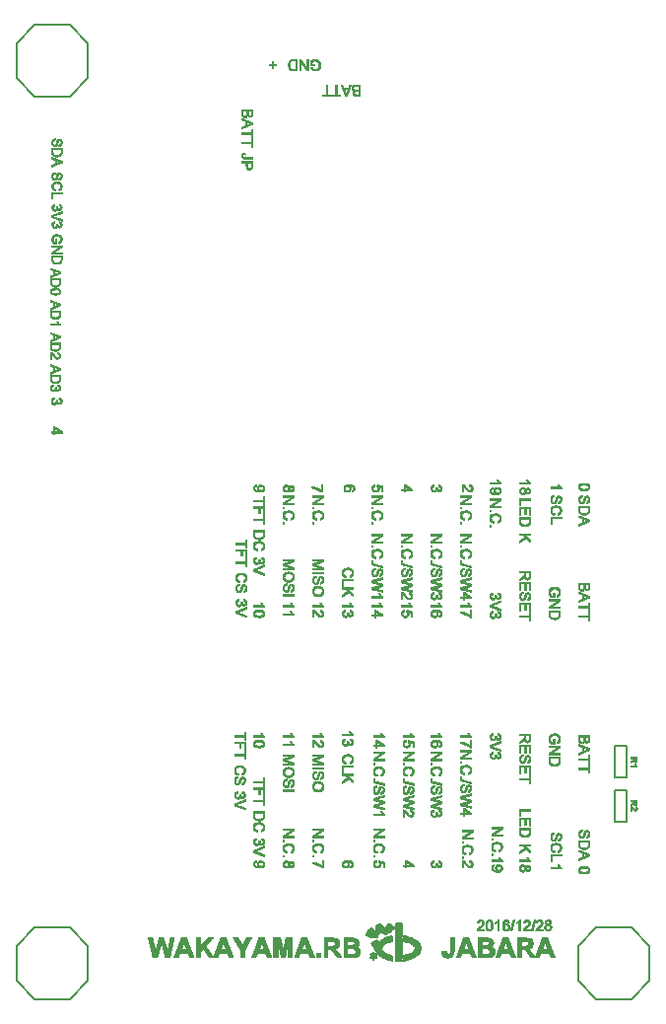
<source format=gto>
%FSLAX34Y34*%
%MOMM*%
G04 EasyPC Gerber Version 18.0.9 Build 3640 *
%ADD11C,0.02540*%
%ADD10C,0.12700*%
X0Y0D02*
D02*
D10*
X79615Y108605D02*
X64115Y93105D01*
Y63105*
X79615Y47605*
X109615*
X125115Y63105*
Y93105*
X109615Y108605*
X79615*
Y883305D02*
X64115Y867805D01*
Y837805*
X79615Y822305*
X109615*
X125115Y837805*
Y867805*
X109615Y883305*
X79615*
X368955Y84442D02*
X368149Y85837D01*
X369760*
G75*
G03X368955Y84443I1144J-1590*
G01*
Y84442*
X369177Y107355D02*
X368226D01*
X369314Y84246D02*
G75*
G03X372496I1591D01*
G01*
G75*
G03X369314I-1591*
G01*
X369761Y82655D02*
G75*
G02X368955Y84050I1145J1592D01*
G01*
X368149Y82654*
X369760*
X369761Y82655*
X370100Y86033D02*
X370905Y87429D01*
X371711Y86033*
G75*
G03X370100Y86034I-807J-1786*
G01*
Y86033*
X370128Y106404D02*
X367592D01*
X370905Y81063D02*
X370100Y82458D01*
G75*
G03X371712Y82459I805J1787*
G01*
X370905Y81063*
X371079Y92773D02*
Y95943D01*
Y105136D02*
X366641D01*
X372051Y85837D02*
X373662D01*
X372856Y84442*
G75*
G03X372051Y85838I-1952J-195*
G01*
Y85837*
X372347Y90871D02*
Y96577D01*
X372856Y84050D02*
X373662Y82654D01*
X372051*
G75*
G03X372857Y84050I-1146J1592*
G01*
X372856*
X373615Y88335D02*
Y96894D01*
X373932Y101649D02*
X367275D01*
X374249Y104819D02*
Y110525D01*
X374566Y87067D02*
Y95943D01*
Y102917D02*
X365690D01*
X374883Y104185D02*
X366007D01*
X375200Y104819D02*
Y110842D01*
X375834Y85482D02*
Y95943D01*
X376468Y106721D02*
Y111159D01*
X377102Y84531D02*
Y96577D01*
X377419Y105770D02*
Y110208D01*
X377736Y88018D02*
X373932D01*
X378370Y93407D02*
X374566D01*
X378687Y87067D02*
X374566D01*
X378687Y105136D02*
Y108940D01*
X379321Y94358D02*
X372030D01*
X380272Y86116D02*
X375517D01*
X380906Y95626D02*
X372981D01*
X382491Y85165D02*
X376151D01*
X382491Y104502D02*
X379638D01*
X383759Y96577D02*
X375517D01*
X384710Y105136D02*
X377736D01*
X385661Y84214D02*
X377419D01*
X385661Y97528D02*
X377736D01*
X385661Y98479D02*
X379955D01*
X385978Y81678D02*
X383125D01*
X385978Y82946D02*
X379638D01*
X385978Y99747D02*
X381540D01*
X385978Y106087D02*
X373298D01*
X385978Y107038D02*
X373298D01*
X385978Y110208D02*
X383442D01*
X386715Y80645D02*
X385819Y80740D01*
X384879Y80949*
X383689Y81283*
X382669Y81580*
X381390Y82009*
X380201Y82507*
X379162Y83046*
X378185Y83567*
X377189Y84233*
X376317Y84880*
X375473Y85718*
X374720Y86563*
X374178Y87358*
X369334Y95368*
X373898Y98147*
X375298Y95929*
X375406Y95958*
X376128Y96656*
X377038Y97389*
X378209Y98157*
X379536Y98882*
X381172Y99631*
X382845Y100232*
X384407Y100675*
X385840Y100990*
X386715Y101084*
Y96947*
X384792Y96473*
X383194Y95936*
X381851Y95412*
X380065Y94391*
X378762Y93317*
X377957Y92175*
X377635Y91444*
X377564Y90889*
X377550Y90235*
X377735Y89467*
X378304Y88514*
X379001Y87774*
X379868Y87021*
X380793Y86494*
X381831Y85911*
X382741Y85527*
X383355Y85305*
X384268Y84985*
X385052Y84769*
X385900Y84535*
X386715Y84341*
Y80645*
X387246Y109257D02*
X382808D01*
X387880Y108306D02*
X382174D01*
X390099Y80410D02*
X390776Y80266D01*
X391547Y80172*
X392724Y80123*
X394018Y80197*
X396898Y80490*
X399315Y80929*
X401683Y81588*
X403215Y82118*
X404748Y82843*
X406021Y83521*
X407488Y84487*
X408603Y85472*
X409494Y86372*
X410116Y87240*
X410721Y88434*
X411130Y89841*
X411229Y90905*
X411130Y91822*
X410894Y92849*
X410616Y93571*
X410183Y94344*
X409419Y95438*
X408702Y96155*
X408068Y96810*
X407048Y97580*
X405981Y98250*
X404705Y98940*
X403491Y99505*
X401901Y100070*
X400164Y100593*
X398448Y100991*
X395668Y101340*
Y112072*
X390099*
Y109532*
X389102Y109439*
X388259Y109277*
X388106Y109201*
X387749*
X387119Y109644*
X386454Y110188*
X385705Y110733*
X384734Y111244*
X384181Y111508*
X383440Y111738*
X380662Y107278*
X376747Y111496*
X376061Y111377*
X375370Y111213*
X374669Y111029*
X373943Y110732*
X373451Y110517*
X372912Y104511*
X372801Y104501*
X368933Y108387*
X368379Y107844*
X367893Y107416*
X367374Y106913*
X366876Y106256*
X366451Y105719*
X366189Y105284*
X365763Y104443*
X365397Y103605*
X365187Y103107*
X365058Y102724*
X365011Y102556*
X365030Y102432*
X365618Y102001*
X366316Y101647*
X366978Y101332*
X367666Y101083*
X368386Y100836*
X369061Y100681*
X369990Y100600*
X371114Y100575*
X372609Y100665*
X373870Y100846*
X374543Y101001*
X376534Y105813*
X380882Y103114*
X381167Y103100*
X381424Y103145*
X382500Y103790*
X383667Y104512*
X384611Y105160*
X385721Y106030*
X386813Y106955*
X387665Y107677*
X388220Y108103*
X388536Y108194*
X389065Y108296*
X389571Y108380*
X390099Y108432*
Y80410*
X391367D02*
Y111793D01*
X392635Y80410D02*
Y111793D01*
X393903Y81044D02*
Y111159D01*
X394854Y81044D02*
Y111159D01*
X395668Y84693D02*
Y97023D01*
X397238Y96853*
X398546Y96617*
X399944Y96268*
X401236Y95941*
X402566Y95432*
X403668Y94881*
X404759Y94209*
X405298Y93780*
X405838Y93251*
X406400Y92557*
X406741Y91841*
X406884Y91390*
X406914Y90907*
X406911Y90540*
X406865Y90039*
X406558Y89305*
X405916Y88469*
X405238Y87838*
X404359Y87168*
X403315Y86546*
X402093Y85993*
X399968Y85375*
X398196Y84952*
X396627Y84759*
X395668Y84693*
X400560Y81361D02*
X395805D01*
X401194Y100064D02*
X395805D01*
X404047Y82629D02*
X395805D01*
X404364Y98796D02*
X395805D01*
X405315Y83580D02*
X395805D01*
X406583Y97528D02*
X395488D01*
X406900Y88018D02*
Y96894D01*
X407217Y84848D02*
X399292D01*
X407851Y88018D02*
Y96577D01*
X408485D02*
X400560D01*
X408802Y86116D02*
X403096D01*
X408802Y87701D02*
Y95943D01*
X409436Y87067D02*
X405315D01*
X409436Y95309D02*
X403413D01*
X409753Y94358D02*
X405315D01*
X410070Y88335D02*
Y94358D01*
X562215Y108605D02*
X546715Y93105D01*
Y63105*
X562215Y47605*
X592215*
X607715Y63105*
Y93105*
X592215Y108605*
X562215*
X578485Y264795D02*
Y238125D01*
X588645*
Y264795*
X578485*
X588645Y200025D02*
Y226695D01*
X578485*
Y200025*
X588645*
D02*
D11*
X93475Y534865D02*
X95725D01*
Y538865*
X96725*
X102975Y534615*
Y533615*
X96725*
Y532365*
X95725*
Y533615*
X93475*
Y534865*
X96725D02*
X100475D01*
X96725Y537365*
Y534865*
X95725Y532451D02*
X96725D01*
X95725Y532689D02*
X96725D01*
X95725Y532927D02*
X96725D01*
X95725Y533165D02*
X96725D01*
X95725Y533403D02*
X96725D01*
X93475Y533641D02*
X102975D01*
X93475Y533879D02*
X102975D01*
X93475Y534117D02*
X102975D01*
X93475Y534355D02*
X102975D01*
X93475Y534593D02*
X102975D01*
X93475Y534831D02*
X102657D01*
X95725Y535069D02*
X96725D01*
X100169D02*
X102307D01*
X95725Y535307D02*
X96725D01*
X99812D02*
X101957D01*
X95725Y535545D02*
X96725D01*
X99455D02*
X101607D01*
X95725Y535783D02*
X96725D01*
X99098D02*
X101257D01*
X95725Y536021D02*
X96725D01*
X98741D02*
X100907D01*
X95725Y536259D02*
X96725D01*
X98384D02*
X100557D01*
X95725Y536497D02*
X96725D01*
X98027D02*
X100207D01*
X95725Y536735D02*
X96725D01*
X97670D02*
X99857D01*
X95725Y536973D02*
X96725D01*
X97313D02*
X99507D01*
X95725Y537211D02*
X96725D01*
X96956D02*
X99157D01*
X95725Y537449D02*
X98807D01*
X95725Y537687D02*
X98457D01*
X95725Y537925D02*
X98107D01*
X95725Y538163D02*
X97757D01*
X95725Y538401D02*
X97407D01*
X95725Y538639D02*
X97057D01*
X95975Y564015D02*
X96225Y562765D01*
X94975Y562015*
X94475Y561015*
X94725Y560015*
X95225Y559265*
X96225Y559015*
X96975*
X97475Y559515*
X97975Y561015*
Y561765*
X98975Y561515*
Y561265*
Y560765*
X99225Y560265*
X99475Y559765*
X99975Y559515*
X100475*
X101475Y560015*
X101975Y561015*
X101475Y562265*
X100225Y562765*
X100475Y564015*
X101475Y563765*
X102225Y563015*
X102725Y562265*
X102975Y561015*
X102725Y560015*
X102225Y559015*
X101475Y558515*
X100475Y558265*
X99225Y558515*
X98475Y559515*
X97725Y558265*
X96225Y557765*
X95225Y558015*
X94225Y558765*
X93725Y559765*
X93475Y561015*
X93725Y562515*
X94725Y563515*
X95975Y564015*
X95881Y557851D02*
X96483D01*
X95126Y558089D02*
X97197D01*
X94809Y558327D02*
X97762D01*
X100165D02*
X100723D01*
X94492Y558565D02*
X97905D01*
X99187D02*
X101550D01*
X94206Y558803D02*
X98048D01*
X99009D02*
X101907D01*
X94087Y559041D02*
X96121D01*
X97001D02*
X98191D01*
X98830D02*
X102238D01*
X93968Y559279D02*
X95216D01*
X97239D02*
X98333D01*
X98652D02*
X102357D01*
X93849Y559517D02*
X95057D01*
X97476D02*
X99975D01*
X100479D02*
X102476D01*
X93730Y559755D02*
X94898D01*
X97555D02*
X99495D01*
X100955D02*
X102595D01*
X93679Y559993D02*
X94740D01*
X97634D02*
X99361D01*
X101431D02*
X102714D01*
X93632Y560231D02*
X94671D01*
X97714D02*
X99242D01*
X101583D02*
X102779D01*
X93584Y560469D02*
X94612D01*
X97793D02*
X99123D01*
X101702D02*
X102838D01*
X93537Y560707D02*
X94552D01*
X97872D02*
X99004D01*
X101821D02*
X102898D01*
X93489Y560945D02*
X94493D01*
X97952D02*
X98975D01*
X101940D02*
X102957D01*
X93503Y561183D02*
X94559D01*
X97975D02*
X98975D01*
X101908D02*
X102941D01*
X93543Y561421D02*
X94678D01*
X97975D02*
X98975D01*
X101813D02*
X102894D01*
X93582Y561659D02*
X94797D01*
X97975D02*
X98399D01*
X101717D02*
X102846D01*
X93622Y561897D02*
X94916D01*
X101622D02*
X102799D01*
X93662Y562135D02*
X95175D01*
X101527D02*
X102751D01*
X93701Y562373D02*
X95572D01*
X101205D02*
X102653D01*
X93821Y562611D02*
X95968D01*
X100610D02*
X102494D01*
X94059Y562849D02*
X96208D01*
X100242D02*
X102336D01*
X94297Y563087D02*
X96161D01*
X100289D02*
X102153D01*
X94535Y563325D02*
X96113D01*
X100337D02*
X101915D01*
X94845Y563563D02*
X96065D01*
X100385D02*
X101677D01*
X95440Y563801D02*
X96018D01*
X100432D02*
X101331D01*
X92855Y675005D02*
X101595Y671785D01*
Y670635*
X92855Y666955*
Y668105*
X95615Y669255*
Y672935*
X92855Y673855*
Y675005*
X96535Y672475D02*
Y669715D01*
X98835Y670635*
X99985Y670865*
X100675Y671095*
X99065Y671785*
X96535Y672475*
X92855Y666035D02*
X101595D01*
Y663045*
X101365Y661435*
X100905Y660285*
X99525Y659365*
X97225Y658905*
X95385Y659135*
X94005Y659825*
X93085Y660975*
X92855Y662815*
Y666035*
X93775Y664885D02*
Y663045D01*
Y662125*
X94005Y661205*
X94465Y660745*
X95155Y660285*
X97225Y660055*
X98835Y660285*
X99755Y660745*
X100445Y661435*
X100675Y662125*
Y663045*
Y664885*
X93775*
X97225Y657755D02*
X99065Y657525D01*
X100445Y657065*
X101365Y656145*
X101595Y654765*
X101365Y653615*
X100445Y652695*
X99065Y652235*
X97225Y652005*
X95385Y652235*
X94005Y652695*
X93085Y653615*
X92855Y654765*
X93085Y656145*
X94005Y657065*
X95385Y657525*
X97225Y657755*
Y656605D02*
X95615Y656375D01*
X94695Y656145*
X94005Y655685*
X93775Y654765*
X94005Y654075*
X94695Y653615*
X95615Y653155*
X97225*
X98605*
X99755Y653615*
X100445Y654075*
X100675Y654995*
X100445Y655685*
X99755Y656145*
X98605Y656605*
X97225*
X92855Y647405D02*
X101595Y644185D01*
Y643035*
X92855Y639355*
Y640505*
X95615Y641655*
Y645335*
X92855Y646255*
Y647405*
X96535Y644875D02*
Y642115D01*
X98835Y643035*
X99985Y643265*
X100675Y643495*
X99065Y644185*
X96535Y644875*
X92855Y638435D02*
X101595D01*
Y635445*
X101365Y633835*
X100905Y632685*
X99525Y631765*
X97225Y631305*
X95385Y631535*
X94005Y632225*
X93085Y633375*
X92855Y635215*
Y638435*
X93775Y637285D02*
Y635445D01*
Y634525*
X94005Y633605*
X94465Y633145*
X95155Y632685*
X97225Y632455*
X98835Y632685*
X99755Y633145*
X100445Y633835*
X100675Y634525*
Y635445*
Y637285*
X93775*
X92855Y626015D02*
Y627165D01*
X99755*
X98375Y629235*
X99295*
X100215Y627625*
X101595Y626705*
Y626015*
X92855*
Y619805D02*
X101595Y616585D01*
Y615435*
X92855Y611755*
Y612905*
X95615Y614055*
Y617735*
X92855Y618655*
Y619805*
X96535Y617275D02*
Y614515D01*
X98835Y615435*
X99985Y615665*
X100675Y615895*
X99065Y616585*
X96535Y617275*
X92855Y610835D02*
X101595D01*
Y607845*
X101365Y606235*
X100905Y605085*
X99525Y604165*
X97225Y603705*
X95385Y603935*
X94005Y604625*
X93085Y605775*
X92855Y607615*
Y610835*
X93775Y609685D02*
Y607845D01*
Y606925*
X94005Y606005*
X94465Y605545*
X95155Y605085*
X97225Y604855*
X98835Y605085*
X99755Y605545*
X100445Y606235*
X100675Y606925*
Y607845*
Y609685*
X93775*
Y597035D02*
X92855D01*
Y602785*
X93545Y602555*
X94465Y602325*
X95155Y601635*
X96075Y600485*
X97225Y599105*
X98145Y598415*
X99065Y598185*
X99985Y598415*
X100445Y598875*
X100675Y599795*
X100215Y600945*
X99755Y601175*
X99065Y601405*
Y602555*
X100215Y602325*
X100905Y601635*
X101365Y600945*
X101595Y599795*
X101365Y598645*
X100905Y597725*
X100215Y597265*
X99065Y597035*
X97685Y597495*
X96765Y598185*
X95615Y599565*
X94925Y600255*
X94465Y600715*
X93775Y601405*
Y597035*
X92855Y592205D02*
X101595Y588985D01*
Y587835*
X92855Y584155*
Y585305*
X95615Y586455*
Y590135*
X92855Y591055*
Y592205*
X96535Y589675D02*
Y586915D01*
X98835Y587835*
X99985Y588065*
X100675Y588295*
X99065Y588985*
X96535Y589675*
X92855Y583235D02*
X101595D01*
Y580245*
X101365Y578635*
X100905Y577485*
X99525Y576565*
X97225Y576105*
X95385Y576335*
X94005Y577025*
X93085Y578175*
X92855Y580015*
Y583235*
X93775Y582085D02*
Y580245D01*
Y579325*
X94005Y578405*
X94465Y577945*
X95155Y577485*
X97225Y577255*
X98835Y577485*
X99755Y577945*
X100445Y578635*
X100675Y579325*
Y580245*
Y582085*
X93775*
X95155Y574955D02*
X95385Y573805D01*
X94235Y573115*
X93775Y572195*
X94005Y571275*
X94465Y570585*
X95385Y570355*
X96075*
X96535Y570815*
X96995Y572195*
Y572885*
X97915Y572655*
Y572425*
Y571965*
X98145Y571505*
X98375Y571045*
X98835Y570815*
X99295*
X100215Y571275*
X100675Y572195*
X100215Y573345*
X99065Y573805*
X99295Y574955*
X100215Y574725*
X100905Y574035*
X101365Y573345*
X101595Y572195*
X101365Y571275*
X100905Y570355*
X100215Y569895*
X99295Y569665*
X98145Y569895*
X97455Y570815*
X96765Y569665*
X95385Y569205*
X94465Y569435*
X93545Y570125*
X93085Y571045*
X92855Y572195*
X93085Y573575*
X94005Y574495*
X95155Y574955*
X94873Y569333D02*
X95769D01*
X94284Y569571D02*
X96483D01*
X93966Y569809D02*
X96851D01*
X98575D02*
X99871D01*
X93649Y570047D02*
X96994D01*
X98031D02*
X100443D01*
X93465Y570285D02*
X97137D01*
X97852D02*
X100800D01*
X93346Y570523D02*
X94713D01*
X96243D02*
X97280D01*
X97674D02*
X100989D01*
X93227Y570761D02*
X94348D01*
X96481D02*
X97423D01*
X97495D02*
X101108D01*
X93108Y570999D02*
X94189D01*
X96596D02*
X98467D01*
X99663D02*
X101227D01*
X93047Y571237D02*
X94030D01*
X96676D02*
X98279D01*
X100139D02*
X101346D01*
X92999Y571475D02*
X93955D01*
X96755D02*
X98160D01*
X100315D02*
X101415D01*
X92951Y571713D02*
X93896D01*
X96834D02*
X98041D01*
X100434D02*
X101474D01*
X92904Y571951D02*
X93836D01*
X96914D02*
X97922D01*
X100553D02*
X101534D01*
X92856Y572189D02*
X93777D01*
X96993D02*
X97915D01*
X100672D02*
X101593D01*
X92894Y572427D02*
X93891D01*
X96995D02*
X97915D01*
X100582D02*
X101549D01*
X92933Y572665D02*
X94010D01*
X96995D02*
X97875D01*
X100487D02*
X101501D01*
X92973Y572903D02*
X94129D01*
X100392D02*
X101453D01*
X93013Y573141D02*
X94278D01*
X100297D02*
X101406D01*
X93052Y573379D02*
X94675D01*
X100130D02*
X101342D01*
X93127Y573617D02*
X95072D01*
X99535D02*
X101184D01*
X93365Y573855D02*
X95375D01*
X99075D02*
X101025D01*
X93603Y574093D02*
X95327D01*
X99123D02*
X100847D01*
X93841Y574331D02*
X95280D01*
X99170D02*
X100609D01*
X94190Y574569D02*
X95232D01*
X99218D02*
X100371D01*
X94785Y574807D02*
X95185D01*
X99265D02*
X99887D01*
X96185Y576235D02*
X97875D01*
X95109Y576473D02*
X99065D01*
X94633Y576711D02*
X99744D01*
X94157Y576949D02*
X100101D01*
X93875Y577187D02*
X100458D01*
X93685Y577425D02*
X95695D01*
X98415D02*
X100815D01*
X93495Y577663D02*
X94888D01*
X99191D02*
X100976D01*
X93304Y577901D02*
X94531D01*
X99667D02*
X101071D01*
X93114Y578139D02*
X94271D01*
X99949D02*
X101167D01*
X93060Y578377D02*
X94033D01*
X100187D02*
X101262D01*
X93030Y578615D02*
X93953D01*
X100425D02*
X101357D01*
X93000Y578853D02*
X93893D01*
X100518D02*
X101396D01*
X92970Y579091D02*
X93834D01*
X100597D02*
X101430D01*
X92941Y579329D02*
X93775D01*
X100675D02*
X101464D01*
X92911Y579567D02*
X93775D01*
X100675D02*
X101498D01*
X92881Y579805D02*
X93775D01*
X100675D02*
X101532D01*
X92855Y580043D02*
X93775D01*
X100675D02*
X101566D01*
X92855Y580281D02*
X93775D01*
X100675D02*
X101595D01*
X92855Y580519D02*
X93775D01*
X100675D02*
X101595D01*
X92855Y580757D02*
X93775D01*
X100675D02*
X101595D01*
X92855Y580995D02*
X93775D01*
X100675D02*
X101595D01*
X92855Y581233D02*
X93775D01*
X100675D02*
X101595D01*
X92855Y581471D02*
X93775D01*
X100675D02*
X101595D01*
X92855Y581709D02*
X93775D01*
X100675D02*
X101595D01*
X92855Y581947D02*
X93775D01*
X100675D02*
X101595D01*
X92855Y582185D02*
X101595D01*
X92855Y582423D02*
X101595D01*
X92855Y582661D02*
X101595D01*
X92855Y582899D02*
X101595D01*
X92855Y583137D02*
X101595D01*
X92855Y584327D02*
X93263D01*
X92855Y584565D02*
X93829D01*
X92855Y584803D02*
X94394D01*
X92855Y585041D02*
X94959D01*
X92855Y585279D02*
X95524D01*
X93364Y585517D02*
X96090D01*
X93935Y585755D02*
X96655D01*
X94506Y585993D02*
X97220D01*
X95077Y586231D02*
X97785D01*
X95615Y586469D02*
X98351D01*
X95615Y586707D02*
X98916D01*
X95615Y586945D02*
X96535D01*
X96610D02*
X99481D01*
X95615Y587183D02*
X96535D01*
X97205D02*
X100046D01*
X95615Y587421D02*
X96535D01*
X97800D02*
X100612D01*
X95615Y587659D02*
X96535D01*
X98395D02*
X101177D01*
X95615Y587897D02*
X96535D01*
X99145D02*
X101595D01*
X95615Y588135D02*
X96535D01*
X100195D02*
X101595D01*
X95615Y588373D02*
X96535D01*
X100493D02*
X101595D01*
X95615Y588611D02*
X96535D01*
X99938D02*
X101595D01*
X95615Y588849D02*
X96535D01*
X99382D02*
X101595D01*
X95615Y589087D02*
X96535D01*
X98691D02*
X101318D01*
X95615Y589325D02*
X96535D01*
X97818D02*
X100672D01*
X95615Y589563D02*
X96535D01*
X96946D02*
X100026D01*
X95615Y589801D02*
X99380D01*
X95615Y590039D02*
X98734D01*
X95189Y590277D02*
X98088D01*
X94475Y590515D02*
X97442D01*
X93761Y590753D02*
X96796D01*
X93047Y590991D02*
X96150D01*
X92855Y591229D02*
X95504D01*
X92855Y591467D02*
X94858D01*
X92855Y591705D02*
X94212D01*
X92855Y591943D02*
X93566D01*
X92855Y592181D02*
X92920D01*
X92855Y597179D02*
X93775D01*
X98633D02*
X99785D01*
X92855Y597417D02*
X93775D01*
X97919D02*
X100443D01*
X92855Y597655D02*
X93775D01*
X97472D02*
X100800D01*
X92855Y597893D02*
X93775D01*
X97154D02*
X100989D01*
X92855Y598131D02*
X93775D01*
X96837D02*
X101108D01*
X92855Y598369D02*
X93775D01*
X96612D02*
X98329D01*
X99801D02*
X101227D01*
X92855Y598607D02*
X93775D01*
X96413D02*
X97889D01*
X100177D02*
X101346D01*
X92855Y598845D02*
X93775D01*
X96215D02*
X97572D01*
X100415D02*
X101405D01*
X92855Y599083D02*
X93775D01*
X96017D02*
X97254D01*
X100497D02*
X101453D01*
X92855Y599321D02*
X93775D01*
X95818D02*
X97045D01*
X100557D02*
X101500D01*
X92855Y599559D02*
X93775D01*
X95620D02*
X96847D01*
X100616D02*
X101548D01*
X92855Y599797D02*
X93775D01*
X95383D02*
X96648D01*
X100674D02*
X101595D01*
X92855Y600035D02*
X93775D01*
X95145D02*
X96450D01*
X100579D02*
X101547D01*
X92855Y600273D02*
X93775D01*
X94907D02*
X96252D01*
X100484D02*
X101499D01*
X92855Y600511D02*
X93775D01*
X94669D02*
X96054D01*
X100389D02*
X101452D01*
X92855Y600749D02*
X93775D01*
X94431D02*
X95864D01*
X100293D02*
X101404D01*
X92855Y600987D02*
X93775D01*
X94193D02*
X95673D01*
X100131D02*
X101337D01*
X92855Y601225D02*
X93775D01*
X93955D02*
X95483D01*
X99605D02*
X101178D01*
X92855Y601463D02*
X95293D01*
X99065D02*
X101020D01*
X92855Y601701D02*
X95089D01*
X99065D02*
X100839D01*
X92855Y601939D02*
X94851D01*
X99065D02*
X100601D01*
X92855Y602177D02*
X94613D01*
X99065D02*
X100363D01*
X92855Y602415D02*
X94105D01*
X99065D02*
X99765D01*
X92855Y602653D02*
X93251D01*
X96121Y603843D02*
X97915D01*
X95093Y604081D02*
X99105D01*
X94617Y604319D02*
X99756D01*
X94141Y604557D02*
X100113D01*
X93869Y604795D02*
X100470D01*
X93679Y605033D02*
X95623D01*
X98471D02*
X100827D01*
X93488Y605271D02*
X94876D01*
X99207D02*
X100979D01*
X93298Y605509D02*
X94519D01*
X99683D02*
X101075D01*
X93107Y605747D02*
X94263D01*
X99957D02*
X101170D01*
X93059Y605985D02*
X94025D01*
X100195D02*
X101265D01*
X93029Y606223D02*
X93951D01*
X100433D02*
X101360D01*
X92999Y606461D02*
X93891D01*
X100520D02*
X101397D01*
X92969Y606699D02*
X93832D01*
X100600D02*
X101431D01*
X92940Y606937D02*
X93775D01*
X100675D02*
X101465D01*
X92910Y607175D02*
X93775D01*
X100675D02*
X101499D01*
X92880Y607413D02*
X93775D01*
X100675D02*
X101533D01*
X92855Y607651D02*
X93775D01*
X100675D02*
X101567D01*
X92855Y607889D02*
X93775D01*
X100675D02*
X101595D01*
X92855Y608127D02*
X93775D01*
X100675D02*
X101595D01*
X92855Y608365D02*
X93775D01*
X100675D02*
X101595D01*
X92855Y608603D02*
X93775D01*
X100675D02*
X101595D01*
X92855Y608841D02*
X93775D01*
X100675D02*
X101595D01*
X92855Y609079D02*
X93775D01*
X100675D02*
X101595D01*
X92855Y609317D02*
X93775D01*
X100675D02*
X101595D01*
X92855Y609555D02*
X93775D01*
X100675D02*
X101595D01*
X92855Y609793D02*
X101595D01*
X92855Y610031D02*
X101595D01*
X92855Y610269D02*
X101595D01*
X92855Y610507D02*
X101595D01*
X92855Y610745D02*
X101595D01*
X92855Y611935D02*
X93282D01*
X92855Y612173D02*
X93848D01*
X92855Y612411D02*
X94413D01*
X92855Y612649D02*
X94978D01*
X92855Y612887D02*
X95543D01*
X93383Y613125D02*
X96109D01*
X93954Y613363D02*
X96674D01*
X94525Y613601D02*
X97239D01*
X95097Y613839D02*
X97804D01*
X95615Y614077D02*
X98370D01*
X95615Y614315D02*
X98935D01*
X95615Y614553D02*
X96535D01*
X96630D02*
X99500D01*
X95615Y614791D02*
X96535D01*
X97225D02*
X100065D01*
X95615Y615029D02*
X96535D01*
X97820D02*
X100631D01*
X95615Y615267D02*
X96535D01*
X98415D02*
X101196D01*
X95615Y615505D02*
X96535D01*
X99185D02*
X101595D01*
X95615Y615743D02*
X96535D01*
X100219D02*
X101595D01*
X95615Y615981D02*
X96535D01*
X100474D02*
X101595D01*
X95615Y616219D02*
X96535D01*
X99919D02*
X101595D01*
X95615Y616457D02*
X96535D01*
X99364D02*
X101595D01*
X95615Y616695D02*
X96535D01*
X98662D02*
X101296D01*
X95615Y616933D02*
X96535D01*
X97789D02*
X100650D01*
X95615Y617171D02*
X96535D01*
X96916D02*
X100004D01*
X95615Y617409D02*
X99358D01*
X95615Y617647D02*
X98712D01*
X95165Y617885D02*
X98066D01*
X94451Y618123D02*
X97420D01*
X93737Y618361D02*
X96774D01*
X93023Y618599D02*
X96128D01*
X92855Y618837D02*
X95482D01*
X92855Y619075D02*
X94836D01*
X92855Y619313D02*
X94190D01*
X92855Y619551D02*
X93544D01*
X92855Y619789D02*
X92898D01*
X92855Y626215D02*
X101595D01*
X92855Y626453D02*
X101595D01*
X92855Y626691D02*
X101595D01*
X92855Y626929D02*
X101259D01*
X99754Y627167D02*
X100902D01*
X99595Y627405D02*
X100545D01*
X99436Y627643D02*
X100205D01*
X99278Y627881D02*
X100069D01*
X99119Y628119D02*
X99933D01*
X98960Y628357D02*
X99797D01*
X98802Y628595D02*
X99661D01*
X98643Y628833D02*
X99525D01*
X98484Y629071D02*
X99389D01*
X96057Y631451D02*
X97955D01*
X95077Y631689D02*
X99145D01*
X94601Y631927D02*
X99768D01*
X94125Y632165D02*
X100125D01*
X93863Y632403D02*
X100482D01*
X93672Y632641D02*
X95551D01*
X98527D02*
X100839D01*
X93482Y632879D02*
X94864D01*
X99223D02*
X100983D01*
X93291Y633117D02*
X94507D01*
X99699D02*
X101078D01*
X93101Y633355D02*
X94255D01*
X99965D02*
X101173D01*
X93058Y633593D02*
X94017D01*
X100203D02*
X101268D01*
X93028Y633831D02*
X93949D01*
X100444D02*
X101365D01*
X92998Y634069D02*
X93889D01*
X100523D02*
X101398D01*
X92968Y634307D02*
X93830D01*
X100602D02*
X101432D01*
X92939Y634545D02*
X93775D01*
X100675D02*
X101466D01*
X92909Y634783D02*
X93775D01*
X100675D02*
X101500D01*
X92879Y635021D02*
X93775D01*
X100675D02*
X101534D01*
X92855Y635259D02*
X93775D01*
X100675D02*
X101568D01*
X92855Y635497D02*
X93775D01*
X100675D02*
X101595D01*
X92855Y635735D02*
X93775D01*
X100675D02*
X101595D01*
X92855Y635973D02*
X93775D01*
X100675D02*
X101595D01*
X92855Y636211D02*
X93775D01*
X100675D02*
X101595D01*
X92855Y636449D02*
X93775D01*
X100675D02*
X101595D01*
X92855Y636687D02*
X93775D01*
X100675D02*
X101595D01*
X92855Y636925D02*
X93775D01*
X100675D02*
X101595D01*
X92855Y637163D02*
X93775D01*
X100675D02*
X101595D01*
X92855Y637401D02*
X101595D01*
X92855Y637639D02*
X101595D01*
X92855Y637877D02*
X101595D01*
X92855Y638115D02*
X101595D01*
X92855Y638353D02*
X101595D01*
X92855Y639543D02*
X93301D01*
X92855Y639781D02*
X93867D01*
X92855Y640019D02*
X94432D01*
X92855Y640257D02*
X94997D01*
X92855Y640495D02*
X95562D01*
X93402Y640733D02*
X96128D01*
X93973Y640971D02*
X96693D01*
X94545Y641209D02*
X97258D01*
X95116Y641447D02*
X97823D01*
X95615Y641685D02*
X98389D01*
X95615Y641923D02*
X98954D01*
X95615Y642161D02*
X96535D01*
X96650D02*
X99519D01*
X95615Y642399D02*
X96535D01*
X97245D02*
X100084D01*
X95615Y642637D02*
X96535D01*
X97840D02*
X100650D01*
X95615Y642875D02*
X96535D01*
X98435D02*
X101215D01*
X95615Y643113D02*
X96535D01*
X99225D02*
X101595D01*
X95615Y643351D02*
X96535D01*
X100243D02*
X101595D01*
X95615Y643589D02*
X96535D01*
X100456D02*
X101595D01*
X95615Y643827D02*
X96535D01*
X99900D02*
X101595D01*
X95615Y644065D02*
X96535D01*
X99345D02*
X101595D01*
X95615Y644303D02*
X96535D01*
X98632D02*
X101275D01*
X95615Y644541D02*
X96535D01*
X97760D02*
X100629D01*
X95615Y644779D02*
X96535D01*
X96887D02*
X99983D01*
X95615Y645017D02*
X99337D01*
X95615Y645255D02*
X98691D01*
X95141Y645493D02*
X98045D01*
X94427Y645731D02*
X97399D01*
X93713Y645969D02*
X96753D01*
X92999Y646207D02*
X96107D01*
X92855Y646445D02*
X95461D01*
X92855Y646683D02*
X94815D01*
X92855Y646921D02*
X94169D01*
X92855Y647159D02*
X93523D01*
X92855Y647397D02*
X92877D01*
X96009Y652157D02*
X98441D01*
X94905Y652395D02*
X99545D01*
X94191Y652633D02*
X100259D01*
X93829Y652871D02*
X100621D01*
X93591Y653109D02*
X100859D01*
X93353Y653347D02*
X95231D01*
X99085D02*
X101097D01*
X93115Y653585D02*
X94755D01*
X99680D02*
X101335D01*
X93043Y653823D02*
X94383D01*
X100067D02*
X101407D01*
X92996Y654061D02*
X94026D01*
X100424D02*
X101454D01*
X92948Y654299D02*
X93930D01*
X100501D02*
X101502D01*
X92901Y654537D02*
X93851D01*
X100561D02*
X101549D01*
X92857Y654775D02*
X93777D01*
X100620D02*
X101593D01*
X92896Y655013D02*
X93837D01*
X100669D02*
X101554D01*
X92936Y655251D02*
X93896D01*
X100590D02*
X101514D01*
X92976Y655489D02*
X93956D01*
X100510D02*
X101474D01*
X93015Y655727D02*
X94068D01*
X100382D02*
X101435D01*
X93055Y655965D02*
X94425D01*
X100025D02*
X101395D01*
X93143Y656203D02*
X94927D01*
X99610D02*
X101307D01*
X93381Y656441D02*
X96077D01*
X99015D02*
X101069D01*
X93619Y656679D02*
X100831D01*
X93857Y656917D02*
X100593D01*
X94275Y657155D02*
X100175D01*
X94989Y657393D02*
X99461D01*
X96233Y657631D02*
X98217D01*
X95993Y659059D02*
X97995D01*
X95061Y659297D02*
X99185D01*
X94585Y659535D02*
X99780D01*
X94109Y659773D02*
X100137D01*
X93856Y660011D02*
X100494D01*
X93666Y660249D02*
X95479D01*
X98583D02*
X100851D01*
X93475Y660487D02*
X94852D01*
X99239D02*
X100986D01*
X93285Y660725D02*
X94495D01*
X99715D02*
X101081D01*
X93095Y660963D02*
X94247D01*
X99973D02*
X101176D01*
X93057Y661201D02*
X94005D01*
X100211D02*
X101271D01*
X93027Y661439D02*
X93947D01*
X100446D02*
X101365D01*
X92997Y661677D02*
X93887D01*
X100526D02*
X101400D01*
X92967Y661915D02*
X93828D01*
X100605D02*
X101434D01*
X92938Y662153D02*
X93775D01*
X100675D02*
X101468D01*
X92908Y662391D02*
X93775D01*
X100675D02*
X101502D01*
X92878Y662629D02*
X93775D01*
X100675D02*
X101536D01*
X92855Y662867D02*
X93775D01*
X100675D02*
X101570D01*
X92855Y663105D02*
X93775D01*
X100675D02*
X101595D01*
X92855Y663343D02*
X93775D01*
X100675D02*
X101595D01*
X92855Y663581D02*
X93775D01*
X100675D02*
X101595D01*
X92855Y663819D02*
X93775D01*
X100675D02*
X101595D01*
X92855Y664057D02*
X93775D01*
X100675D02*
X101595D01*
X92855Y664295D02*
X93775D01*
X100675D02*
X101595D01*
X92855Y664533D02*
X93775D01*
X100675D02*
X101595D01*
X92855Y664771D02*
X93775D01*
X100675D02*
X101595D01*
X92855Y665009D02*
X101595D01*
X92855Y665247D02*
X101595D01*
X92855Y665485D02*
X101595D01*
X92855Y665723D02*
X101595D01*
X92855Y665961D02*
X101595D01*
X92855Y667151D02*
X93320D01*
X92855Y667389D02*
X93886D01*
X92855Y667627D02*
X94451D01*
X92855Y667865D02*
X95016D01*
X92850Y668103D02*
X95581D01*
X93421Y668341D02*
X96147D01*
X93993Y668579D02*
X96712D01*
X94564Y668817D02*
X97277D01*
X95135Y669055D02*
X97842D01*
X95615Y669293D02*
X98408D01*
X95615Y669531D02*
X98973D01*
X95615Y669769D02*
X96535D01*
X96670D02*
X99538D01*
X95615Y670007D02*
X96535D01*
X97265D02*
X100103D01*
X95615Y670245D02*
X96535D01*
X97860D02*
X100669D01*
X95615Y670483D02*
X96535D01*
X98455D02*
X101234D01*
X95615Y670721D02*
X96535D01*
X99265D02*
X101595D01*
X95615Y670959D02*
X96535D01*
X100267D02*
X101595D01*
X95615Y671197D02*
X96535D01*
X100437D02*
X101595D01*
X95615Y671435D02*
X96535D01*
X99882D02*
X101595D01*
X95615Y671673D02*
X96535D01*
X99326D02*
X101595D01*
X95615Y671911D02*
X96535D01*
X98603D02*
X101253D01*
X95615Y672149D02*
X96535D01*
X97730D02*
X100607D01*
X95615Y672387D02*
X96535D01*
X96858D02*
X99961D01*
X95615Y672625D02*
X99315D01*
X95615Y672863D02*
X98669D01*
X95117Y673101D02*
X98023D01*
X94403Y673339D02*
X97377D01*
X93689Y673577D02*
X96731D01*
X92975Y673815D02*
X96085D01*
X92855Y674053D02*
X95439D01*
X92855Y674291D02*
X94793D01*
X92855Y674529D02*
X94147D01*
X92855Y674767D02*
X93501D01*
X97115Y786075D02*
Y785155D01*
X96195Y784925*
X95505Y784235*
X95045Y783545*
Y782625*
Y781705*
X95505Y781015*
X95965Y780785*
X96425Y780555*
X97345Y780785*
X97805Y781475*
Y782165*
X98265Y783085*
X98495Y784465*
X99415Y785385*
X100565Y785845*
X101715Y785385*
X102635Y784465*
X102865Y782855*
X102635Y781475*
X102175Y780555*
X101255Y779865*
X100105Y779635*
Y780555*
X101485Y781245*
X101945Y782625*
Y783545*
X101715Y784235*
X101255Y784465*
X100565Y784695*
X99875Y784465*
X99645Y783775*
X99185Y782625*
X98955Y781475*
X98725Y780785*
X98265Y780095*
X97575Y779635*
X96655Y779405*
X95505Y779635*
X94815Y780325*
X94355Y781245*
X94125Y782395*
X94355Y784005*
X94815Y785155*
X95735Y785845*
X97115Y786075*
X94125Y777795D02*
X102865D01*
Y774805*
X102635Y773195*
X102175Y772045*
X100795Y771125*
X98495Y770665*
X96655Y770895*
X95275Y771585*
X94355Y772735*
X94125Y774575*
Y777795*
X95045Y776645D02*
Y774805D01*
Y773885*
X95275Y772965*
X95735Y772505*
X96425Y772045*
X98495Y771815*
X100105Y772045*
X101025Y772505*
X101715Y773195*
X101945Y773885*
Y774805*
Y776645*
X95045*
X94125Y769975D02*
X102865Y766755D01*
Y765605*
X94125Y761925*
Y763075*
X96885Y764225*
Y767905*
X94125Y768825*
Y769975*
X97805Y767445D02*
Y764685D01*
X100105Y765605*
X101255Y765835*
X101945Y766065*
X100335Y766755*
X97805Y767445*
X97115Y757095D02*
Y756175D01*
X96195Y755945*
X95505Y755255*
X95045Y754565*
Y753645*
Y752725*
X95505Y752035*
X95965Y751805*
X96425Y751575*
X97345Y751805*
X97805Y752495*
Y753185*
X98265Y754105*
X98495Y755485*
X99415Y756405*
X100565Y756865*
X101715Y756405*
X102635Y755485*
X102865Y753875*
X102635Y752495*
X102175Y751575*
X101255Y750885*
X100105Y750655*
Y751575*
X101485Y752265*
X101945Y753645*
Y754565*
X101715Y755255*
X101255Y755485*
X100565Y755715*
X99875Y755485*
X99645Y754795*
X99185Y753645*
X98955Y752495*
X98725Y751805*
X98265Y751115*
X97575Y750655*
X96655Y750425*
X95505Y750655*
X94815Y751345*
X94355Y752265*
X94125Y753415*
X94355Y755025*
X94815Y756175*
X95735Y756865*
X97115Y757095*
X97345Y742605D02*
X97115Y741455D01*
X95735Y741915*
X94815Y742605*
X94355Y743755*
X94125Y744905*
X94355Y746745*
X95275Y748125*
X96885Y748815*
X98495Y749045*
X100335Y748815*
X101715Y747895*
X102635Y746515*
X102865Y745135*
X102635Y743755*
X102175Y742835*
X101485Y742145*
X100335Y741685*
X100105Y742605*
X101485Y743525*
X101945Y744905*
X101715Y746285*
X101025Y747205*
X99875Y747665*
X98495Y747895*
X96885Y747665*
X95965Y747205*
X95275Y746285*
X95045Y745135*
X95275Y744215*
X95505Y743525*
X96425Y742835*
X97345Y742605*
X94125Y740075D02*
X102865D01*
Y738925*
X95045*
Y734785*
X94125*
Y740075*
X96425Y729725D02*
X96655Y728575D01*
X95505Y727885*
X95045Y726965*
X95275Y726045*
X95735Y725355*
X96655Y725125*
X97345*
X97805Y725585*
X98265Y726965*
Y727655*
X99185Y727425*
Y727195*
Y726735*
X99415Y726275*
X99645Y725815*
X100105Y725585*
X100565*
X101485Y726045*
X101945Y726965*
X101485Y728115*
X100335Y728575*
X100565Y729725*
X101485Y729495*
X102175Y728805*
X102635Y728115*
X102865Y726965*
X102635Y726045*
X102175Y725125*
X101485Y724665*
X100565Y724435*
X99415Y724665*
X98725Y725585*
X98035Y724435*
X96655Y723975*
X95735Y724205*
X94815Y724895*
X94355Y725815*
X94125Y726965*
X94355Y728345*
X95275Y729265*
X96425Y729725*
X94125Y720065D02*
X102865Y723515D01*
Y722365*
X96425Y720065*
X95045Y719375*
X96425Y718915*
X102865Y716615*
Y715465*
X94125Y718685*
Y720065*
X96425Y715005D02*
X96655Y713855D01*
X95505Y713165*
X95045Y712245*
X95275Y711325*
X95735Y710635*
X96655Y710405*
X97345*
X97805Y710865*
X98265Y712245*
Y712935*
X99185Y712705*
Y712475*
Y712015*
X99415Y711555*
X99645Y711095*
X100105Y710865*
X100565*
X101485Y711325*
X101945Y712245*
X101485Y713395*
X100335Y713855*
X100565Y715005*
X101485Y714775*
X102175Y714085*
X102635Y713395*
X102865Y712245*
X102635Y711325*
X102175Y710405*
X101485Y709945*
X100565Y709715*
X99415Y709945*
X98725Y710865*
X98035Y709715*
X96655Y709255*
X95735Y709485*
X94815Y710175*
X94355Y711095*
X94125Y712245*
X94355Y713625*
X95275Y714545*
X96425Y715005*
X97575Y699595D02*
X98495D01*
Y695915*
X95505*
X94355Y697755*
X94125Y699595*
X94355Y701435*
X95275Y702815*
X96655Y703735*
X98495Y703965*
X100105Y703735*
X101715Y702815*
X102635Y701435*
X102865Y699595*
X102635Y698445*
X102175Y697295*
X101485Y696605*
X100335Y696145*
X100105Y697065*
X101485Y697985*
X101945Y699595*
X101715Y700975*
X101025Y701895*
X99875Y702585*
X98495Y702815*
X96885Y702585*
X95735Y701895*
X95275Y700745*
X95045Y699595*
X95275Y698215*
X95965Y697065*
X97575*
Y699595*
X94125Y694305D02*
X102865D01*
Y693155*
X95965Y688555*
X102865*
Y687405*
X94125*
Y688555*
X101025Y693155*
X94125*
Y694305*
Y685565D02*
X102865D01*
Y682575*
X102635Y680965*
X102175Y679815*
X100795Y678895*
X98495Y678435*
X96655Y678665*
X95275Y679355*
X94355Y680505*
X94125Y682345*
Y685565*
X95045Y684415D02*
Y682575D01*
Y681655*
X95275Y680735*
X95735Y680275*
X96425Y679815*
X98495Y679585*
X100105Y679815*
X101025Y680275*
X101715Y680965*
X101945Y681655*
Y682575*
Y684415*
X95045*
X98175Y678475D02*
X98695D01*
X96559Y678713D02*
X99885D01*
X96083Y678951D02*
X100879D01*
X95607Y679189D02*
X101236D01*
X95217Y679427D02*
X101593D01*
X95027Y679665D02*
X97775D01*
X99055D02*
X101950D01*
X94837Y679903D02*
X96293D01*
X100281D02*
X102210D01*
X94646Y680141D02*
X95936D01*
X100757D02*
X102305D01*
X94456Y680379D02*
X95631D01*
X101129D02*
X102401D01*
X94341Y680617D02*
X95393D01*
X101367D02*
X102496D01*
X94311Y680855D02*
X95245D01*
X101605D02*
X102591D01*
X94281Y681093D02*
X95186D01*
X101758D02*
X102653D01*
X94252Y681331D02*
X95126D01*
X101837D02*
X102687D01*
X94222Y681569D02*
X95067D01*
X101916D02*
X102721D01*
X94192Y681807D02*
X95045D01*
X101945D02*
X102755D01*
X94162Y682045D02*
X95045D01*
X101945D02*
X102789D01*
X94133Y682283D02*
X95045D01*
X101945D02*
X102823D01*
X94125Y682521D02*
X95045D01*
X101945D02*
X102857D01*
X94125Y682759D02*
X95045D01*
X101945D02*
X102865D01*
X94125Y682997D02*
X95045D01*
X101945D02*
X102865D01*
X94125Y683235D02*
X95045D01*
X101945D02*
X102865D01*
X94125Y683473D02*
X95045D01*
X101945D02*
X102865D01*
X94125Y683711D02*
X95045D01*
X101945D02*
X102865D01*
X94125Y683949D02*
X95045D01*
X101945D02*
X102865D01*
X94125Y684187D02*
X95045D01*
X101945D02*
X102865D01*
X94125Y684425D02*
X102865D01*
X94125Y684663D02*
X102865D01*
X94125Y684901D02*
X102865D01*
X94125Y685139D02*
X102865D01*
X94125Y685377D02*
X102865D01*
X94125Y687519D02*
X102865D01*
X94125Y687757D02*
X102865D01*
X94125Y687995D02*
X102865D01*
X94125Y688233D02*
X102865D01*
X94125Y688471D02*
X102865D01*
X94356Y688709D02*
X96196D01*
X94713Y688947D02*
X96553D01*
X95070Y689185D02*
X96910D01*
X95427Y689423D02*
X97267D01*
X95784Y689661D02*
X97624D01*
X96141Y689899D02*
X97981D01*
X96498Y690137D02*
X98338D01*
X96855Y690375D02*
X98695D01*
X97212Y690613D02*
X99052D01*
X97569Y690851D02*
X99409D01*
X97926Y691089D02*
X99766D01*
X98283Y691327D02*
X100123D01*
X98640Y691565D02*
X100480D01*
X98997Y691803D02*
X100837D01*
X99354Y692041D02*
X101194D01*
X99711Y692279D02*
X101551D01*
X100068Y692517D02*
X101908D01*
X100425Y692755D02*
X102265D01*
X100782Y692993D02*
X102622D01*
X94125Y693231D02*
X102865D01*
X94125Y693469D02*
X102865D01*
X94125Y693707D02*
X102865D01*
X94125Y693945D02*
X102865D01*
X94125Y694183D02*
X102865D01*
X95397Y696087D02*
X98495D01*
X95249Y696325D02*
X98495D01*
X100290D02*
X100785D01*
X95100Y696563D02*
X98495D01*
X100230D02*
X101380D01*
X94951Y696801D02*
X98495D01*
X100171D02*
X101681D01*
X94802Y697039D02*
X98495D01*
X100111D02*
X101919D01*
X94654Y697277D02*
X95838D01*
X97575D02*
X98495D01*
X100423D02*
X102157D01*
X94505Y697515D02*
X95695D01*
X97575D02*
X98495D01*
X100780D02*
X102263D01*
X94355Y697753D02*
X95552D01*
X97575D02*
X98495D01*
X101137D02*
X102358D01*
X94325Y697991D02*
X95409D01*
X97575D02*
X98495D01*
X101487D02*
X102453D01*
X94296Y698229D02*
X95273D01*
X97575D02*
X98495D01*
X101555D02*
X102549D01*
X94266Y698467D02*
X95233D01*
X97575D02*
X98495D01*
X101623D02*
X102639D01*
X94236Y698705D02*
X95193D01*
X97575D02*
X98495D01*
X101691D02*
X102687D01*
X94206Y698943D02*
X95154D01*
X97575D02*
X98495D01*
X101759D02*
X102735D01*
X94177Y699181D02*
X95114D01*
X97575D02*
X98495D01*
X101827D02*
X102782D01*
X94147Y699419D02*
X95074D01*
X97575D02*
X98495D01*
X101895D02*
X102830D01*
X94133Y699657D02*
X95057D01*
X101935D02*
X102857D01*
X94163Y699895D02*
X95105D01*
X101895D02*
X102828D01*
X94192Y700133D02*
X95153D01*
X101855D02*
X102798D01*
X94222Y700371D02*
X95200D01*
X101816D02*
X102768D01*
X94252Y700609D02*
X95248D01*
X101776D02*
X102738D01*
X94282Y700847D02*
X95316D01*
X101736D02*
X102709D01*
X94311Y701085D02*
X95411D01*
X101632D02*
X102679D01*
X94341Y701323D02*
X95506D01*
X101454D02*
X102649D01*
X94439Y701561D02*
X95601D01*
X101275D02*
X102551D01*
X94598Y701799D02*
X95697D01*
X101097D02*
X102392D01*
X94756Y702037D02*
X95972D01*
X100788D02*
X102234D01*
X94915Y702275D02*
X96368D01*
X100392D02*
X102075D01*
X95074Y702513D02*
X96765D01*
X99995D02*
X101916D01*
X95232Y702751D02*
X98047D01*
X98879D02*
X101758D01*
X95536Y702989D02*
X101411D01*
X95893Y703227D02*
X100994D01*
X96250Y703465D02*
X100578D01*
X96607Y703703D02*
X100161D01*
X98303Y703941D02*
X98663D01*
X96015Y709415D02*
X97135D01*
X95511Y709653D02*
X97849D01*
X95194Y709891D02*
X98141D01*
X99685D02*
X101269D01*
X94876Y710129D02*
X98283D01*
X99277D02*
X101761D01*
X94719Y710367D02*
X98426D01*
X99098D02*
X102118D01*
X94600Y710605D02*
X95855D01*
X97545D02*
X98569D01*
X98920D02*
X102275D01*
X94481Y710843D02*
X95596D01*
X97783D02*
X98712D01*
X98741D02*
X102394D01*
X94362Y711081D02*
X95438D01*
X97877D02*
X99673D01*
X100997D02*
X102513D01*
X94310Y711319D02*
X95279D01*
X97956D02*
X99533D01*
X101473D02*
X102632D01*
X94263Y711557D02*
X95217D01*
X98036D02*
X99415D01*
X101601D02*
X102693D01*
X94215Y711795D02*
X95158D01*
X98115D02*
X99295D01*
X101720D02*
X102752D01*
X94167Y712033D02*
X95098D01*
X98194D02*
X99185D01*
X101839D02*
X102812D01*
X94129Y712271D02*
X95058D01*
X98265D02*
X99185D01*
X101935D02*
X102860D01*
X94169Y712509D02*
X95177D01*
X98265D02*
X99185D01*
X101839D02*
X102812D01*
X94209Y712747D02*
X95296D01*
X98265D02*
X99017D01*
X101744D02*
X102765D01*
X94248Y712985D02*
X95415D01*
X101649D02*
X102717D01*
X94288Y713223D02*
X95602D01*
X101554D02*
X102669D01*
X94328Y713461D02*
X95998D01*
X101320D02*
X102591D01*
X94429Y713699D02*
X96395D01*
X100725D02*
X102432D01*
X94667Y713937D02*
X96639D01*
X100351D02*
X102274D01*
X94905Y714175D02*
X96591D01*
X100399D02*
X102085D01*
X95143Y714413D02*
X96543D01*
X100447D02*
X101847D01*
X95540Y714651D02*
X96496D01*
X100494D02*
X101609D01*
X96135Y714889D02*
X96448D01*
X100542D02*
X101029D01*
X102490Y715603D02*
X102865D01*
X101844Y715841D02*
X102865D01*
X101198Y716079D02*
X102865D01*
X100552Y716317D02*
X102865D01*
X99906Y716555D02*
X102865D01*
X99260Y716793D02*
X102367D01*
X98614Y717031D02*
X101700D01*
X97968Y717269D02*
X101034D01*
X97322Y717507D02*
X100367D01*
X96676Y717745D02*
X99701D01*
X96030Y717983D02*
X99035D01*
X95384Y718221D02*
X98368D01*
X94738Y718459D02*
X97702D01*
X94125Y718697D02*
X97035D01*
X94125Y718935D02*
X96365D01*
X94125Y719173D02*
X95651D01*
X94125Y719411D02*
X95117D01*
X94125Y719649D02*
X95593D01*
X94125Y719887D02*
X96069D01*
X94277Y720125D02*
X96593D01*
X94880Y720363D02*
X97259D01*
X95483Y720601D02*
X97926D01*
X96086Y720839D02*
X98592D01*
X96689Y721077D02*
X99259D01*
X97292Y721315D02*
X99925D01*
X97895Y721553D02*
X100591D01*
X98498Y721791D02*
X101258D01*
X99100Y722029D02*
X101924D01*
X99703Y722267D02*
X102591D01*
X100306Y722505D02*
X102865D01*
X100909Y722743D02*
X102865D01*
X101512Y722981D02*
X102865D01*
X102115Y723219D02*
X102865D01*
X102718Y723457D02*
X102865D01*
X95871Y724171D02*
X97243D01*
X95463Y724409D02*
X97957D01*
X95146Y724647D02*
X98162D01*
X99505D02*
X101413D01*
X94828Y724885D02*
X98305D01*
X99250D02*
X101815D01*
X94701Y725123D02*
X96655D01*
X97343D02*
X98448D01*
X99071D02*
X102175D01*
X94582Y725361D02*
X95731D01*
X97581D02*
X98591D01*
X98893D02*
X102293D01*
X94463Y725599D02*
X95572D01*
X97810D02*
X100077D01*
X100593D02*
X102412D01*
X94351Y725837D02*
X95414D01*
X97889D02*
X99634D01*
X101069D02*
X102531D01*
X94303Y726075D02*
X95268D01*
X97968D02*
X99515D01*
X101500D02*
X102642D01*
X94255Y726313D02*
X95208D01*
X98048D02*
X99396D01*
X101619D02*
X102702D01*
X94208Y726551D02*
X95149D01*
X98127D02*
X99277D01*
X101738D02*
X102761D01*
X94160Y726789D02*
X95089D01*
X98206D02*
X99185D01*
X101857D02*
X102821D01*
X94135Y727027D02*
X95076D01*
X98265D02*
X99185D01*
X101920D02*
X102853D01*
X94175Y727265D02*
X95195D01*
X98265D02*
X99185D01*
X101825D02*
X102805D01*
X94215Y727503D02*
X95314D01*
X98265D02*
X98873D01*
X101730D02*
X102757D01*
X94254Y727741D02*
X95433D01*
X101635D02*
X102710D01*
X94294Y727979D02*
X95662D01*
X101539D02*
X102662D01*
X94334Y728217D02*
X96058D01*
X101230D02*
X102567D01*
X94465Y728455D02*
X96455D01*
X100635D02*
X102408D01*
X94703Y728693D02*
X96631D01*
X100359D02*
X102250D01*
X94941Y728931D02*
X96584D01*
X100406D02*
X102049D01*
X95179Y729169D02*
X96536D01*
X100454D02*
X101811D01*
X95630Y729407D02*
X96489D01*
X100501D02*
X101573D01*
X96225Y729645D02*
X96441D01*
X100549D02*
X100885D01*
X94125Y734881D02*
X95045D01*
X94125Y735119D02*
X95045D01*
X94125Y735357D02*
X95045D01*
X94125Y735595D02*
X95045D01*
X94125Y735833D02*
X95045D01*
X94125Y736071D02*
X95045D01*
X94125Y736309D02*
X95045D01*
X94125Y736547D02*
X95045D01*
X94125Y736785D02*
X95045D01*
X94125Y737023D02*
X95045D01*
X94125Y737261D02*
X95045D01*
X94125Y737499D02*
X95045D01*
X94125Y737737D02*
X95045D01*
X94125Y737975D02*
X95045D01*
X94125Y738213D02*
X95045D01*
X94125Y738451D02*
X95045D01*
X94125Y738689D02*
X95045D01*
X94125Y738927D02*
X102865D01*
X94125Y739165D02*
X102865D01*
X94125Y739403D02*
X102865D01*
X94125Y739641D02*
X102865D01*
X94125Y739879D02*
X102865D01*
X96845Y741545D02*
X97133D01*
X96131Y741783D02*
X97181D01*
X100310D02*
X100580D01*
X95594Y742021D02*
X97228D01*
X100251D02*
X101175D01*
X95276Y742259D02*
X97276D01*
X100191D02*
X101599D01*
X94959Y742497D02*
X97323D01*
X100132D02*
X101837D01*
X94763Y742735D02*
X96825D01*
X100300D02*
X102075D01*
X94668Y742973D02*
X96241D01*
X100657D02*
X102244D01*
X94573Y743211D02*
X95924D01*
X101014D02*
X102363D01*
X94477Y743449D02*
X95606D01*
X101371D02*
X102482D01*
X94382Y743687D02*
X95451D01*
X101539D02*
X102601D01*
X94321Y743925D02*
X95372D01*
X101618D02*
X102663D01*
X94273Y744163D02*
X95292D01*
X101698D02*
X102703D01*
X94226Y744401D02*
X95229D01*
X101777D02*
X102743D01*
X94178Y744639D02*
X95169D01*
X101856D02*
X102782D01*
X94131Y744877D02*
X95110D01*
X101936D02*
X102822D01*
X94151Y745115D02*
X95050D01*
X101910D02*
X102862D01*
X94181Y745353D02*
X95089D01*
X101870D02*
X102829D01*
X94211Y745591D02*
X95136D01*
X101831D02*
X102789D01*
X94241Y745829D02*
X95184D01*
X101791D02*
X102749D01*
X94270Y746067D02*
X95231D01*
X101751D02*
X102710D01*
X94300Y746305D02*
X95290D01*
X101700D02*
X102670D01*
X94330Y746543D02*
X95468D01*
X101521D02*
X102616D01*
X94379Y746781D02*
X95647D01*
X101343D02*
X102458D01*
X94538Y747019D02*
X95825D01*
X101164D02*
X102299D01*
X94696Y747257D02*
X96069D01*
X100895D02*
X102140D01*
X94855Y747495D02*
X96545D01*
X100300D02*
X101982D01*
X95014Y747733D02*
X97361D01*
X99467D02*
X101823D01*
X95172Y747971D02*
X101601D01*
X95471Y748209D02*
X101244D01*
X96026Y748447D02*
X100887D01*
X96582Y748685D02*
X100530D01*
X97641Y748923D02*
X99471D01*
X95835Y750589D02*
X97311D01*
X95333Y750827D02*
X97833D01*
X100105D02*
X100965D01*
X95095Y751065D02*
X98190D01*
X100105D02*
X101495D01*
X94857Y751303D02*
X98390D01*
X100105D02*
X101812D01*
X94717Y751541D02*
X98549D01*
X100105D02*
X102130D01*
X94598Y751779D02*
X96017D01*
X97241D02*
X98708D01*
X100513D02*
X102277D01*
X94479Y752017D02*
X95541D01*
X97486D02*
X98796D01*
X100989D02*
X102396D01*
X94360Y752255D02*
X95358D01*
X97645D02*
X98875D01*
X101465D02*
X102515D01*
X94309Y752493D02*
X95200D01*
X97805D02*
X98955D01*
X101561D02*
X102635D01*
X94262Y752731D02*
X95045D01*
X97805D02*
X99002D01*
X101640D02*
X102674D01*
X94214Y752969D02*
X95045D01*
X97805D02*
X99050D01*
X101720D02*
X102714D01*
X94167Y753207D02*
X95045D01*
X97816D02*
X99097D01*
X101799D02*
X102754D01*
X94129Y753445D02*
X95045D01*
X97935D02*
X99145D01*
X101878D02*
X102793D01*
X94163Y753683D02*
X95045D01*
X98054D02*
X99200D01*
X101945D02*
X102833D01*
X94197Y753921D02*
X95045D01*
X98173D02*
X99295D01*
X101945D02*
X102858D01*
X94231Y754159D02*
X95045D01*
X98274D02*
X99391D01*
X101945D02*
X102824D01*
X94265Y754397D02*
X95045D01*
X98314D02*
X99486D01*
X101945D02*
X102790D01*
X94299Y754635D02*
X95092D01*
X98353D02*
X99581D01*
X101922D02*
X102756D01*
X94333Y754873D02*
X95250D01*
X98393D02*
X99671D01*
X101842D02*
X102722D01*
X94389Y755111D02*
X95409D01*
X98433D02*
X99750D01*
X101763D02*
X102688D01*
X94485Y755349D02*
X95599D01*
X98472D02*
X99830D01*
X101527D02*
X102654D01*
X94580Y755587D02*
X95837D01*
X98597D02*
X100181D01*
X100949D02*
X102533D01*
X94675Y755825D02*
X96075D01*
X98835D02*
X102295D01*
X94770Y756063D02*
X96667D01*
X99073D02*
X102057D01*
X94983Y756301D02*
X97115D01*
X99311D02*
X101819D01*
X95300Y756539D02*
X97115D01*
X99750D02*
X101380D01*
X95618Y756777D02*
X97115D01*
X100345D02*
X100785D01*
X96635Y757015D02*
X97115D01*
X94125Y762013D02*
X94334D01*
X94125Y762251D02*
X94899D01*
X94125Y762489D02*
X95464D01*
X94125Y762727D02*
X96030D01*
X94125Y762965D02*
X96595D01*
X94432Y763203D02*
X97160D01*
X95003Y763441D02*
X97725D01*
X95575Y763679D02*
X98291D01*
X96146Y763917D02*
X98856D01*
X96717Y764155D02*
X99421D01*
X96885Y764393D02*
X99986D01*
X96885Y764631D02*
X100552D01*
X96885Y764869D02*
X97805D01*
X98265D02*
X101117D01*
X96885Y765107D02*
X97805D01*
X98860D02*
X101682D01*
X96885Y765345D02*
X97805D01*
X99455D02*
X102247D01*
X96885Y765583D02*
X97805D01*
X100050D02*
X102813D01*
X96885Y765821D02*
X97805D01*
X101185D02*
X102865D01*
X96885Y766059D02*
X97805D01*
X101927D02*
X102865D01*
X96885Y766297D02*
X97805D01*
X101404D02*
X102865D01*
X96885Y766535D02*
X97805D01*
X100848D02*
X102865D01*
X96885Y766773D02*
X97805D01*
X100269D02*
X102816D01*
X96885Y767011D02*
X97805D01*
X99396D02*
X102170D01*
X96885Y767249D02*
X97805D01*
X98524D02*
X101524D01*
X96885Y767487D02*
X100878D01*
X96885Y767725D02*
X100232D01*
X96711Y767963D02*
X99586D01*
X95997Y768201D02*
X98940D01*
X95283Y768439D02*
X98294D01*
X94569Y768677D02*
X97648D01*
X94125Y768915D02*
X97002D01*
X94125Y769153D02*
X96356D01*
X94125Y769391D02*
X95710D01*
X94125Y769629D02*
X95064D01*
X94125Y769867D02*
X94418D01*
X97263Y770819D02*
X99265D01*
X96331Y771057D02*
X100455D01*
X95855Y771295D02*
X101050D01*
X95379Y771533D02*
X101407D01*
X95126Y771771D02*
X101764D01*
X94936Y772009D02*
X96749D01*
X99853D02*
X102121D01*
X94745Y772247D02*
X96122D01*
X100509D02*
X102256D01*
X94555Y772485D02*
X95765D01*
X100985D02*
X102351D01*
X94365Y772723D02*
X95517D01*
X101243D02*
X102446D01*
X94327Y772961D02*
X95275D01*
X101481D02*
X102541D01*
X94297Y773199D02*
X95217D01*
X101716D02*
X102635D01*
X94267Y773437D02*
X95157D01*
X101796D02*
X102670D01*
X94237Y773675D02*
X95098D01*
X101875D02*
X102704D01*
X94208Y773913D02*
X95045D01*
X101945D02*
X102738D01*
X94178Y774151D02*
X95045D01*
X101945D02*
X102772D01*
X94148Y774389D02*
X95045D01*
X101945D02*
X102806D01*
X94125Y774627D02*
X95045D01*
X101945D02*
X102840D01*
X94125Y774865D02*
X95045D01*
X101945D02*
X102865D01*
X94125Y775103D02*
X95045D01*
X101945D02*
X102865D01*
X94125Y775341D02*
X95045D01*
X101945D02*
X102865D01*
X94125Y775579D02*
X95045D01*
X101945D02*
X102865D01*
X94125Y775817D02*
X95045D01*
X101945D02*
X102865D01*
X94125Y776055D02*
X95045D01*
X101945D02*
X102865D01*
X94125Y776293D02*
X95045D01*
X101945D02*
X102865D01*
X94125Y776531D02*
X95045D01*
X101945D02*
X102865D01*
X94125Y776769D02*
X102865D01*
X94125Y777007D02*
X102865D01*
X94125Y777245D02*
X102865D01*
X94125Y777483D02*
X102865D01*
X94125Y777721D02*
X102865D01*
X95555Y779625D02*
X97535D01*
X95277Y779863D02*
X97917D01*
X100105D02*
X101255D01*
X95039Y780101D02*
X98269D01*
X100105D02*
X101570D01*
X94808Y780339D02*
X98428D01*
X100105D02*
X101887D01*
X94689Y780577D02*
X96381D01*
X96513D02*
X98586D01*
X100149D02*
X102186D01*
X94570Y780815D02*
X95905D01*
X97365D02*
X98735D01*
X100625D02*
X102305D01*
X94451Y781053D02*
X95480D01*
X97524D02*
X98814D01*
X101101D02*
X102424D01*
X94346Y781291D02*
X95321D01*
X97682D02*
X98894D01*
X101500D02*
X102543D01*
X94298Y781529D02*
X95162D01*
X97805D02*
X98966D01*
X101580D02*
X102644D01*
X94251Y781767D02*
X95045D01*
X97805D02*
X99013D01*
X101659D02*
X102684D01*
X94203Y782005D02*
X95045D01*
X97805D02*
X99061D01*
X101738D02*
X102723D01*
X94155Y782243D02*
X95045D01*
X97844D02*
X99109D01*
X101818D02*
X102763D01*
X94137Y782481D02*
X95045D01*
X97963D02*
X99156D01*
X101897D02*
X102803D01*
X94171Y782719D02*
X95045D01*
X98082D02*
X99223D01*
X101945D02*
X102842D01*
X94205Y782957D02*
X95045D01*
X98201D02*
X99318D01*
X101945D02*
X102850D01*
X94239Y783195D02*
X95045D01*
X98283D02*
X99413D01*
X101945D02*
X102816D01*
X94273Y783433D02*
X95045D01*
X98323D02*
X99508D01*
X101945D02*
X102782D01*
X94307Y783671D02*
X95129D01*
X98363D02*
X99603D01*
X101903D02*
X102748D01*
X94341Y783909D02*
X95288D01*
X98402D02*
X99690D01*
X101824D02*
X102714D01*
X94412Y784147D02*
X95446D01*
X98442D02*
X99769D01*
X101744D02*
X102680D01*
X94507Y784385D02*
X95655D01*
X98482D02*
X99848D01*
X101415D02*
X102646D01*
X94602Y784623D02*
X95893D01*
X98653D02*
X100349D01*
X100781D02*
X102477D01*
X94697Y784861D02*
X96131D01*
X98891D02*
X102239D01*
X94793Y785099D02*
X96891D01*
X99129D02*
X102001D01*
X95058Y785337D02*
X97115D01*
X99367D02*
X101763D01*
X95375Y785575D02*
X97115D01*
X99890D02*
X101240D01*
X95692Y785813D02*
X97115D01*
X100485D02*
X100645D01*
X96971Y786051D02*
X97115D01*
X180925Y83455D02*
X177165Y100375D01*
X180455*
X183275Y88625*
X186565Y100375*
X189855*
X193615Y88625*
X195965Y100375*
X199255*
X195495Y83455*
X191735*
X188445Y96145*
X184685Y83455*
X180925*
X216175D02*
X212885D01*
X211005Y87215*
X203955*
X202545Y83455*
X199255*
X205365Y100375*
X209595*
X216175Y83455*
X210065Y90035D02*
X207715Y96615D01*
X205365Y90035*
X210065*
X218055Y83455D02*
Y100375D01*
X221345*
Y92855*
X228395Y100375*
X232625*
X226045Y93325*
X233095Y83455*
X229335*
X224165Y90975*
X221345Y88155*
Y83455*
X218055*
X250015D02*
X246725D01*
X244845Y87215*
X237795*
X236385Y83455*
X233095*
X239205Y100375*
X243435*
X250015Y83455*
X243905Y90035D02*
X241555Y96615D01*
X239205Y90035*
X243905*
X256125Y83455D02*
Y90035D01*
X250015Y100375*
X253775*
X258005Y93795*
X261765Y100375*
X265525*
X259415Y89565*
Y83455*
X256125*
X282915D02*
X279625D01*
X277745Y87215*
X270695*
X269285Y83455*
X265995*
X272105Y100375*
X276335*
X282915Y83455*
X276805Y90035D02*
X274455Y96615D01*
X272105Y90035*
X276805*
X284795Y83455D02*
Y100375D01*
X290435*
X293255Y88625*
X295135Y100375*
X300775*
Y83455*
X297015*
Y96615*
X294665Y83455*
X291375*
X288555Y96615*
Y83455*
X284795*
X319575D02*
X316285D01*
X314405Y87215*
X307355*
X305945Y83455*
X302655*
X308765Y100375*
X312995*
X319575Y83455*
X313465Y90035D02*
X311115Y96615D01*
X308765Y90035*
X313465*
X321455Y83455D02*
Y86745D01*
X324745*
Y83455*
X321455*
X328035D02*
Y100375D01*
X335085*
X337435Y99905*
X339785Y99435*
X340725Y98025*
X341195Y95675*
X340725Y93795*
X340255Y92385*
X338845Y91445*
X336965Y90975*
X338845Y89095*
X340725Y86745*
X343075Y83455*
X339315*
X335555Y89095*
X334145Y90035*
X331795Y90505*
X331325*
Y83455*
X328035*
X331325Y93325D02*
X333675D01*
X335555*
X336495Y93795*
X337435Y94265*
Y95675*
X336965Y97085*
X335555Y97555*
X333675*
X331325*
Y93325*
X344955Y100375D02*
X351535D01*
X354825Y99905*
X356705Y98965*
X357645Y97555*
X358115Y96145*
X357645Y93795*
X355295Y92385*
X357175Y91915*
X358115Y90975*
X359055Y90035*
Y88625*
Y86745*
X358115Y85335*
X357175Y84395*
X355765Y83925*
X353885Y83455*
X350595*
X344955*
Y100375*
X348245Y97555D02*
Y93795D01*
X350125*
X352475*
X353415Y94265*
X354355Y94735*
Y95675*
X353885Y97085*
X352475Y97555*
X350125*
X348245*
Y90975D02*
Y86275D01*
X351535*
X353415*
X354355Y86745*
X355295Y87215*
Y88625*
X354355Y90505*
X352945Y90975*
X351065*
X348245*
X180881Y83653D02*
X184744D01*
X191684D02*
X195539D01*
X199327D02*
X202619D01*
X212786D02*
X216098D01*
X218055D02*
X221345D01*
X229199D02*
X232954D01*
X233167D02*
X236459D01*
X246626D02*
X249938D01*
X256125D02*
X259415D01*
X266067D02*
X269359D01*
X279526D02*
X282838D01*
X284795D02*
X288555D01*
X291333D02*
X294700D01*
X297015D02*
X300775D01*
X302727D02*
X306019D01*
X316186D02*
X319498D01*
X321455D02*
X324745D01*
X328035D02*
X331325D01*
X339183D02*
X342934D01*
X344955D02*
X354677D01*
X180828Y83891D02*
X184814D01*
X191622D02*
X195592D01*
X199412D02*
X202708D01*
X212667D02*
X216005D01*
X218055D02*
X221345D01*
X229035D02*
X232784D01*
X233252D02*
X236548D01*
X246507D02*
X249845D01*
X256125D02*
X259415D01*
X266152D02*
X269448D01*
X279407D02*
X282745D01*
X284795D02*
X288555D01*
X291282D02*
X294743D01*
X297015D02*
X300775D01*
X302812D02*
X306108D01*
X316067D02*
X319405D01*
X321455D02*
X324745D01*
X328035D02*
X331325D01*
X339024D02*
X342764D01*
X344955D02*
X355629D01*
X180775Y84129D02*
X184885D01*
X191560D02*
X195645D01*
X199498D02*
X202798D01*
X212548D02*
X215913D01*
X218055D02*
X221345D01*
X228872D02*
X232614D01*
X233338D02*
X236638D01*
X246388D02*
X249753D01*
X256125D02*
X259415D01*
X266238D02*
X269538D01*
X279288D02*
X282653D01*
X284795D02*
X288555D01*
X291231D02*
X294785D01*
X297015D02*
X300775D01*
X302898D02*
X306198D01*
X315948D02*
X319313D01*
X321455D02*
X324745D01*
X328035D02*
X331325D01*
X338866D02*
X342594D01*
X344955D02*
X356377D01*
X180722Y84367D02*
X184955D01*
X191499D02*
X195698D01*
X199584D02*
X202887D01*
X212429D02*
X215820D01*
X218055D02*
X221345D01*
X228708D02*
X232444D01*
X233424D02*
X236727D01*
X246269D02*
X249660D01*
X256125D02*
X259415D01*
X266324D02*
X269627D01*
X279169D02*
X282560D01*
X284795D02*
X288555D01*
X291180D02*
X294828D01*
X297015D02*
X300775D01*
X302984D02*
X306287D01*
X315829D02*
X319220D01*
X321455D02*
X324745D01*
X328035D02*
X331325D01*
X338707D02*
X342424D01*
X344955D02*
X357091D01*
X180669Y84605D02*
X185026D01*
X191437D02*
X195751D01*
X199670D02*
X202976D01*
X212310D02*
X215728D01*
X218055D02*
X221345D01*
X228544D02*
X232274D01*
X233510D02*
X236816D01*
X246150D02*
X249568D01*
X256125D02*
X259415D01*
X266410D02*
X269716D01*
X279050D02*
X282468D01*
X284795D02*
X288555D01*
X291129D02*
X294870D01*
X297015D02*
X300775D01*
X303070D02*
X306376D01*
X315710D02*
X319128D01*
X321455D02*
X324745D01*
X328035D02*
X331325D01*
X338548D02*
X342254D01*
X344955D02*
X357385D01*
X180617Y84843D02*
X185096D01*
X191375D02*
X195803D01*
X199756D02*
X203065D01*
X212191D02*
X215635D01*
X218055D02*
X221345D01*
X228381D02*
X232104D01*
X233596D02*
X236905D01*
X246031D02*
X249475D01*
X256125D02*
X259415D01*
X266496D02*
X269805D01*
X278931D02*
X282375D01*
X284795D02*
X288555D01*
X291078D02*
X294913D01*
X297015D02*
X300775D01*
X303156D02*
X306465D01*
X315591D02*
X319035D01*
X321455D02*
X324745D01*
X328035D02*
X331325D01*
X338390D02*
X342084D01*
X344955D02*
X357623D01*
X180564Y85081D02*
X185167D01*
X191313D02*
X195856D01*
X199842D02*
X203155D01*
X212072D02*
X215543D01*
X218055D02*
X221345D01*
X228217D02*
X231934D01*
X233682D02*
X236995D01*
X245912D02*
X249383D01*
X256125D02*
X259415D01*
X266582D02*
X269895D01*
X278812D02*
X282283D01*
X284795D02*
X288555D01*
X291027D02*
X294955D01*
X297015D02*
X300775D01*
X303242D02*
X306555D01*
X315472D02*
X318943D01*
X321455D02*
X324745D01*
X328035D02*
X331325D01*
X338231D02*
X341914D01*
X344955D02*
X357861D01*
X180511Y85319D02*
X185237D01*
X191252D02*
X195909D01*
X199928D02*
X203244D01*
X211953D02*
X215450D01*
X218055D02*
X221345D01*
X228053D02*
X231764D01*
X233768D02*
X237084D01*
X245793D02*
X249290D01*
X256125D02*
X259415D01*
X266668D02*
X269984D01*
X278693D02*
X282190D01*
X284795D02*
X288555D01*
X290976D02*
X294998D01*
X297015D02*
X300775D01*
X303328D02*
X306644D01*
X315353D02*
X318850D01*
X321455D02*
X324745D01*
X328035D02*
X331325D01*
X338072D02*
X341744D01*
X344955D02*
X358099D01*
X180458Y85557D02*
X185308D01*
X191190D02*
X195962D01*
X200014D02*
X203333D01*
X211834D02*
X215358D01*
X218055D02*
X221345D01*
X227890D02*
X231594D01*
X233854D02*
X237173D01*
X245674D02*
X249198D01*
X256125D02*
X259415D01*
X266754D02*
X270073D01*
X278574D02*
X282098D01*
X284795D02*
X288555D01*
X290925D02*
X295040D01*
X297015D02*
X300775D01*
X303414D02*
X306733D01*
X315234D02*
X318758D01*
X321455D02*
X324745D01*
X328035D02*
X331325D01*
X337914D02*
X341574D01*
X344955D02*
X358263D01*
X180405Y85795D02*
X185378D01*
X191128D02*
X196015D01*
X200100D02*
X203422D01*
X211715D02*
X215265D01*
X218055D02*
X221345D01*
X227726D02*
X231424D01*
X233940D02*
X237262D01*
X245555D02*
X249105D01*
X256125D02*
X259415D01*
X266840D02*
X270162D01*
X278455D02*
X282005D01*
X284795D02*
X288555D01*
X290874D02*
X295083D01*
X297015D02*
X300775D01*
X303500D02*
X306822D01*
X315115D02*
X318665D01*
X321455D02*
X324745D01*
X328035D02*
X331325D01*
X337755D02*
X341404D01*
X344955D02*
X358422D01*
X180352Y86033D02*
X185449D01*
X191067D02*
X196068D01*
X200186D02*
X203512D01*
X211596D02*
X215172D01*
X218055D02*
X221345D01*
X227563D02*
X231254D01*
X234026D02*
X237352D01*
X245436D02*
X249012D01*
X256125D02*
X259415D01*
X266926D02*
X270252D01*
X278336D02*
X281912D01*
X284795D02*
X288555D01*
X290823D02*
X295125D01*
X297015D02*
X300775D01*
X303586D02*
X306912D01*
X314996D02*
X318572D01*
X321455D02*
X324745D01*
X328035D02*
X331325D01*
X337596D02*
X341234D01*
X344955D02*
X358580D01*
X180299Y86271D02*
X185519D01*
X191005D02*
X196121D01*
X200272D02*
X203601D01*
X211477D02*
X215080D01*
X218055D02*
X221345D01*
X227399D02*
X231084D01*
X234112D02*
X237441D01*
X245317D02*
X248920D01*
X256125D02*
X259415D01*
X267012D02*
X270341D01*
X278217D02*
X281820D01*
X284795D02*
X288555D01*
X290772D02*
X295168D01*
X297015D02*
X300775D01*
X303672D02*
X307001D01*
X314877D02*
X318480D01*
X321455D02*
X324745D01*
X328035D02*
X331325D01*
X337438D02*
X341064D01*
X344955D02*
X348245D01*
X353407D02*
X358739D01*
X180246Y86509D02*
X185590D01*
X190943D02*
X196174D01*
X200358D02*
X203690D01*
X211358D02*
X214987D01*
X218055D02*
X221345D01*
X227235D02*
X230914D01*
X234198D02*
X237530D01*
X245198D02*
X248827D01*
X256125D02*
X259415D01*
X267098D02*
X270430D01*
X278098D02*
X281727D01*
X284795D02*
X288555D01*
X290721D02*
X295210D01*
X297015D02*
X300775D01*
X303758D02*
X307090D01*
X314758D02*
X318387D01*
X321455D02*
X324745D01*
X328035D02*
X331325D01*
X337279D02*
X340894D01*
X344955D02*
X348245D01*
X353883D02*
X358898D01*
X180193Y86747D02*
X185660D01*
X190882D02*
X196227D01*
X200444D02*
X203779D01*
X211239D02*
X214895D01*
X218055D02*
X221345D01*
X227072D02*
X230744D01*
X234284D02*
X237619D01*
X245079D02*
X248735D01*
X256125D02*
X259415D01*
X267184D02*
X270519D01*
X277979D02*
X281635D01*
X284795D02*
X288555D01*
X290670D02*
X295253D01*
X297015D02*
X300775D01*
X303844D02*
X307179D01*
X314639D02*
X318295D01*
X328035D02*
X331325D01*
X337120D02*
X340725D01*
X344955D02*
X348245D01*
X354359D02*
X359055D01*
X180141Y86985D02*
X185731D01*
X190820D02*
X196279D01*
X200530D02*
X203869D01*
X211120D02*
X214802D01*
X218055D02*
X221345D01*
X226908D02*
X230574D01*
X234370D02*
X237709D01*
X244960D02*
X248642D01*
X256125D02*
X259415D01*
X267270D02*
X270609D01*
X277860D02*
X281542D01*
X284795D02*
X288555D01*
X290619D02*
X295295D01*
X297015D02*
X300775D01*
X303930D02*
X307269D01*
X314520D02*
X318202D01*
X328035D02*
X331325D01*
X336962D02*
X340533D01*
X344955D02*
X348245D01*
X354835D02*
X359055D01*
X180088Y87223D02*
X185801D01*
X190758D02*
X196332D01*
X200616D02*
X214710D01*
X218055D02*
X221345D01*
X226744D02*
X230404D01*
X234456D02*
X248550D01*
X256125D02*
X259415D01*
X267356D02*
X281450D01*
X284795D02*
X288555D01*
X290568D02*
X295338D01*
X297015D02*
X300775D01*
X304016D02*
X318110D01*
X328035D02*
X331325D01*
X336803D02*
X340343D01*
X344955D02*
X348245D01*
X355295D02*
X359055D01*
X180035Y87461D02*
X185872D01*
X190696D02*
X196385D01*
X200702D02*
X214617D01*
X218055D02*
X221345D01*
X226581D02*
X230234D01*
X234542D02*
X248457D01*
X256125D02*
X259415D01*
X267442D02*
X281357D01*
X284795D02*
X288555D01*
X290517D02*
X295380D01*
X297015D02*
X300775D01*
X304102D02*
X318017D01*
X328035D02*
X331325D01*
X336644D02*
X340152D01*
X344955D02*
X348245D01*
X355295D02*
X359055D01*
X179982Y87699D02*
X185942D01*
X190635D02*
X196438D01*
X200788D02*
X214525D01*
X218055D02*
X221345D01*
X226417D02*
X230064D01*
X234628D02*
X248365D01*
X256125D02*
X259415D01*
X267528D02*
X281265D01*
X284795D02*
X288555D01*
X290466D02*
X295423D01*
X297015D02*
X300775D01*
X304188D02*
X317925D01*
X328035D02*
X331325D01*
X336486D02*
X339962D01*
X344955D02*
X348245D01*
X355295D02*
X359055D01*
X179929Y87937D02*
X186013D01*
X190573D02*
X196491D01*
X200874D02*
X214432D01*
X218055D02*
X221345D01*
X226254D02*
X229894D01*
X234714D02*
X248272D01*
X256125D02*
X259415D01*
X267614D02*
X281172D01*
X284795D02*
X288555D01*
X290415D02*
X295465D01*
X297015D02*
X300775D01*
X304274D02*
X317832D01*
X328035D02*
X331325D01*
X336327D02*
X339771D01*
X344955D02*
X348245D01*
X355295D02*
X359055D01*
X179876Y88175D02*
X186084D01*
X190511D02*
X196544D01*
X200959D02*
X214339D01*
X218055D02*
X221365D01*
X226090D02*
X229724D01*
X234799D02*
X248179D01*
X256125D02*
X259415D01*
X267699D02*
X281079D01*
X284795D02*
X288555D01*
X290364D02*
X295508D01*
X297015D02*
X300775D01*
X304359D02*
X317739D01*
X328035D02*
X331325D01*
X336168D02*
X339581D01*
X344955D02*
X348245D01*
X355295D02*
X359055D01*
X179823Y88413D02*
X186154D01*
X190450D02*
X196597D01*
X201045D02*
X214247D01*
X218055D02*
X221603D01*
X225926D02*
X229554D01*
X234885D02*
X248087D01*
X256125D02*
X259415D01*
X267785D02*
X280987D01*
X284795D02*
X288555D01*
X290313D02*
X295550D01*
X297015D02*
X300775D01*
X304445D02*
X317647D01*
X328035D02*
X331325D01*
X336010D02*
X339391D01*
X344955D02*
X348245D01*
X355295D02*
X359055D01*
X179770Y88651D02*
X183269D01*
X183282D02*
X186225D01*
X190388D02*
X193607D01*
X193620D02*
X196650D01*
X201131D02*
X214154D01*
X218055D02*
X221841D01*
X225763D02*
X229384D01*
X234971D02*
X247994D01*
X256125D02*
X259415D01*
X267871D02*
X280894D01*
X284795D02*
X288555D01*
X290262D02*
X293249D01*
X293259D02*
X295593D01*
X297015D02*
X300775D01*
X304531D02*
X317554D01*
X328035D02*
X331325D01*
X335851D02*
X339200D01*
X344955D02*
X348245D01*
X355282D02*
X359055D01*
X179717Y88889D02*
X183212D01*
X183349D02*
X186295D01*
X190326D02*
X193531D01*
X193668D02*
X196703D01*
X201217D02*
X214062D01*
X218055D02*
X222079D01*
X225599D02*
X229214D01*
X235057D02*
X247902D01*
X256125D02*
X259415D01*
X267957D02*
X280802D01*
X284795D02*
X288555D01*
X290211D02*
X293192D01*
X293297D02*
X295635D01*
X297015D02*
X300775D01*
X304617D02*
X317462D01*
X328035D02*
X331325D01*
X335692D02*
X339010D01*
X344955D02*
X348245D01*
X355163D02*
X359055D01*
X179665Y89127D02*
X183155D01*
X183416D02*
X186366D01*
X190264D02*
X193454D01*
X193715D02*
X196755D01*
X201303D02*
X213969D01*
X218055D02*
X222317D01*
X225435D02*
X229044D01*
X235143D02*
X247809D01*
X256125D02*
X259415D01*
X268043D02*
X280709D01*
X284795D02*
X288555D01*
X290160D02*
X293135D01*
X293335D02*
X295678D01*
X297015D02*
X300775D01*
X304703D02*
X317369D01*
X328035D02*
X331325D01*
X335507D02*
X338813D01*
X344955D02*
X348245D01*
X355044D02*
X359055D01*
X179612Y89365D02*
X183097D01*
X183482D02*
X186436D01*
X190203D02*
X193378D01*
X193763D02*
X196808D01*
X201389D02*
X213877D01*
X218055D02*
X222555D01*
X225272D02*
X228874D01*
X235229D02*
X247717D01*
X256125D02*
X259415D01*
X268129D02*
X280617D01*
X284795D02*
X288555D01*
X290109D02*
X293077D01*
X293373D02*
X295720D01*
X297015D02*
X300775D01*
X304789D02*
X317277D01*
X328035D02*
X331325D01*
X335150D02*
X338575D01*
X344955D02*
X348245D01*
X354925D02*
X359055D01*
X179559Y89603D02*
X183040D01*
X183549D02*
X186507D01*
X190141D02*
X193302D01*
X193811D02*
X196861D01*
X201475D02*
X213784D01*
X218055D02*
X222793D01*
X225108D02*
X228704D01*
X235315D02*
X247624D01*
X256125D02*
X259436D01*
X268215D02*
X280524D01*
X284795D02*
X288555D01*
X290058D02*
X293020D01*
X293411D02*
X295763D01*
X297015D02*
X300775D01*
X304875D02*
X317184D01*
X328035D02*
X331325D01*
X334793D02*
X338337D01*
X344955D02*
X348245D01*
X354806D02*
X359055D01*
X179506Y89841D02*
X182983D01*
X183615D02*
X186577D01*
X190079D02*
X193226D01*
X193858D02*
X196914D01*
X201561D02*
X213692D01*
X218055D02*
X223031D01*
X224945D02*
X228534D01*
X235401D02*
X247532D01*
X256125D02*
X259571D01*
X268301D02*
X280432D01*
X284795D02*
X288555D01*
X290007D02*
X292963D01*
X293450D02*
X295805D01*
X297015D02*
X300775D01*
X304961D02*
X317092D01*
X328035D02*
X331325D01*
X334436D02*
X338099D01*
X344955D02*
X348245D01*
X354687D02*
X359055D01*
X179453Y90079D02*
X182926D01*
X183682D02*
X186648D01*
X190018D02*
X193150D01*
X193906D02*
X196967D01*
X201647D02*
X205381D01*
X210049D02*
X213599D01*
X218055D02*
X223269D01*
X224781D02*
X228364D01*
X235487D02*
X239221D01*
X243889D02*
X247439D01*
X256099D02*
X259706D01*
X268387D02*
X272121D01*
X276789D02*
X280339D01*
X284795D02*
X288555D01*
X289956D02*
X292906D01*
X293488D02*
X295848D01*
X297015D02*
X300775D01*
X305047D02*
X308781D01*
X313449D02*
X316999D01*
X328035D02*
X331325D01*
X333925D02*
X337861D01*
X344955D02*
X348245D01*
X354568D02*
X359011D01*
X179400Y90317D02*
X182869D01*
X183749D02*
X186718D01*
X189956D02*
X193074D01*
X193953D02*
X197020D01*
X201733D02*
X205466D01*
X209964D02*
X213506D01*
X218055D02*
X223507D01*
X224617D02*
X228194D01*
X235573D02*
X239306D01*
X243804D02*
X247346D01*
X255958D02*
X259840D01*
X268473D02*
X272206D01*
X276704D02*
X280246D01*
X284795D02*
X288555D01*
X289905D02*
X292849D01*
X293526D02*
X295890D01*
X297015D02*
X300775D01*
X305133D02*
X308866D01*
X313364D02*
X316906D01*
X328035D02*
X331325D01*
X332735D02*
X337623D01*
X344955D02*
X348245D01*
X354449D02*
X358773D01*
X179347Y90555D02*
X182812D01*
X183815D02*
X186789D01*
X189894D02*
X192997D01*
X194001D02*
X197073D01*
X201819D02*
X205551D01*
X209879D02*
X213414D01*
X218055D02*
X223745D01*
X224454D02*
X228024D01*
X235659D02*
X239391D01*
X243719D02*
X247254D01*
X255818D02*
X259975D01*
X268559D02*
X272291D01*
X276619D02*
X280154D01*
X284795D02*
X288555D01*
X289854D02*
X292792D01*
X293564D02*
X295933D01*
X297015D02*
X300775D01*
X305219D02*
X308951D01*
X313279D02*
X316814D01*
X328035D02*
X337385D01*
X344955D02*
X348245D01*
X354205D02*
X358535D01*
X179294Y90793D02*
X182755D01*
X183882D02*
X186859D01*
X189833D02*
X192921D01*
X194049D02*
X197126D01*
X201905D02*
X205636D01*
X209794D02*
X213321D01*
X218055D02*
X223983D01*
X224290D02*
X227854D01*
X235745D02*
X239476D01*
X243634D02*
X247161D01*
X255677D02*
X260109D01*
X268645D02*
X272376D01*
X276534D02*
X280061D01*
X284795D02*
X288555D01*
X289803D02*
X292735D01*
X293602D02*
X295975D01*
X297015D02*
X300775D01*
X305305D02*
X309036D01*
X313194D02*
X316721D01*
X328035D02*
X337147D01*
X344955D02*
X348245D01*
X353491D02*
X358297D01*
X179241Y91031D02*
X182698D01*
X183949D02*
X186930D01*
X189771D02*
X192845D01*
X194096D02*
X197179D01*
X201991D02*
X205721D01*
X209709D02*
X213229D01*
X218055D02*
X227684D01*
X235831D02*
X239561D01*
X243549D02*
X247069D01*
X255536D02*
X260244D01*
X268731D02*
X272461D01*
X276449D02*
X279969D01*
X284795D02*
X288555D01*
X289752D02*
X292678D01*
X293640D02*
X296018D01*
X297015D02*
X300775D01*
X305391D02*
X309121D01*
X313109D02*
X316629D01*
X328035D02*
X337189D01*
X344955D02*
X358059D01*
X179189Y91269D02*
X182640D01*
X184015D02*
X187000D01*
X189709D02*
X192769D01*
X194144D02*
X197231D01*
X202077D02*
X205806D01*
X209624D02*
X213136D01*
X218055D02*
X227514D01*
X235917D02*
X239646D01*
X243464D02*
X246976D01*
X255396D02*
X260378D01*
X268817D02*
X272546D01*
X276364D02*
X279876D01*
X284795D02*
X288555D01*
X289701D02*
X292620D01*
X293678D02*
X296060D01*
X297015D02*
X300775D01*
X305477D02*
X309206D01*
X313024D02*
X316536D01*
X328035D02*
X338141D01*
X344955D02*
X357821D01*
X179136Y91507D02*
X182583D01*
X184082D02*
X187071D01*
X189647D02*
X192693D01*
X194191D02*
X197284D01*
X202163D02*
X205891D01*
X209539D02*
X213044D01*
X218055D02*
X227344D01*
X236003D02*
X239731D01*
X243379D02*
X246884D01*
X255255D02*
X260513D01*
X268903D02*
X272631D01*
X276279D02*
X279784D01*
X284795D02*
X288555D01*
X289650D02*
X292563D01*
X293716D02*
X296103D01*
X297015D02*
X300775D01*
X305563D02*
X309291D01*
X312939D02*
X316444D01*
X328035D02*
X338938D01*
X344955D02*
X357583D01*
X179083Y91745D02*
X182526D01*
X184149D02*
X187141D01*
X189586D02*
X192617D01*
X194239D02*
X197337D01*
X202249D02*
X205976D01*
X209454D02*
X212951D01*
X218055D02*
X227174D01*
X236089D02*
X239816D01*
X243294D02*
X246791D01*
X255115D02*
X260647D01*
X268989D02*
X272716D01*
X276194D02*
X279691D01*
X284795D02*
X288555D01*
X289599D02*
X292506D01*
X293754D02*
X296145D01*
X297015D02*
X300775D01*
X305649D02*
X309376D01*
X312854D02*
X316351D01*
X328035D02*
X339295D01*
X344955D02*
X357345D01*
X179030Y91983D02*
X182469D01*
X184215D02*
X187212D01*
X189524D02*
X192540D01*
X194287D02*
X197390D01*
X202335D02*
X206061D01*
X209369D02*
X212859D01*
X218055D02*
X227004D01*
X236175D02*
X239901D01*
X243209D02*
X246699D01*
X254974D02*
X260782D01*
X269075D02*
X272801D01*
X276109D02*
X279599D01*
X284795D02*
X288555D01*
X289548D02*
X292449D01*
X293792D02*
X296188D01*
X297015D02*
X300775D01*
X305735D02*
X309461D01*
X312769D02*
X316259D01*
X328035D02*
X339652D01*
X344955D02*
X356903D01*
X178977Y92221D02*
X182412D01*
X184282D02*
X187282D01*
X189462D02*
X192464D01*
X194334D02*
X197443D01*
X202421D02*
X206146D01*
X209284D02*
X212766D01*
X218055D02*
X226834D01*
X236261D02*
X239986D01*
X243124D02*
X246606D01*
X254833D02*
X260916D01*
X269161D02*
X272886D01*
X276024D02*
X279506D01*
X284795D02*
X288555D01*
X289497D02*
X292392D01*
X293830D02*
X296230D01*
X297015D02*
X300775D01*
X305821D02*
X309546D01*
X312684D02*
X316166D01*
X328035D02*
X340009D01*
X344955D02*
X355951D01*
X178924Y92459D02*
X182355D01*
X184349D02*
X187353D01*
X189401D02*
X192388D01*
X194382D02*
X197496D01*
X202506D02*
X206231D01*
X209199D02*
X212673D01*
X218055D02*
X226664D01*
X236346D02*
X240071D01*
X243039D02*
X246513D01*
X254693D02*
X261051D01*
X269246D02*
X272971D01*
X275939D02*
X279413D01*
X284795D02*
X288555D01*
X289446D02*
X292335D01*
X293868D02*
X296273D01*
X297015D02*
X300775D01*
X305906D02*
X309631D01*
X312599D02*
X316073D01*
X328035D02*
X340280D01*
X344955D02*
X355418D01*
X178871Y92697D02*
X182298D01*
X184415D02*
X187423D01*
X189339D02*
X192312D01*
X194429D02*
X197549D01*
X202592D02*
X206316D01*
X209114D02*
X212581D01*
X218055D02*
X226494D01*
X236432D02*
X240156D01*
X242954D02*
X246421D01*
X254552D02*
X261185D01*
X269332D02*
X273056D01*
X275854D02*
X279321D01*
X284795D02*
X288555D01*
X289395D02*
X292278D01*
X293907D02*
X296315D01*
X297015D02*
X300775D01*
X305992D02*
X309716D01*
X312514D02*
X315981D01*
X328035D02*
X340359D01*
X344955D02*
X355815D01*
X178818Y92935D02*
X182241D01*
X184482D02*
X187494D01*
X189277D02*
X192236D01*
X194477D02*
X197602D01*
X202678D02*
X206401D01*
X209029D02*
X212488D01*
X218055D02*
X221345D01*
X221420D02*
X226324D01*
X236518D02*
X240241D01*
X242869D02*
X246328D01*
X254411D02*
X261320D01*
X269418D02*
X273141D01*
X275769D02*
X279228D01*
X284795D02*
X288555D01*
X289344D02*
X292221D01*
X293945D02*
X296358D01*
X297015D02*
X300775D01*
X306078D02*
X309801D01*
X312429D02*
X315888D01*
X328035D02*
X340438D01*
X344955D02*
X356212D01*
X178765Y93173D02*
X182183D01*
X184548D02*
X187564D01*
X189216D02*
X192160D01*
X194525D02*
X197655D01*
X202764D02*
X206486D01*
X208944D02*
X212396D01*
X218055D02*
X221345D01*
X221643D02*
X226154D01*
X236604D02*
X240326D01*
X242784D02*
X246236D01*
X254271D02*
X261454D01*
X269504D02*
X273226D01*
X275684D02*
X279136D01*
X284795D02*
X288555D01*
X289293D02*
X292163D01*
X293983D02*
X296400D01*
X297015D02*
X300775D01*
X306164D02*
X309886D01*
X312344D02*
X315796D01*
X328035D02*
X340518D01*
X344955D02*
X356608D01*
X178713Y93411D02*
X182126D01*
X184615D02*
X187635D01*
X189154D02*
X192083D01*
X194572D02*
X197707D01*
X202850D02*
X206571D01*
X208859D02*
X212303D01*
X218055D02*
X221345D01*
X221866D02*
X226125D01*
X236690D02*
X240411D01*
X242699D02*
X246143D01*
X254130D02*
X261589D01*
X269590D02*
X273311D01*
X275599D02*
X279043D01*
X284795D02*
X288555D01*
X289242D02*
X292106D01*
X294021D02*
X296443D01*
X297015D02*
X300775D01*
X306250D02*
X309971D01*
X312259D02*
X315703D01*
X328035D02*
X331325D01*
X335727D02*
X340597D01*
X344955D02*
X357005D01*
X178660Y93649D02*
X182069D01*
X184682D02*
X187705D01*
X189092D02*
X192007D01*
X194620D02*
X197760D01*
X202936D02*
X206656D01*
X208774D02*
X212211D01*
X218055D02*
X221345D01*
X222089D02*
X226347D01*
X236776D02*
X240496D01*
X242614D02*
X246051D01*
X253989D02*
X261723D01*
X269676D02*
X273396D01*
X275514D02*
X278951D01*
X284795D02*
X288555D01*
X289191D02*
X292049D01*
X294059D02*
X296485D01*
X297015D02*
X300775D01*
X306336D02*
X310056D01*
X312174D02*
X315611D01*
X328035D02*
X331325D01*
X336203D02*
X340676D01*
X344955D02*
X357402D01*
X178607Y93887D02*
X182012D01*
X184748D02*
X187776D01*
X189030D02*
X191931D01*
X194667D02*
X197813D01*
X203022D02*
X206741D01*
X208689D02*
X212118D01*
X218055D02*
X221345D01*
X222313D02*
X226570D01*
X236862D02*
X240581D01*
X242529D02*
X245958D01*
X253849D02*
X257946D01*
X258058D02*
X261858D01*
X269762D02*
X273481D01*
X275429D02*
X278858D01*
X284795D02*
X288555D01*
X289140D02*
X291992D01*
X294097D02*
X296528D01*
X297015D02*
X300775D01*
X306422D02*
X310141D01*
X312089D02*
X315518D01*
X328035D02*
X331325D01*
X336679D02*
X340748D01*
X344955D02*
X348245D01*
X352659D02*
X357663D01*
X178554Y94125D02*
X181955D01*
X184815D02*
X187846D01*
X188969D02*
X191855D01*
X194715D02*
X197866D01*
X203108D02*
X206826D01*
X208604D02*
X212026D01*
X218055D02*
X221345D01*
X222536D02*
X226792D01*
X236948D02*
X240666D01*
X242444D02*
X245866D01*
X253708D02*
X257793D01*
X258194D02*
X261992D01*
X269848D02*
X273566D01*
X275344D02*
X278766D01*
X284795D02*
X288555D01*
X289089D02*
X291935D01*
X294135D02*
X296570D01*
X297015D02*
X300775D01*
X306508D02*
X310226D01*
X312004D02*
X315426D01*
X328035D02*
X331325D01*
X337155D02*
X340807D01*
X344955D02*
X348245D01*
X353135D02*
X357711D01*
X178501Y94363D02*
X181898D01*
X184882D02*
X187917D01*
X188907D02*
X191779D01*
X194763D02*
X197919D01*
X203194D02*
X206911D01*
X208519D02*
X211933D01*
X218055D02*
X221345D01*
X222759D02*
X227014D01*
X237034D02*
X240751D01*
X242359D02*
X245773D01*
X253568D02*
X257640D01*
X258330D02*
X262127D01*
X269934D02*
X273651D01*
X275259D02*
X278673D01*
X284795D02*
X288555D01*
X289038D02*
X291878D01*
X294173D02*
X296613D01*
X297015D02*
X300775D01*
X306594D02*
X310311D01*
X311919D02*
X315333D01*
X328035D02*
X331325D01*
X337435D02*
X340867D01*
X344955D02*
X348245D01*
X353611D02*
X357759D01*
X178448Y94601D02*
X181841D01*
X184948D02*
X187988D01*
X188845D02*
X191703D01*
X194810D02*
X197972D01*
X203280D02*
X206996D01*
X208434D02*
X211840D01*
X218055D02*
X221345D01*
X222982D02*
X227236D01*
X237120D02*
X240836D01*
X242274D02*
X245680D01*
X253427D02*
X257487D01*
X258466D02*
X262261D01*
X270020D02*
X273736D01*
X275174D02*
X278580D01*
X284795D02*
X288555D01*
X288987D02*
X291821D01*
X294211D02*
X296655D01*
X297015D02*
X300775D01*
X306680D02*
X310396D01*
X311834D02*
X315240D01*
X328035D02*
X331325D01*
X337435D02*
X340926D01*
X344955D02*
X348245D01*
X354087D02*
X357806D01*
X178395Y94839D02*
X181784D01*
X185015D02*
X188058D01*
X188784D02*
X191627D01*
X194858D02*
X198025D01*
X203366D02*
X207081D01*
X208349D02*
X211748D01*
X218055D02*
X221345D01*
X223205D02*
X227458D01*
X237206D02*
X240921D01*
X242189D02*
X245588D01*
X253286D02*
X257334D01*
X258602D02*
X262396D01*
X270106D02*
X273821D01*
X275089D02*
X278488D01*
X284795D02*
X288555D01*
X288936D02*
X291764D01*
X294249D02*
X296698D01*
X297015D02*
X300775D01*
X306766D02*
X310481D01*
X311749D02*
X315148D01*
X328035D02*
X331325D01*
X337435D02*
X340986D01*
X344955D02*
X348245D01*
X354355D02*
X357854D01*
X178342Y95077D02*
X181727D01*
X185082D02*
X188129D01*
X188722D02*
X191550D01*
X194905D02*
X198078D01*
X203452D02*
X207166D01*
X208264D02*
X211655D01*
X218055D02*
X221345D01*
X223428D02*
X227680D01*
X237292D02*
X241006D01*
X242104D02*
X245495D01*
X253146D02*
X257181D01*
X258738D02*
X262530D01*
X270192D02*
X273906D01*
X275004D02*
X278395D01*
X284795D02*
X288555D01*
X288885D02*
X291707D01*
X294287D02*
X296740D01*
X297015D02*
X300775D01*
X306852D02*
X310566D01*
X311664D02*
X315055D01*
X328035D02*
X331325D01*
X337435D02*
X341045D01*
X344955D02*
X348245D01*
X354355D02*
X357901D01*
X178289Y95315D02*
X181669D01*
X185148D02*
X188199D01*
X188660D02*
X191474D01*
X194953D02*
X198131D01*
X203538D02*
X207251D01*
X208179D02*
X211563D01*
X218055D02*
X221345D01*
X223651D02*
X227902D01*
X237378D02*
X241091D01*
X242019D02*
X245403D01*
X253005D02*
X257028D01*
X258874D02*
X262665D01*
X270278D02*
X273991D01*
X274919D02*
X278303D01*
X284795D02*
X288555D01*
X288834D02*
X291649D01*
X294325D02*
X296783D01*
X297015D02*
X300775D01*
X306938D02*
X310651D01*
X311579D02*
X314963D01*
X328035D02*
X331325D01*
X337435D02*
X341105D01*
X344955D02*
X348245D01*
X354355D02*
X357949D01*
X178237Y95553D02*
X181612D01*
X185215D02*
X188270D01*
X188598D02*
X191398D01*
X195001D02*
X198183D01*
X203624D02*
X207336D01*
X208094D02*
X211470D01*
X218055D02*
X221345D01*
X223874D02*
X228124D01*
X237464D02*
X241176D01*
X241934D02*
X245310D01*
X252864D02*
X256875D01*
X259010D02*
X262800D01*
X270364D02*
X274076D01*
X274834D02*
X278210D01*
X284795D02*
X288555D01*
X288783D02*
X291592D01*
X294363D02*
X296825D01*
X297015D02*
X300775D01*
X307024D02*
X310736D01*
X311494D02*
X314870D01*
X328035D02*
X331325D01*
X337435D02*
X341164D01*
X344955D02*
X348245D01*
X354355D02*
X357997D01*
X178184Y95791D02*
X181555D01*
X185281D02*
X188340D01*
X188537D02*
X191322D01*
X195048D02*
X198236D01*
X203710D02*
X207421D01*
X208009D02*
X211378D01*
X218055D02*
X221345D01*
X224098D02*
X228347D01*
X237550D02*
X241261D01*
X241849D02*
X245218D01*
X252724D02*
X256722D01*
X259146D02*
X262934D01*
X270450D02*
X274161D01*
X274749D02*
X278118D01*
X284795D02*
X288555D01*
X288732D02*
X291535D01*
X294402D02*
X296868D01*
X297015D02*
X300775D01*
X307110D02*
X310821D01*
X311409D02*
X314778D01*
X328035D02*
X331325D01*
X337396D02*
X341172D01*
X344955D02*
X348245D01*
X354316D02*
X358044D01*
X178131Y96029D02*
X181498D01*
X185348D02*
X188411D01*
X188475D02*
X191246D01*
X195096D02*
X198289D01*
X203796D02*
X207506D01*
X207924D02*
X211285D01*
X218055D02*
X221345D01*
X224321D02*
X228569D01*
X237636D02*
X241346D01*
X241764D02*
X245125D01*
X252583D02*
X256569D01*
X259282D02*
X263069D01*
X270536D02*
X274246D01*
X274664D02*
X278025D01*
X284795D02*
X288555D01*
X288681D02*
X291478D01*
X294440D02*
X296910D01*
X297015D02*
X300775D01*
X307196D02*
X310906D01*
X311324D02*
X314685D01*
X328035D02*
X331325D01*
X337317D02*
X341124D01*
X344955D02*
X348245D01*
X354237D02*
X358092D01*
X178078Y96267D02*
X181441D01*
X185415D02*
X191170D01*
X195143D02*
X198342D01*
X203882D02*
X207591D01*
X207839D02*
X211193D01*
X218055D02*
X221345D01*
X224544D02*
X228791D01*
X237722D02*
X241431D01*
X241679D02*
X245033D01*
X252442D02*
X256416D01*
X259418D02*
X263203D01*
X270622D02*
X274331D01*
X274579D02*
X277933D01*
X284795D02*
X288555D01*
X288630D02*
X291421D01*
X294478D02*
X296953D01*
X297015D02*
X300775D01*
X307282D02*
X310991D01*
X311239D02*
X314593D01*
X328035D02*
X331325D01*
X337238D02*
X341077D01*
X344955D02*
X348245D01*
X354158D02*
X358074D01*
X178025Y96505D02*
X181384D01*
X185481D02*
X191093D01*
X195191D02*
X198395D01*
X203968D02*
X207676D01*
X207754D02*
X211100D01*
X218055D02*
X221345D01*
X224767D02*
X229013D01*
X237808D02*
X241516D01*
X241594D02*
X244940D01*
X252302D02*
X256263D01*
X259554D02*
X263338D01*
X270708D02*
X274416D01*
X274494D02*
X277840D01*
X284795D02*
X288555D01*
X288579D02*
X291364D01*
X294516D02*
X296995D01*
X297015D02*
X300775D01*
X307368D02*
X311076D01*
X311154D02*
X314500D01*
X328035D02*
X331325D01*
X337158D02*
X341029D01*
X344955D02*
X348245D01*
X354078D02*
X357995D01*
X177972Y96743D02*
X181327D01*
X185548D02*
X191017D01*
X195239D02*
X198448D01*
X204053D02*
X211007D01*
X218055D02*
X221345D01*
X224990D02*
X229235D01*
X237893D02*
X244847D01*
X252161D02*
X256110D01*
X259690D02*
X263472D01*
X270793D02*
X277747D01*
X284795D02*
X291307D01*
X294554D02*
X300775D01*
X307453D02*
X314407D01*
X328035D02*
X331325D01*
X337079D02*
X340981D01*
X344955D02*
X348245D01*
X353999D02*
X357916D01*
X177919Y96981D02*
X181270D01*
X185615D02*
X190941D01*
X195286D02*
X198501D01*
X204139D02*
X210915D01*
X218055D02*
X221345D01*
X225213D02*
X229457D01*
X237979D02*
X244755D01*
X252021D02*
X255957D01*
X259826D02*
X263607D01*
X270879D02*
X277655D01*
X284795D02*
X291250D01*
X294592D02*
X300775D01*
X307539D02*
X314315D01*
X328035D02*
X331325D01*
X337000D02*
X340934D01*
X344955D02*
X348245D01*
X353920D02*
X357836D01*
X177866Y97219D02*
X181212D01*
X185681D02*
X190865D01*
X195334D02*
X198554D01*
X204225D02*
X210822D01*
X218055D02*
X221345D01*
X225436D02*
X229679D01*
X238065D02*
X244662D01*
X251880D02*
X255804D01*
X259962D02*
X263741D01*
X270965D02*
X277562D01*
X284795D02*
X291192D01*
X294630D02*
X300775D01*
X307625D02*
X314222D01*
X328035D02*
X331325D01*
X336563D02*
X340886D01*
X344955D02*
X348245D01*
X353483D02*
X357757D01*
X177813Y97457D02*
X181155D01*
X185748D02*
X190789D01*
X195381D02*
X198607D01*
X204311D02*
X210730D01*
X218055D02*
X221345D01*
X225659D02*
X229902D01*
X238151D02*
X244570D01*
X251739D02*
X255651D01*
X260098D02*
X263876D01*
X271051D02*
X277470D01*
X284795D02*
X291135D01*
X294668D02*
X300775D01*
X307711D02*
X314130D01*
X328035D02*
X331325D01*
X335849D02*
X340839D01*
X344955D02*
X348245D01*
X352769D02*
X357678D01*
X177761Y97695D02*
X181098D01*
X185815D02*
X190713D01*
X195429D02*
X198659D01*
X204397D02*
X210637D01*
X218055D02*
X221345D01*
X225883D02*
X230124D01*
X238237D02*
X244477D01*
X251599D02*
X255498D01*
X260234D02*
X264010D01*
X271137D02*
X277377D01*
X284795D02*
X291078D01*
X294706D02*
X300775D01*
X307797D02*
X314037D01*
X328035D02*
X340791D01*
X344955D02*
X357552D01*
X177708Y97933D02*
X181041D01*
X185881D02*
X190636D01*
X195477D02*
X198712D01*
X204483D02*
X210545D01*
X218055D02*
X221345D01*
X226106D02*
X230346D01*
X238323D02*
X244385D01*
X251458D02*
X255345D01*
X260370D02*
X264145D01*
X271223D02*
X277285D01*
X284795D02*
X291021D01*
X294744D02*
X300775D01*
X307883D02*
X313945D01*
X328035D02*
X340743D01*
X344955D02*
X357393D01*
X177655Y98171D02*
X180984D01*
X185948D02*
X190560D01*
X195524D02*
X198765D01*
X204569D02*
X210452D01*
X218055D02*
X221345D01*
X226329D02*
X230568D01*
X238409D02*
X244292D01*
X251317D02*
X255192D01*
X260506D02*
X264279D01*
X271309D02*
X277192D01*
X284795D02*
X290964D01*
X294782D02*
X300775D01*
X307969D02*
X313852D01*
X328035D02*
X340628D01*
X344955D02*
X357234D01*
X177602Y98409D02*
X180927D01*
X186015D02*
X190484D01*
X195572D02*
X198818D01*
X204655D02*
X210360D01*
X218055D02*
X221345D01*
X226552D02*
X230790D01*
X238495D02*
X244200D01*
X251177D02*
X255039D01*
X260642D02*
X264414D01*
X271395D02*
X277100D01*
X284795D02*
X290907D01*
X294820D02*
X300775D01*
X308055D02*
X313760D01*
X328035D02*
X340469D01*
X344955D02*
X357076D01*
X177549Y98647D02*
X180870D01*
X186081D02*
X190408D01*
X195619D02*
X198871D01*
X204741D02*
X210267D01*
X218055D02*
X221345D01*
X226775D02*
X231012D01*
X238581D02*
X244107D01*
X251036D02*
X254886D01*
X260778D02*
X264548D01*
X271481D02*
X277007D01*
X284795D02*
X290850D01*
X294859D02*
X300775D01*
X308141D02*
X313667D01*
X328035D02*
X340310D01*
X344955D02*
X356917D01*
X177496Y98885D02*
X180813D01*
X186148D02*
X190332D01*
X195667D02*
X198924D01*
X204827D02*
X210174D01*
X218055D02*
X221345D01*
X226998D02*
X231234D01*
X238667D02*
X244014D01*
X250895D02*
X254733D01*
X260914D02*
X264683D01*
X271567D02*
X276914D01*
X284795D02*
X290793D01*
X294897D02*
X300775D01*
X308227D02*
X313574D01*
X328035D02*
X340152D01*
X344955D02*
X356758D01*
X177443Y99123D02*
X180755D01*
X186214D02*
X190256D01*
X195715D02*
X198977D01*
X204913D02*
X210082D01*
X218055D02*
X221345D01*
X227221D02*
X231456D01*
X238753D02*
X243922D01*
X250755D02*
X254580D01*
X261050D02*
X264817D01*
X271653D02*
X276822D01*
X284795D02*
X290735D01*
X294935D02*
X300775D01*
X308313D02*
X313482D01*
X328035D02*
X339993D01*
X344955D02*
X356389D01*
X177390Y99361D02*
X180698D01*
X186281D02*
X190179D01*
X195762D02*
X199030D01*
X204999D02*
X209989D01*
X218055D02*
X221345D01*
X227444D02*
X231679D01*
X238839D02*
X243829D01*
X250614D02*
X254427D01*
X261186D02*
X264952D01*
X271739D02*
X276729D01*
X284795D02*
X290678D01*
X294973D02*
X300775D01*
X308399D02*
X313389D01*
X328035D02*
X339834D01*
X344955D02*
X355913D01*
X177337Y99599D02*
X180641D01*
X186348D02*
X190103D01*
X195810D02*
X199083D01*
X205085D02*
X209897D01*
X218055D02*
X221345D01*
X227668D02*
X231901D01*
X238925D02*
X243737D01*
X250474D02*
X254274D01*
X261322D02*
X265086D01*
X271825D02*
X276637D01*
X284795D02*
X290621D01*
X295011D02*
X300775D01*
X308485D02*
X313297D01*
X328035D02*
X338965D01*
X344955D02*
X355437D01*
X177285Y99837D02*
X180584D01*
X186414D02*
X190027D01*
X195857D02*
X199135D01*
X205171D02*
X209804D01*
X218055D02*
X221345D01*
X227891D02*
X232123D01*
X239011D02*
X243644D01*
X250333D02*
X254121D01*
X261458D02*
X265221D01*
X271911D02*
X276544D01*
X284795D02*
X290564D01*
X295049D02*
X300775D01*
X308571D02*
X313204D01*
X328035D02*
X337775D01*
X344955D02*
X354961D01*
X177232Y100075D02*
X180527D01*
X186481D02*
X189951D01*
X195905D02*
X199188D01*
X205257D02*
X209712D01*
X218055D02*
X221345D01*
X228114D02*
X232345D01*
X239097D02*
X243552D01*
X250192D02*
X253968D01*
X261594D02*
X265355D01*
X271997D02*
X276452D01*
X284795D02*
X290507D01*
X295087D02*
X300775D01*
X308657D02*
X313112D01*
X328035D02*
X336585D01*
X344955D02*
X353635D01*
X177179Y100313D02*
X180470D01*
X186548D02*
X189875D01*
X195953D02*
X199241D01*
X205343D02*
X209619D01*
X218055D02*
X221345D01*
X228337D02*
X232567D01*
X239183D02*
X243459D01*
X250052D02*
X253815D01*
X261730D02*
X265490D01*
X272083D02*
X276359D01*
X284795D02*
X290450D01*
X295125D02*
X300775D01*
X308743D02*
X313019D01*
X328035D02*
X335395D01*
X344955D02*
X351969D01*
X250955Y273995D02*
X259455D01*
Y276995*
X260455*
Y269745*
X259455*
Y272745*
X250955*
Y273995*
Y268495D02*
X260455D01*
Y261995*
X259455*
Y267245*
X256455*
Y262745*
X255455*
Y267245*
X250955*
Y268495*
Y257995D02*
X259455D01*
Y260995*
X260455*
Y253745*
X259455*
Y256745*
X250955*
Y257995*
X254455Y241245D02*
X254205Y239995D01*
X252705Y240495*
X251705Y241245*
X251205Y242495*
X250955Y243745*
X251205Y245745*
X252205Y247245*
X253955Y247995*
X255705Y248245*
X257705Y247995*
X259205Y246995*
X260205Y245495*
X260455Y243995*
X260205Y242495*
X259705Y241495*
X258955Y240745*
X257705Y240245*
X257455Y241245*
X258955Y242245*
X259455Y243745*
X259205Y245245*
X258455Y246245*
X257205Y246745*
X255705Y246995*
X253955Y246745*
X252955Y246245*
X252205Y245245*
X251955Y243995*
X252205Y242995*
X252455Y242245*
X253455Y241495*
X254455Y241245*
X254205Y238745D02*
Y237745D01*
X253205Y237495*
X252455Y236745*
X251955Y235995*
Y234995*
Y233995*
X252455Y233245*
X252955Y232995*
X253455Y232745*
X254455Y232995*
X254955Y233745*
Y234495*
X255455Y235495*
X255705Y236995*
X256705Y237995*
X257955Y238495*
X259205Y237995*
X260205Y236995*
X260455Y235245*
X260205Y233745*
X259705Y232745*
X258705Y231995*
X257455Y231745*
Y232745*
X258955Y233495*
X259455Y234995*
Y235995*
X259205Y236745*
X258705Y236995*
X257955Y237245*
X257205Y236995*
X256955Y236245*
X256455Y234995*
X256205Y233745*
X255955Y232995*
X255455Y232245*
X254705Y231745*
X253705Y231495*
X252455Y231745*
X251705Y232495*
X251205Y233495*
X250955Y234745*
X251205Y236495*
X251705Y237745*
X252705Y238495*
X254205Y238745*
X253455Y225745D02*
X253705Y224495D01*
X252455Y223745*
X251955Y222745*
X252205Y221745*
X252705Y220995*
X253705Y220745*
X254455*
X254955Y221245*
X255455Y222745*
Y223495*
X256455Y223245*
Y222995*
Y222495*
X256705Y221995*
X256955Y221495*
X257455Y221245*
X257955*
X258955Y221745*
X259455Y222745*
X258955Y223995*
X257705Y224495*
X257955Y225745*
X258955Y225495*
X259705Y224745*
X260205Y223995*
X260455Y222745*
X260205Y221745*
X259705Y220745*
X258955Y220245*
X257955Y219995*
X256705Y220245*
X255955Y221245*
X255205Y219995*
X253705Y219495*
X252705Y219745*
X251705Y220495*
X251205Y221495*
X250955Y222745*
X251205Y224245*
X252205Y225245*
X253455Y225745*
X250955Y215245D02*
X260455Y218995D01*
Y217745*
X253455Y215245*
X251955Y214495*
X253455Y213995*
X260455Y211495*
Y210245*
X250955Y213745*
Y215245*
X260091Y210379D02*
X260455D01*
X259445Y210617D02*
X260455D01*
X258799Y210855D02*
X260455D01*
X258153Y211093D02*
X260455D01*
X257507Y211331D02*
X260455D01*
X256861Y211569D02*
X260248D01*
X256215Y211807D02*
X259581D01*
X255569Y212045D02*
X258915D01*
X254923Y212283D02*
X258249D01*
X254277Y212521D02*
X257582D01*
X253631Y212759D02*
X256916D01*
X252985Y212997D02*
X256249D01*
X252339Y213235D02*
X255583D01*
X251693Y213473D02*
X254917D01*
X251047Y213711D02*
X254250D01*
X250955Y213949D02*
X253584D01*
X250955Y214187D02*
X252879D01*
X250955Y214425D02*
X252165D01*
X250955Y214663D02*
X252291D01*
X250955Y214901D02*
X252767D01*
X250955Y215139D02*
X253243D01*
X251289Y215377D02*
X253825D01*
X251892Y215615D02*
X254491D01*
X252495Y215853D02*
X255157D01*
X253098Y216091D02*
X255824D01*
X253701Y216329D02*
X256490D01*
X254304Y216567D02*
X257157D01*
X254907Y216805D02*
X257823D01*
X255510Y217043D02*
X258489D01*
X256113Y217281D02*
X259156D01*
X256716Y217519D02*
X259822D01*
X257319Y217757D02*
X260455D01*
X257922Y217995D02*
X260455D01*
X258525Y218233D02*
X260455D01*
X259128Y218471D02*
X260455D01*
X259730Y218709D02*
X260455D01*
X260333Y218947D02*
X260455D01*
X253041Y219661D02*
X254203D01*
X252500Y219899D02*
X254917D01*
X252182Y220137D02*
X255290D01*
X257245D02*
X258523D01*
X251865Y220375D02*
X255433D01*
X256607D02*
X259150D01*
X251646Y220613D02*
X255576D01*
X256429D02*
X259507D01*
X251527Y220851D02*
X253281D01*
X254561D02*
X255719D01*
X256250D02*
X259758D01*
X251408Y221089D02*
X252642D01*
X254799D02*
X255861D01*
X256072D02*
X259877D01*
X251289Y221327D02*
X252484D01*
X254982D02*
X257291D01*
X258119D02*
X259996D01*
X251191Y221565D02*
X252325D01*
X255062D02*
X256920D01*
X258595D02*
X260115D01*
X251143Y221803D02*
X252191D01*
X255141D02*
X256801D01*
X258984D02*
X260219D01*
X251096Y222041D02*
X252131D01*
X255220D02*
X256682D01*
X259103D02*
X260279D01*
X251048Y222279D02*
X252072D01*
X255300D02*
X256563D01*
X259222D02*
X260338D01*
X251001Y222517D02*
X252012D01*
X255379D02*
X256455D01*
X259341D02*
X260398D01*
X250957Y222755D02*
X251960D01*
X255455D02*
X256455D01*
X259451D02*
X260453D01*
X250996Y222993D02*
X252079D01*
X255455D02*
X256455D01*
X259356D02*
X260405D01*
X251036Y223231D02*
X252198D01*
X255455D02*
X256455D01*
X259261D02*
X260358D01*
X251076Y223469D02*
X252317D01*
X255455D02*
X255559D01*
X259165D02*
X260310D01*
X251115Y223707D02*
X252436D01*
X259070D02*
X260263D01*
X251155Y223945D02*
X252788D01*
X258975D02*
X260215D01*
X251195Y224183D02*
X253185D01*
X258485D02*
X260080D01*
X251381Y224421D02*
X253582D01*
X257890D02*
X259921D01*
X251619Y224659D02*
X253672D01*
X257738D02*
X259762D01*
X251857Y224897D02*
X253625D01*
X257785D02*
X259553D01*
X252095Y225135D02*
X253577D01*
X257833D02*
X259315D01*
X252525Y225373D02*
X253529D01*
X257881D02*
X259077D01*
X253120Y225611D02*
X253482D01*
X257928D02*
X258491D01*
X253375Y231561D02*
X253969D01*
X252401Y231799D02*
X254786D01*
X257455D02*
X257725D01*
X252163Y232037D02*
X255143D01*
X257455D02*
X258761D01*
X251925Y232275D02*
X255475D01*
X257455D02*
X259078D01*
X251696Y232513D02*
X255634D01*
X257455D02*
X259396D01*
X251577Y232751D02*
X253443D01*
X253479D02*
X255792D01*
X257467D02*
X259708D01*
X251458Y232989D02*
X252967D01*
X254431D02*
X255951D01*
X257943D02*
X259827D01*
X251339Y233227D02*
X252491D01*
X254610D02*
X256032D01*
X258419D02*
X259946D01*
X251220Y233465D02*
X252308D01*
X254768D02*
X256112D01*
X258895D02*
X260065D01*
X251163Y233703D02*
X252150D01*
X254927D02*
X256191D01*
X259024D02*
X260184D01*
X251116Y233941D02*
X251991D01*
X254955D02*
X256244D01*
X259104D02*
X260238D01*
X251068Y234179D02*
X251955D01*
X254955D02*
X256292D01*
X259183D02*
X260277D01*
X251021Y234417D02*
X251955D01*
X254955D02*
X256339D01*
X259262D02*
X260317D01*
X250973Y234655D02*
X251955D01*
X255035D02*
X256387D01*
X259342D02*
X260357D01*
X250976Y234893D02*
X251955D01*
X255154D02*
X256435D01*
X259421D02*
X260396D01*
X251010Y235131D02*
X251955D01*
X255273D02*
X256509D01*
X259455D02*
X260436D01*
X251044Y235369D02*
X251955D01*
X255392D02*
X256605D01*
X259455D02*
X260437D01*
X251078Y235607D02*
X251955D01*
X255474D02*
X256700D01*
X259455D02*
X260403D01*
X251112Y235845D02*
X251955D01*
X255513D02*
X256795D01*
X259455D02*
X260369D01*
X251146Y236083D02*
X252014D01*
X255553D02*
X256890D01*
X259426D02*
X260335D01*
X251180Y236321D02*
X252172D01*
X255593D02*
X256980D01*
X259346D02*
X260301D01*
X251231Y236559D02*
X252331D01*
X255632D02*
X257060D01*
X259267D02*
X260267D01*
X251326Y236797D02*
X252507D01*
X255672D02*
X257139D01*
X259101D02*
X260233D01*
X251421Y237035D02*
X252745D01*
X255745D02*
X257325D01*
X258585D02*
X260165D01*
X251516Y237273D02*
X252983D01*
X255983D02*
X259927D01*
X251611Y237511D02*
X253269D01*
X256221D02*
X259689D01*
X251710Y237749D02*
X254205D01*
X256459D02*
X259451D01*
X252028Y237987D02*
X254205D01*
X256697D02*
X259213D01*
X252345Y238225D02*
X254205D01*
X257280D02*
X258630D01*
X252662Y238463D02*
X254205D01*
X257875D02*
X258035D01*
X253941Y238701D02*
X254205D01*
X253803Y240129D02*
X254232D01*
X253089Y240367D02*
X254279D01*
X257674D02*
X258010D01*
X252558Y240605D02*
X254327D01*
X257615D02*
X258605D01*
X252241Y240843D02*
X254375D01*
X257555D02*
X259053D01*
X251924Y241081D02*
X254422D01*
X257496D02*
X259291D01*
X251675Y241319D02*
X254159D01*
X257566D02*
X259529D01*
X251580Y241557D02*
X253372D01*
X257923D02*
X259736D01*
X251485Y241795D02*
X253055D01*
X258280D02*
X259855D01*
X251390Y242033D02*
X252738D01*
X258637D02*
X259974D01*
X251295Y242271D02*
X252446D01*
X258964D02*
X260093D01*
X251202Y242509D02*
X252367D01*
X259043D02*
X260207D01*
X251155Y242747D02*
X252288D01*
X259122D02*
X260247D01*
X251107Y242985D02*
X252208D01*
X259202D02*
X260287D01*
X251059Y243223D02*
X252148D01*
X259281D02*
X260326D01*
X251012Y243461D02*
X252089D01*
X259360D02*
X260366D01*
X250964Y243699D02*
X252029D01*
X259440D02*
X260406D01*
X250979Y243937D02*
X251970D01*
X259423D02*
X260445D01*
X251009Y244175D02*
X251991D01*
X259383D02*
X260425D01*
X251039Y244413D02*
X252039D01*
X259344D02*
X260385D01*
X251068Y244651D02*
X252086D01*
X259304D02*
X260346D01*
X251098Y244889D02*
X252134D01*
X259264D02*
X260306D01*
X251128Y245127D02*
X252181D01*
X259225D02*
X260266D01*
X251158Y245365D02*
X252295D01*
X259115D02*
X260227D01*
X251187Y245603D02*
X252473D01*
X258936D02*
X260133D01*
X251269Y245841D02*
X252652D01*
X258758D02*
X259974D01*
X251428Y246079D02*
X252830D01*
X258579D02*
X259816D01*
X251586Y246317D02*
X253099D01*
X258275D02*
X259657D01*
X251745Y246555D02*
X253575D01*
X257680D02*
X259498D01*
X251904Y246793D02*
X254291D01*
X256917D02*
X259340D01*
X252062Y247031D02*
X259151D01*
X252261Y247269D02*
X258794D01*
X252816Y247507D02*
X258437D01*
X253372Y247745D02*
X258080D01*
X253927Y247983D02*
X257723D01*
X255537Y248221D02*
X255897D01*
X259455Y253933D02*
X260455D01*
X259455Y254171D02*
X260455D01*
X259455Y254409D02*
X260455D01*
X259455Y254647D02*
X260455D01*
X259455Y254885D02*
X260455D01*
X259455Y255123D02*
X260455D01*
X259455Y255361D02*
X260455D01*
X259455Y255599D02*
X260455D01*
X259455Y255837D02*
X260455D01*
X259455Y256075D02*
X260455D01*
X259455Y256313D02*
X260455D01*
X259455Y256551D02*
X260455D01*
X250955Y256789D02*
X260455D01*
X250955Y257027D02*
X260455D01*
X250955Y257265D02*
X260455D01*
X250955Y257503D02*
X260455D01*
X250955Y257741D02*
X260455D01*
X250955Y257979D02*
X260455D01*
X259455Y258217D02*
X260455D01*
X259455Y258455D02*
X260455D01*
X259455Y258693D02*
X260455D01*
X259455Y258931D02*
X260455D01*
X259455Y259169D02*
X260455D01*
X259455Y259407D02*
X260455D01*
X259455Y259645D02*
X260455D01*
X259455Y259883D02*
X260455D01*
X259455Y260121D02*
X260455D01*
X259455Y260359D02*
X260455D01*
X259455Y260597D02*
X260455D01*
X259455Y260835D02*
X260455D01*
X259455Y262025D02*
X260455D01*
X259455Y262263D02*
X260455D01*
X259455Y262501D02*
X260455D01*
X259455Y262739D02*
X260455D01*
X255455Y262977D02*
X256455D01*
X259455D02*
X260455D01*
X255455Y263215D02*
X256455D01*
X259455D02*
X260455D01*
X255455Y263453D02*
X256455D01*
X259455D02*
X260455D01*
X255455Y263691D02*
X256455D01*
X259455D02*
X260455D01*
X255455Y263929D02*
X256455D01*
X259455D02*
X260455D01*
X255455Y264167D02*
X256455D01*
X259455D02*
X260455D01*
X255455Y264405D02*
X256455D01*
X259455D02*
X260455D01*
X255455Y264643D02*
X256455D01*
X259455D02*
X260455D01*
X255455Y264881D02*
X256455D01*
X259455D02*
X260455D01*
X255455Y265119D02*
X256455D01*
X259455D02*
X260455D01*
X255455Y265357D02*
X256455D01*
X259455D02*
X260455D01*
X255455Y265595D02*
X256455D01*
X259455D02*
X260455D01*
X255455Y265833D02*
X256455D01*
X259455D02*
X260455D01*
X255455Y266071D02*
X256455D01*
X259455D02*
X260455D01*
X255455Y266309D02*
X256455D01*
X259455D02*
X260455D01*
X255455Y266547D02*
X256455D01*
X259455D02*
X260455D01*
X255455Y266785D02*
X256455D01*
X259455D02*
X260455D01*
X255455Y267023D02*
X256455D01*
X259455D02*
X260455D01*
X250955Y267261D02*
X260455D01*
X250955Y267499D02*
X260455D01*
X250955Y267737D02*
X260455D01*
X250955Y267975D02*
X260455D01*
X250955Y268213D02*
X260455D01*
X250955Y268451D02*
X260455D01*
X259455Y269879D02*
X260455D01*
X259455Y270117D02*
X260455D01*
X259455Y270355D02*
X260455D01*
X259455Y270593D02*
X260455D01*
X259455Y270831D02*
X260455D01*
X259455Y271069D02*
X260455D01*
X259455Y271307D02*
X260455D01*
X259455Y271545D02*
X260455D01*
X259455Y271783D02*
X260455D01*
X259455Y272021D02*
X260455D01*
X259455Y272259D02*
X260455D01*
X259455Y272497D02*
X260455D01*
X259455Y272735D02*
X260455D01*
X250955Y272973D02*
X260455D01*
X250955Y273211D02*
X260455D01*
X250955Y273449D02*
X260455D01*
X250955Y273687D02*
X260455D01*
X250955Y273925D02*
X260455D01*
X259455Y274163D02*
X260455D01*
X259455Y274401D02*
X260455D01*
X259455Y274639D02*
X260455D01*
X259455Y274877D02*
X260455D01*
X259455Y275115D02*
X260455D01*
X259455Y275353D02*
X260455D01*
X259455Y275591D02*
X260455D01*
X259455Y275829D02*
X260455D01*
X259455Y276067D02*
X260455D01*
X259455Y276305D02*
X260455D01*
X259455Y276543D02*
X260455D01*
X259455Y276781D02*
X260455D01*
X252225Y439095D02*
X260725D01*
Y442095*
X261725*
Y434845*
X260725*
Y437845*
X252225*
Y439095*
Y433595D02*
X261725D01*
Y427095*
X260725*
Y432345*
X257725*
Y427845*
X256725*
Y432345*
X252225*
Y433595*
Y423095D02*
X260725D01*
Y426095*
X261725*
Y418845*
X260725*
Y421845*
X252225*
Y423095*
X255725Y406345D02*
X255475Y405095D01*
X253975Y405595*
X252975Y406345*
X252475Y407595*
X252225Y408845*
X252475Y410845*
X253475Y412345*
X255225Y413095*
X256975Y413345*
X258975Y413095*
X260475Y412095*
X261475Y410595*
X261725Y409095*
X261475Y407595*
X260975Y406595*
X260225Y405845*
X258975Y405345*
X258725Y406345*
X260225Y407345*
X260725Y408845*
X260475Y410345*
X259725Y411345*
X258475Y411845*
X256975Y412095*
X255225Y411845*
X254225Y411345*
X253475Y410345*
X253225Y409095*
X253475Y408095*
X253725Y407345*
X254725Y406595*
X255725Y406345*
X255475Y403845D02*
Y402845D01*
X254475Y402595*
X253725Y401845*
X253225Y401095*
Y400095*
Y399095*
X253725Y398345*
X254225Y398095*
X254725Y397845*
X255725Y398095*
X256225Y398845*
Y399595*
X256725Y400595*
X256975Y402095*
X257975Y403095*
X259225Y403595*
X260475Y403095*
X261475Y402095*
X261725Y400345*
X261475Y398845*
X260975Y397845*
X259975Y397095*
X258725Y396845*
Y397845*
X260225Y398595*
X260725Y400095*
Y401095*
X260475Y401845*
X259975Y402095*
X259225Y402345*
X258475Y402095*
X258225Y401345*
X257725Y400095*
X257475Y398845*
X257225Y398095*
X256725Y397345*
X255975Y396845*
X254975Y396595*
X253725Y396845*
X252975Y397595*
X252475Y398595*
X252225Y399845*
X252475Y401595*
X252975Y402845*
X253975Y403595*
X255475Y403845*
X254725Y390845D02*
X254975Y389595D01*
X253725Y388845*
X253225Y387845*
X253475Y386845*
X253975Y386095*
X254975Y385845*
X255725*
X256225Y386345*
X256725Y387845*
Y388595*
X257725Y388345*
Y388095*
Y387595*
X257975Y387095*
X258225Y386595*
X258725Y386345*
X259225*
X260225Y386845*
X260725Y387845*
X260225Y389095*
X258975Y389595*
X259225Y390845*
X260225Y390595*
X260975Y389845*
X261475Y389095*
X261725Y387845*
X261475Y386845*
X260975Y385845*
X260225Y385345*
X259225Y385095*
X257975Y385345*
X257225Y386345*
X256475Y385095*
X254975Y384595*
X253975Y384845*
X252975Y385595*
X252475Y386595*
X252225Y387845*
X252475Y389345*
X253475Y390345*
X254725Y390845*
X252225Y380345D02*
X261725Y384095D01*
Y382845*
X254725Y380345*
X253225Y379595*
X254725Y379095*
X261725Y376595*
Y375345*
X252225Y378845*
Y380345*
X261361Y375479D02*
X261725D01*
X260715Y375717D02*
X261725D01*
X260069Y375955D02*
X261725D01*
X259423Y376193D02*
X261725D01*
X258777Y376431D02*
X261725D01*
X258131Y376669D02*
X261518D01*
X257485Y376907D02*
X260851D01*
X256839Y377145D02*
X260185D01*
X256193Y377383D02*
X259519D01*
X255547Y377621D02*
X258852D01*
X254901Y377859D02*
X258186D01*
X254255Y378097D02*
X257519D01*
X253609Y378335D02*
X256853D01*
X252963Y378573D02*
X256187D01*
X252317Y378811D02*
X255520D01*
X252225Y379049D02*
X254854D01*
X252225Y379287D02*
X254149D01*
X252225Y379525D02*
X253435D01*
X252225Y379763D02*
X253561D01*
X252225Y380001D02*
X254037D01*
X252225Y380239D02*
X254513D01*
X252559Y380477D02*
X255095D01*
X253162Y380715D02*
X255761D01*
X253765Y380953D02*
X256427D01*
X254368Y381191D02*
X257094D01*
X254971Y381429D02*
X257760D01*
X255574Y381667D02*
X258427D01*
X256177Y381905D02*
X259093D01*
X256780Y382143D02*
X259759D01*
X257383Y382381D02*
X260426D01*
X257986Y382619D02*
X261092D01*
X258589Y382857D02*
X261725D01*
X259192Y383095D02*
X261725D01*
X259795Y383333D02*
X261725D01*
X260398Y383571D02*
X261725D01*
X261000Y383809D02*
X261725D01*
X261603Y384047D02*
X261725D01*
X254311Y384761D02*
X255473D01*
X253770Y384999D02*
X256187D01*
X253452Y385237D02*
X256560D01*
X258515D02*
X259793D01*
X253135Y385475D02*
X256703D01*
X257877D02*
X260420D01*
X252916Y385713D02*
X256846D01*
X257699D02*
X260777D01*
X252797Y385951D02*
X254551D01*
X255831D02*
X256989D01*
X257520D02*
X261028D01*
X252678Y386189D02*
X253912D01*
X256069D02*
X257131D01*
X257342D02*
X261147D01*
X252559Y386427D02*
X253754D01*
X256252D02*
X258561D01*
X259389D02*
X261266D01*
X252461Y386665D02*
X253595D01*
X256332D02*
X258190D01*
X259865D02*
X261385D01*
X252413Y386903D02*
X253461D01*
X256411D02*
X258071D01*
X260254D02*
X261489D01*
X252366Y387141D02*
X253401D01*
X256490D02*
X257952D01*
X260373D02*
X261549D01*
X252318Y387379D02*
X253342D01*
X256570D02*
X257833D01*
X260492D02*
X261608D01*
X252271Y387617D02*
X253282D01*
X256649D02*
X257725D01*
X260611D02*
X261668D01*
X252227Y387855D02*
X253230D01*
X256725D02*
X257725D01*
X260721D02*
X261723D01*
X252266Y388093D02*
X253349D01*
X256725D02*
X257725D01*
X260626D02*
X261675D01*
X252306Y388331D02*
X253468D01*
X256725D02*
X257725D01*
X260531D02*
X261628D01*
X252346Y388569D02*
X253587D01*
X256725D02*
X256829D01*
X260435D02*
X261580D01*
X252385Y388807D02*
X253706D01*
X260340D02*
X261533D01*
X252425Y389045D02*
X254058D01*
X260245D02*
X261485D01*
X252465Y389283D02*
X254455D01*
X259755D02*
X261350D01*
X252651Y389521D02*
X254852D01*
X259160D02*
X261191D01*
X252889Y389759D02*
X254942D01*
X259008D02*
X261032D01*
X253127Y389997D02*
X254895D01*
X259055D02*
X260823D01*
X253365Y390235D02*
X254847D01*
X259103D02*
X260585D01*
X253795Y390473D02*
X254799D01*
X259151D02*
X260347D01*
X254390Y390711D02*
X254752D01*
X259198D02*
X259761D01*
X254645Y396661D02*
X255239D01*
X253671Y396899D02*
X256056D01*
X258725D02*
X258995D01*
X253433Y397137D02*
X256413D01*
X258725D02*
X260031D01*
X253195Y397375D02*
X256745D01*
X258725D02*
X260348D01*
X252966Y397613D02*
X256904D01*
X258725D02*
X260666D01*
X252847Y397851D02*
X254713D01*
X254749D02*
X257062D01*
X258737D02*
X260978D01*
X252728Y398089D02*
X254237D01*
X255701D02*
X257221D01*
X259213D02*
X261097D01*
X252609Y398327D02*
X253761D01*
X255880D02*
X257302D01*
X259689D02*
X261216D01*
X252490Y398565D02*
X253578D01*
X256038D02*
X257382D01*
X260165D02*
X261335D01*
X252433Y398803D02*
X253420D01*
X256197D02*
X257461D01*
X260294D02*
X261454D01*
X252386Y399041D02*
X253261D01*
X256225D02*
X257514D01*
X260374D02*
X261508D01*
X252338Y399279D02*
X253225D01*
X256225D02*
X257562D01*
X260453D02*
X261547D01*
X252291Y399517D02*
X253225D01*
X256225D02*
X257609D01*
X260532D02*
X261587D01*
X252243Y399755D02*
X253225D01*
X256305D02*
X257657D01*
X260612D02*
X261627D01*
X252246Y399993D02*
X253225D01*
X256424D02*
X257705D01*
X260691D02*
X261666D01*
X252280Y400231D02*
X253225D01*
X256543D02*
X257779D01*
X260725D02*
X261706D01*
X252314Y400469D02*
X253225D01*
X256662D02*
X257875D01*
X260725D02*
X261707D01*
X252348Y400707D02*
X253225D01*
X256744D02*
X257970D01*
X260725D02*
X261673D01*
X252382Y400945D02*
X253225D01*
X256783D02*
X258065D01*
X260725D02*
X261639D01*
X252416Y401183D02*
X253284D01*
X256823D02*
X258160D01*
X260696D02*
X261605D01*
X252450Y401421D02*
X253442D01*
X256863D02*
X258250D01*
X260616D02*
X261571D01*
X252501Y401659D02*
X253601D01*
X256902D02*
X258330D01*
X260537D02*
X261537D01*
X252596Y401897D02*
X253777D01*
X256942D02*
X258409D01*
X260371D02*
X261503D01*
X252691Y402135D02*
X254015D01*
X257015D02*
X258595D01*
X259855D02*
X261435D01*
X252786Y402373D02*
X254253D01*
X257253D02*
X261197D01*
X252881Y402611D02*
X254539D01*
X257491D02*
X260959D01*
X252980Y402849D02*
X255475D01*
X257729D02*
X260721D01*
X253298Y403087D02*
X255475D01*
X257967D02*
X260483D01*
X253615Y403325D02*
X255475D01*
X258550D02*
X259900D01*
X253932Y403563D02*
X255475D01*
X259145D02*
X259305D01*
X255211Y403801D02*
X255475D01*
X255073Y405229D02*
X255502D01*
X254359Y405467D02*
X255549D01*
X258944D02*
X259280D01*
X253828Y405705D02*
X255597D01*
X258885D02*
X259875D01*
X253511Y405943D02*
X255645D01*
X258825D02*
X260323D01*
X253194Y406181D02*
X255692D01*
X258766D02*
X260561D01*
X252945Y406419D02*
X255429D01*
X258836D02*
X260799D01*
X252850Y406657D02*
X254642D01*
X259193D02*
X261006D01*
X252755Y406895D02*
X254325D01*
X259550D02*
X261125D01*
X252660Y407133D02*
X254008D01*
X259907D02*
X261244D01*
X252565Y407371D02*
X253716D01*
X260234D02*
X261363D01*
X252472Y407609D02*
X253637D01*
X260313D02*
X261477D01*
X252425Y407847D02*
X253558D01*
X260392D02*
X261517D01*
X252377Y408085D02*
X253478D01*
X260472D02*
X261557D01*
X252329Y408323D02*
X253418D01*
X260551D02*
X261596D01*
X252282Y408561D02*
X253359D01*
X260630D02*
X261636D01*
X252234Y408799D02*
X253299D01*
X260710D02*
X261676D01*
X252249Y409037D02*
X253240D01*
X260693D02*
X261715D01*
X252279Y409275D02*
X253261D01*
X260653D02*
X261695D01*
X252309Y409513D02*
X253309D01*
X260614D02*
X261655D01*
X252338Y409751D02*
X253356D01*
X260574D02*
X261616D01*
X252368Y409989D02*
X253404D01*
X260534D02*
X261576D01*
X252398Y410227D02*
X253451D01*
X260495D02*
X261536D01*
X252428Y410465D02*
X253565D01*
X260385D02*
X261497D01*
X252457Y410703D02*
X253743D01*
X260206D02*
X261403D01*
X252539Y410941D02*
X253922D01*
X260028D02*
X261244D01*
X252698Y411179D02*
X254100D01*
X259849D02*
X261086D01*
X252856Y411417D02*
X254369D01*
X259545D02*
X260927D01*
X253015Y411655D02*
X254845D01*
X258950D02*
X260768D01*
X253174Y411893D02*
X255561D01*
X258187D02*
X260610D01*
X253332Y412131D02*
X260421D01*
X253531Y412369D02*
X260064D01*
X254086Y412607D02*
X259707D01*
X254642Y412845D02*
X259350D01*
X255197Y413083D02*
X258993D01*
X256807Y413321D02*
X257167D01*
X260725Y419033D02*
X261725D01*
X260725Y419271D02*
X261725D01*
X260725Y419509D02*
X261725D01*
X260725Y419747D02*
X261725D01*
X260725Y419985D02*
X261725D01*
X260725Y420223D02*
X261725D01*
X260725Y420461D02*
X261725D01*
X260725Y420699D02*
X261725D01*
X260725Y420937D02*
X261725D01*
X260725Y421175D02*
X261725D01*
X260725Y421413D02*
X261725D01*
X260725Y421651D02*
X261725D01*
X252225Y421889D02*
X261725D01*
X252225Y422127D02*
X261725D01*
X252225Y422365D02*
X261725D01*
X252225Y422603D02*
X261725D01*
X252225Y422841D02*
X261725D01*
X252225Y423079D02*
X261725D01*
X260725Y423317D02*
X261725D01*
X260725Y423555D02*
X261725D01*
X260725Y423793D02*
X261725D01*
X260725Y424031D02*
X261725D01*
X260725Y424269D02*
X261725D01*
X260725Y424507D02*
X261725D01*
X260725Y424745D02*
X261725D01*
X260725Y424983D02*
X261725D01*
X260725Y425221D02*
X261725D01*
X260725Y425459D02*
X261725D01*
X260725Y425697D02*
X261725D01*
X260725Y425935D02*
X261725D01*
X260725Y427125D02*
X261725D01*
X260725Y427363D02*
X261725D01*
X260725Y427601D02*
X261725D01*
X260725Y427839D02*
X261725D01*
X256725Y428077D02*
X257725D01*
X260725D02*
X261725D01*
X256725Y428315D02*
X257725D01*
X260725D02*
X261725D01*
X256725Y428553D02*
X257725D01*
X260725D02*
X261725D01*
X256725Y428791D02*
X257725D01*
X260725D02*
X261725D01*
X256725Y429029D02*
X257725D01*
X260725D02*
X261725D01*
X256725Y429267D02*
X257725D01*
X260725D02*
X261725D01*
X256725Y429505D02*
X257725D01*
X260725D02*
X261725D01*
X256725Y429743D02*
X257725D01*
X260725D02*
X261725D01*
X256725Y429981D02*
X257725D01*
X260725D02*
X261725D01*
X256725Y430219D02*
X257725D01*
X260725D02*
X261725D01*
X256725Y430457D02*
X257725D01*
X260725D02*
X261725D01*
X256725Y430695D02*
X257725D01*
X260725D02*
X261725D01*
X256725Y430933D02*
X257725D01*
X260725D02*
X261725D01*
X256725Y431171D02*
X257725D01*
X260725D02*
X261725D01*
X256725Y431409D02*
X257725D01*
X260725D02*
X261725D01*
X256725Y431647D02*
X257725D01*
X260725D02*
X261725D01*
X256725Y431885D02*
X257725D01*
X260725D02*
X261725D01*
X256725Y432123D02*
X257725D01*
X260725D02*
X261725D01*
X252225Y432361D02*
X261725D01*
X252225Y432599D02*
X261725D01*
X252225Y432837D02*
X261725D01*
X252225Y433075D02*
X261725D01*
X252225Y433313D02*
X261725D01*
X252225Y433551D02*
X261725D01*
X260725Y434979D02*
X261725D01*
X260725Y435217D02*
X261725D01*
X260725Y435455D02*
X261725D01*
X260725Y435693D02*
X261725D01*
X260725Y435931D02*
X261725D01*
X260725Y436169D02*
X261725D01*
X260725Y436407D02*
X261725D01*
X260725Y436645D02*
X261725D01*
X260725Y436883D02*
X261725D01*
X260725Y437121D02*
X261725D01*
X260725Y437359D02*
X261725D01*
X260725Y437597D02*
X261725D01*
X260725Y437835D02*
X261725D01*
X252225Y438073D02*
X261725D01*
X252225Y438311D02*
X261725D01*
X252225Y438549D02*
X261725D01*
X252225Y438787D02*
X261725D01*
X252225Y439025D02*
X261725D01*
X260725Y439263D02*
X261725D01*
X260725Y439501D02*
X261725D01*
X260725Y439739D02*
X261725D01*
X260725Y439977D02*
X261725D01*
X260725Y440215D02*
X261725D01*
X260725Y440453D02*
X261725D01*
X260725Y440691D02*
X261725D01*
X260725Y440929D02*
X261725D01*
X260725Y441167D02*
X261725D01*
X260725Y441405D02*
X261725D01*
X260725Y441643D02*
X261725D01*
X260725Y441881D02*
X261725D01*
X257305Y811165D02*
X266805D01*
Y807665*
X266555Y806415*
X266055Y805415*
X265305Y804915*
X264305Y804665*
X263305Y804915*
X262305Y805915*
X261555Y804665*
X260055Y804165*
X258805Y804415*
X258055Y804915*
X257555Y806165*
X257305Y807665*
Y811165*
X262805Y809915D02*
Y807915D01*
Y806915*
X263305Y806165*
X264305Y805915*
X265305Y806165*
X265555Y806915*
X265805Y808165*
Y809915*
X262805*
X258305D02*
Y807665D01*
Y806915*
X258555Y806165*
X259055Y805665*
X260055Y805415*
X260805*
X261305Y805915*
X261555Y806665*
X261805Y807665*
Y809915*
X258305*
X257305Y803415D02*
X266805Y799915D01*
Y798665*
X257305Y794665*
Y795915*
X260305Y797165*
Y801165*
X257305Y802165*
Y803415*
X261305Y800665D02*
Y797665D01*
X263805Y798665*
X265055Y798915*
X265805Y799165*
X264055Y799915*
X261305Y800665*
X257305Y791165D02*
X265805D01*
Y794165*
X266805*
Y786915*
X265805*
Y789915*
X257305*
Y791165*
Y783165D02*
X265805D01*
Y786165*
X266805*
Y778915*
X265805*
Y781915*
X257305*
Y783165*
X260055Y773915D02*
X260305Y772915D01*
X259305Y772665*
X258805Y772415*
X258305Y772165*
Y771415*
X258555Y770415*
X259055Y769915*
X260305*
X266805*
Y768665*
X260305*
X259055Y768915*
X258055Y769415*
X257555Y770165*
X257305Y771415*
X257555Y772415*
X258055Y773415*
X258805Y773665*
X260055Y773915*
X257305Y766665D02*
X266805D01*
Y763165*
Y761665*
X266305Y760665*
X265305Y759665*
X264055Y759415*
X262805Y759665*
X261805Y760415*
X261305Y761415*
X261055Y762915*
Y765415*
X257305*
Y766665*
X262055Y765415D02*
Y762915D01*
Y761915*
X262555Y761165*
X263055Y760915*
X264055Y760665*
X264805*
X265305Y761165*
X265555Y761665*
X265805Y762165*
Y762915*
Y765415*
X262055*
X263295Y759567D02*
X264815D01*
X262618Y759805D02*
X265445D01*
X262301Y760043D02*
X265683D01*
X261984Y760281D02*
X265921D01*
X261753Y760519D02*
X266159D01*
X261634Y760757D02*
X263687D01*
X264897D02*
X266351D01*
X261515Y760995D02*
X262895D01*
X265135D02*
X266470D01*
X261396Y761233D02*
X262510D01*
X265339D02*
X266589D01*
X261296Y761471D02*
X262351D01*
X265458D02*
X266708D01*
X261256Y761709D02*
X262192D01*
X265577D02*
X266805D01*
X261216Y761947D02*
X262055D01*
X265696D02*
X266805D01*
X261177Y762185D02*
X262055D01*
X265805D02*
X266805D01*
X261137Y762423D02*
X262055D01*
X265805D02*
X266805D01*
X261097Y762661D02*
X262055D01*
X265805D02*
X266805D01*
X261058Y762899D02*
X262055D01*
X265805D02*
X266805D01*
X261055Y763137D02*
X262055D01*
X265805D02*
X266805D01*
X261055Y763375D02*
X262055D01*
X265805D02*
X266805D01*
X261055Y763613D02*
X262055D01*
X265805D02*
X266805D01*
X261055Y763851D02*
X262055D01*
X265805D02*
X266805D01*
X261055Y764089D02*
X262055D01*
X265805D02*
X266805D01*
X261055Y764327D02*
X262055D01*
X265805D02*
X266805D01*
X261055Y764565D02*
X262055D01*
X265805D02*
X266805D01*
X261055Y764803D02*
X262055D01*
X265805D02*
X266805D01*
X261055Y765041D02*
X262055D01*
X265805D02*
X266805D01*
X261055Y765279D02*
X262055D01*
X265805D02*
X266805D01*
X257305Y765517D02*
X266805D01*
X257305Y765755D02*
X266805D01*
X257305Y765993D02*
X266805D01*
X257305Y766231D02*
X266805D01*
X257305Y766469D02*
X266805D01*
X259385Y768849D02*
X266805D01*
X258711Y769087D02*
X266805D01*
X258235Y769325D02*
X266805D01*
X257956Y769563D02*
X266805D01*
X257798Y769801D02*
X266805D01*
X257639Y770039D02*
X258931D01*
X257533Y770277D02*
X258693D01*
X257485Y770515D02*
X258530D01*
X257437Y770753D02*
X258471D01*
X257390Y770991D02*
X258411D01*
X257342Y771229D02*
X258352D01*
X257318Y771467D02*
X258305D01*
X257378Y771705D02*
X258305D01*
X257437Y771943D02*
X258305D01*
X257497Y772181D02*
X258337D01*
X257557Y772419D02*
X258805D01*
X257676Y772657D02*
X259289D01*
X257795Y772895D02*
X260225D01*
X257914Y773133D02*
X260251D01*
X258033Y773371D02*
X260191D01*
X258637Y773609D02*
X260132D01*
X259715Y773847D02*
X260072D01*
X265805Y779083D02*
X266805D01*
X265805Y779321D02*
X266805D01*
X265805Y779559D02*
X266805D01*
X265805Y779797D02*
X266805D01*
X265805Y780035D02*
X266805D01*
X265805Y780273D02*
X266805D01*
X265805Y780511D02*
X266805D01*
X265805Y780749D02*
X266805D01*
X265805Y780987D02*
X266805D01*
X265805Y781225D02*
X266805D01*
X265805Y781463D02*
X266805D01*
X265805Y781701D02*
X266805D01*
X257305Y781939D02*
X266805D01*
X257305Y782177D02*
X266805D01*
X257305Y782415D02*
X266805D01*
X257305Y782653D02*
X266805D01*
X257305Y782891D02*
X266805D01*
X257305Y783129D02*
X266805D01*
X265805Y783367D02*
X266805D01*
X265805Y783605D02*
X266805D01*
X265805Y783843D02*
X266805D01*
X265805Y784081D02*
X266805D01*
X265805Y784319D02*
X266805D01*
X265805Y784557D02*
X266805D01*
X265805Y784795D02*
X266805D01*
X265805Y785033D02*
X266805D01*
X265805Y785271D02*
X266805D01*
X265805Y785509D02*
X266805D01*
X265805Y785747D02*
X266805D01*
X265805Y785985D02*
X266805D01*
X265805Y786937D02*
X266805D01*
X265805Y787175D02*
X266805D01*
X265805Y787413D02*
X266805D01*
X265805Y787651D02*
X266805D01*
X265805Y787889D02*
X266805D01*
X265805Y788127D02*
X266805D01*
X265805Y788365D02*
X266805D01*
X265805Y788603D02*
X266805D01*
X265805Y788841D02*
X266805D01*
X265805Y789079D02*
X266805D01*
X265805Y789317D02*
X266805D01*
X265805Y789555D02*
X266805D01*
X265805Y789793D02*
X266805D01*
X257305Y790031D02*
X266805D01*
X257305Y790269D02*
X266805D01*
X257305Y790507D02*
X266805D01*
X257305Y790745D02*
X266805D01*
X257305Y790983D02*
X266805D01*
X265805Y791221D02*
X266805D01*
X265805Y791459D02*
X266805D01*
X265805Y791697D02*
X266805D01*
X265805Y791935D02*
X266805D01*
X265805Y792173D02*
X266805D01*
X265805Y792411D02*
X266805D01*
X265805Y792649D02*
X266805D01*
X265805Y792887D02*
X266805D01*
X265805Y793125D02*
X266805D01*
X265805Y793363D02*
X266805D01*
X265805Y793601D02*
X266805D01*
X265805Y793839D02*
X266805D01*
X265805Y794077D02*
X266805D01*
X257305Y794791D02*
X257604D01*
X257305Y795029D02*
X258169D01*
X257305Y795267D02*
X258735D01*
X257305Y795505D02*
X259300D01*
X257305Y795743D02*
X259865D01*
X257463Y795981D02*
X260430D01*
X258035Y796219D02*
X260996D01*
X258606Y796457D02*
X261561D01*
X259177Y796695D02*
X262126D01*
X259748Y796933D02*
X262691D01*
X260305Y797171D02*
X263257D01*
X260305Y797409D02*
X263822D01*
X260305Y797647D02*
X264387D01*
X260305Y797885D02*
X261305D01*
X261855D02*
X264952D01*
X260305Y798123D02*
X261305D01*
X262450D02*
X265518D01*
X260305Y798361D02*
X261305D01*
X263045D02*
X266083D01*
X260305Y798599D02*
X261305D01*
X263640D02*
X266648D01*
X260305Y798837D02*
X261305D01*
X264665D02*
X266805D01*
X260305Y799075D02*
X261305D01*
X265535D02*
X266805D01*
X260305Y799313D02*
X261305D01*
X265460D02*
X266805D01*
X260305Y799551D02*
X261305D01*
X264904D02*
X266805D01*
X260305Y799789D02*
X261305D01*
X264349D02*
X266805D01*
X260305Y800027D02*
X261305D01*
X263644D02*
X266501D01*
X260305Y800265D02*
X261305D01*
X262772D02*
X265855D01*
X260305Y800503D02*
X261305D01*
X261899D02*
X265209D01*
X260305Y800741D02*
X264563D01*
X260305Y800979D02*
X263917D01*
X260149Y801217D02*
X263271D01*
X259435Y801455D02*
X262625D01*
X258721Y801693D02*
X261979D01*
X258007Y801931D02*
X261333D01*
X257305Y802169D02*
X260687D01*
X257305Y802407D02*
X260041D01*
X257305Y802645D02*
X259395D01*
X257305Y802883D02*
X258749D01*
X257305Y803121D02*
X258103D01*
X257305Y803359D02*
X257457D01*
X259325Y804311D02*
X260493D01*
X258604Y804549D02*
X261207D01*
X258247Y804787D02*
X261628D01*
X263817D02*
X264793D01*
X258011Y805025D02*
X261771D01*
X263195D02*
X265470D01*
X257916Y805263D02*
X261914D01*
X262957D02*
X265827D01*
X257821Y805501D02*
X259711D01*
X260891D02*
X262057D01*
X262719D02*
X266098D01*
X257725Y805739D02*
X258981D01*
X261129D02*
X262199D01*
X262481D02*
X266217D01*
X257630Y805977D02*
X258743D01*
X261326D02*
X264057D01*
X264553D02*
X266336D01*
X257547Y806215D02*
X258538D01*
X261405D02*
X263272D01*
X265322D02*
X266455D01*
X257507Y806453D02*
X258459D01*
X261484D02*
X263113D01*
X265401D02*
X266563D01*
X257467Y806691D02*
X258380D01*
X261562D02*
X262954D01*
X265480D02*
X266610D01*
X257428Y806929D02*
X258305D01*
X261621D02*
X262805D01*
X265558D02*
X266658D01*
X257388Y807167D02*
X258305D01*
X261681D02*
X262805D01*
X265605D02*
X266705D01*
X257348Y807405D02*
X258305D01*
X261740D02*
X262805D01*
X265653D02*
X266753D01*
X257309Y807643D02*
X258305D01*
X261800D02*
X262805D01*
X265701D02*
X266801D01*
X257305Y807881D02*
X258305D01*
X261805D02*
X262805D01*
X265748D02*
X266805D01*
X257305Y808119D02*
X258305D01*
X261805D02*
X262805D01*
X265796D02*
X266805D01*
X257305Y808357D02*
X258305D01*
X261805D02*
X262805D01*
X265805D02*
X266805D01*
X257305Y808595D02*
X258305D01*
X261805D02*
X262805D01*
X265805D02*
X266805D01*
X257305Y808833D02*
X258305D01*
X261805D02*
X262805D01*
X265805D02*
X266805D01*
X257305Y809071D02*
X258305D01*
X261805D02*
X262805D01*
X265805D02*
X266805D01*
X257305Y809309D02*
X258305D01*
X261805D02*
X262805D01*
X265805D02*
X266805D01*
X257305Y809547D02*
X258305D01*
X261805D02*
X262805D01*
X265805D02*
X266805D01*
X257305Y809785D02*
X258305D01*
X261805D02*
X262805D01*
X265805D02*
X266805D01*
X257305Y810023D02*
X266805D01*
X257305Y810261D02*
X266805D01*
X257305Y810499D02*
X266805D01*
X257305Y810737D02*
X266805D01*
X257305Y810975D02*
X266805D01*
X269965Y166255D02*
Y165005D01*
X268715Y164505*
X268465Y163505*
Y163005*
X268715Y162505*
X268965Y162255*
X269465Y162005*
X269965Y161755*
X270715Y161505*
X271465*
X271965*
X270965Y162505*
X270715Y163755*
X270965Y164755*
X271465Y165755*
X272465Y166255*
X273715Y166505*
X275465Y166005*
X276465Y165005*
X276965Y163505*
X276465Y161755*
X275965Y161255*
X275215Y160755*
X273965Y160255*
X272465*
X270215Y160505*
X268715Y161255*
X267715Y162255*
X267465Y163505*
X267715Y164755*
X268465Y165755*
X269965Y166255*
X273965Y161755D02*
X275465Y162255D01*
X275715Y162755*
X275965Y163505*
X275715Y164255*
X275215Y164755*
X274715Y165005*
X273965Y165255*
X272965Y165005*
X272465Y164755*
X271965Y164255*
Y163505*
Y162755*
X272465Y162255*
X273965Y161755*
X271691Y160341D02*
X274180D01*
X270067Y160579D02*
X274775D01*
X269591Y160817D02*
X275308D01*
X269115Y161055D02*
X275665D01*
X268677Y161293D02*
X276003D01*
X268439Y161531D02*
X270637D01*
X271939D02*
X276241D01*
X268201Y161769D02*
X269937D01*
X271701D02*
X273923D01*
X274007D02*
X276469D01*
X267963Y162007D02*
X269465D01*
X271463D02*
X273209D01*
X274721D02*
X276537D01*
X267725Y162245D02*
X268985D01*
X271225D02*
X272495D01*
X275435D02*
X276605D01*
X267669Y162483D02*
X268737D01*
X270987D02*
X272237D01*
X275579D02*
X276673D01*
X267622Y162721D02*
X268607D01*
X270922D02*
X271999D01*
X275698D02*
X276741D01*
X267574Y162959D02*
X268488D01*
X270874D02*
X271965D01*
X275783D02*
X276809D01*
X267527Y163197D02*
X268465D01*
X270827D02*
X271965D01*
X275862D02*
X276877D01*
X267479Y163435D02*
X268465D01*
X270779D02*
X271965D01*
X275942D02*
X276945D01*
X267499Y163673D02*
X268507D01*
X270731D02*
X271965D01*
X275909D02*
X276909D01*
X267546Y163911D02*
X268566D01*
X270754D02*
X271965D01*
X275830D02*
X276830D01*
X267594Y164149D02*
X268626D01*
X270814D02*
X271965D01*
X275750D02*
X276750D01*
X267641Y164387D02*
X268685D01*
X270873D02*
X272097D01*
X275583D02*
X276671D01*
X267689Y164625D02*
X269015D01*
X270933D02*
X272335D01*
X275345D02*
X276592D01*
X267796Y164863D02*
X269610D01*
X271019D02*
X272681D01*
X274999D02*
X276512D01*
X267975Y165101D02*
X269965D01*
X271138D02*
X273349D01*
X274427D02*
X276369D01*
X268153Y165339D02*
X269965D01*
X271257D02*
X276131D01*
X268332Y165577D02*
X269965D01*
X271376D02*
X275893D01*
X268645Y165815D02*
X269965D01*
X271585D02*
X275655D01*
X269359Y166053D02*
X269965D01*
X272061D02*
X275297D01*
X272645Y166291D02*
X274464D01*
X267465Y234625D02*
X275965D01*
Y237625*
X276965*
Y230375*
X275965*
Y233375*
X267465*
Y234625*
Y229125D02*
X276965D01*
Y222625*
X275965*
Y227875*
X272965*
Y223375*
X271965*
Y227875*
X267465*
Y229125*
Y218625D02*
X275965D01*
Y221625*
X276965*
Y214375*
X275965*
Y217375*
X267465*
Y218625*
Y208625D02*
X276965D01*
Y205375*
X276715Y203625*
X276215Y202375*
X274715Y201375*
X272215Y200875*
X270215Y201125*
X268715Y201875*
X267715Y203125*
X267465Y205125*
Y208625*
X268465Y207375D02*
Y205375D01*
Y204375*
X268715Y203375*
X269215Y202875*
X269965Y202375*
X272215Y202125*
X273965Y202375*
X274965Y202875*
X275715Y203625*
X275965Y204375*
Y205375*
Y207375*
X268465*
X270965Y192375D02*
X270715Y191125D01*
X269215Y191625*
X268215Y192375*
X267715Y193625*
X267465Y194875*
X267715Y196875*
X268715Y198375*
X270465Y199125*
X272215Y199375*
X274215Y199125*
X275715Y198125*
X276715Y196625*
X276965Y195125*
X276715Y193625*
X276215Y192625*
X275465Y191875*
X274215Y191375*
X273965Y192375*
X275465Y193375*
X275965Y194875*
X275715Y196375*
X274965Y197375*
X273715Y197875*
X272215Y198125*
X270465Y197875*
X269465Y197375*
X268715Y196375*
X268465Y195125*
X268715Y194125*
X268965Y193375*
X269965Y192625*
X270965Y192375*
X269965Y185625D02*
X270215Y184375D01*
X268965Y183625*
X268465Y182625*
X268715Y181625*
X269215Y180875*
X270215Y180625*
X270965*
X271465Y181125*
X271965Y182625*
Y183375*
X272965Y183125*
Y182875*
Y182375*
X273215Y181875*
X273465Y181375*
X273965Y181125*
X274465*
X275465Y181625*
X275965Y182625*
X275465Y183875*
X274215Y184375*
X274465Y185625*
X275465Y185375*
X276215Y184625*
X276715Y183875*
X276965Y182625*
X276715Y181625*
X276215Y180625*
X275465Y180125*
X274465Y179875*
X273215Y180125*
X272465Y181125*
X271715Y179875*
X270215Y179375*
X269215Y179625*
X268215Y180375*
X267715Y181375*
X267465Y182625*
X267715Y184125*
X268715Y185125*
X269965Y185625*
X267465Y175125D02*
X276965Y178875D01*
Y177625*
X269965Y175125*
X268465Y174375*
X269965Y173875*
X276965Y171375*
Y170125*
X267465Y173625*
Y175125*
X276504Y170295D02*
X276965D01*
X275858Y170533D02*
X276965D01*
X275212Y170771D02*
X276965D01*
X274566Y171009D02*
X276965D01*
X273920Y171247D02*
X276965D01*
X273274Y171485D02*
X276657D01*
X272628Y171723D02*
X275991D01*
X271982Y171961D02*
X275324D01*
X271336Y172199D02*
X274658D01*
X270690Y172437D02*
X273991D01*
X270044Y172675D02*
X273325D01*
X269398Y172913D02*
X272659D01*
X268752Y173151D02*
X271992D01*
X268106Y173389D02*
X271326D01*
X267465Y173627D02*
X270659D01*
X267465Y173865D02*
X269993D01*
X267465Y174103D02*
X269281D01*
X267465Y174341D02*
X268567D01*
X267465Y174579D02*
X268873D01*
X267465Y174817D02*
X269349D01*
X267465Y175055D02*
X269825D01*
X267891Y175293D02*
X270435D01*
X268494Y175531D02*
X271102D01*
X269096Y175769D02*
X271768D01*
X269699Y176007D02*
X272435D01*
X270302Y176245D02*
X273101D01*
X270905Y176483D02*
X273767D01*
X271508Y176721D02*
X274434D01*
X272111Y176959D02*
X275100D01*
X272714Y177197D02*
X275767D01*
X273317Y177435D02*
X276433D01*
X273920Y177673D02*
X276965D01*
X274523Y177911D02*
X276965D01*
X275126Y178149D02*
X276965D01*
X275729Y178387D02*
X276965D01*
X276332Y178625D02*
X276965D01*
X276935Y178863D02*
X276965D01*
X269407Y179577D02*
X270821D01*
X268962Y179815D02*
X271535D01*
X268644Y180053D02*
X271822D01*
X273575D02*
X275177D01*
X268327Y180291D02*
X271965D01*
X273090D02*
X275714D01*
X268138Y180529D02*
X272107D01*
X272912D02*
X276071D01*
X268019Y180767D02*
X269647D01*
X271107D02*
X272250D01*
X272733D02*
X276286D01*
X267900Y181005D02*
X269128D01*
X271345D02*
X272393D01*
X272555D02*
X276405D01*
X267781Y181243D02*
X268970D01*
X271504D02*
X273729D01*
X274701D02*
X276524D01*
X267694Y181481D02*
X268811D01*
X271584D02*
X273412D01*
X275177D02*
X276643D01*
X267646Y181719D02*
X268692D01*
X271663D02*
X273293D01*
X275512D02*
X276738D01*
X267599Y181957D02*
X268632D01*
X271742D02*
X273174D01*
X275631D02*
X276798D01*
X267551Y182195D02*
X268573D01*
X271822D02*
X273055D01*
X275750D02*
X276857D01*
X267503Y182433D02*
X268513D01*
X271901D02*
X272965D01*
X275869D02*
X276917D01*
X267473Y182671D02*
X268488D01*
X271965D02*
X272965D01*
X275947D02*
X276956D01*
X267512Y182909D02*
X268607D01*
X271965D02*
X272965D01*
X275851D02*
X276908D01*
X267552Y183147D02*
X268726D01*
X271965D02*
X272877D01*
X275756D02*
X276861D01*
X267592Y183385D02*
X268845D01*
X275661D02*
X276813D01*
X267631Y183623D02*
X268965D01*
X275566D02*
X276765D01*
X267671Y183861D02*
X269358D01*
X275471D02*
X276718D01*
X267711Y184099D02*
X269755D01*
X274905D02*
X276566D01*
X267927Y184337D02*
X270152D01*
X274310D02*
X276407D01*
X268165Y184575D02*
X270175D01*
X274255D02*
X276248D01*
X268403Y184813D02*
X270127D01*
X274303D02*
X276027D01*
X268641Y185051D02*
X270080D01*
X274350D02*
X275789D01*
X269125Y185289D02*
X270032D01*
X274398D02*
X275551D01*
X269720Y185527D02*
X269985D01*
X274445D02*
X274857D01*
X270373Y191239D02*
X270738D01*
X269659Y191477D02*
X270785D01*
X274189D02*
X274470D01*
X269095Y191715D02*
X270833D01*
X274130D02*
X275065D01*
X268778Y191953D02*
X270881D01*
X274070D02*
X275543D01*
X268460Y192191D02*
X270928D01*
X274011D02*
X275781D01*
X268193Y192429D02*
X270749D01*
X274046D02*
X276019D01*
X268098Y192667D02*
X269909D01*
X274403D02*
X276236D01*
X268003Y192905D02*
X269592D01*
X274760D02*
X276355D01*
X267908Y193143D02*
X269274D01*
X275117D02*
X276474D01*
X267813Y193381D02*
X268963D01*
X275467D02*
X276593D01*
X267717Y193619D02*
X268884D01*
X275546D02*
X276712D01*
X267669Y193857D02*
X268804D01*
X275626D02*
X276754D01*
X267621Y194095D02*
X268725D01*
X275705D02*
X276793D01*
X267573Y194333D02*
X268663D01*
X275784D02*
X276833D01*
X267526Y194571D02*
X268604D01*
X275864D02*
X276873D01*
X267478Y194809D02*
X268544D01*
X275943D02*
X276912D01*
X267487Y195047D02*
X268485D01*
X275936D02*
X276952D01*
X267516Y195285D02*
X268497D01*
X275897D02*
X276938D01*
X267546Y195523D02*
X268545D01*
X275857D02*
X276899D01*
X267576Y195761D02*
X268592D01*
X275817D02*
X276859D01*
X267606Y195999D02*
X268640D01*
X275778D02*
X276819D01*
X267635Y196237D02*
X268687D01*
X275738D02*
X276780D01*
X267665Y196475D02*
X268790D01*
X275640D02*
X276740D01*
X267695Y196713D02*
X268968D01*
X275461D02*
X276656D01*
X267766Y196951D02*
X269147D01*
X275283D02*
X276498D01*
X267924Y197189D02*
X269325D01*
X275104D02*
X276339D01*
X268083Y197427D02*
X269569D01*
X274835D02*
X276180D01*
X268242Y197665D02*
X270045D01*
X274240D02*
X276022D01*
X268400Y197903D02*
X270661D01*
X273547D02*
X275863D01*
X268559Y198141D02*
X275691D01*
X268724Y198379D02*
X275334D01*
X269280Y198617D02*
X274977D01*
X269835Y198855D02*
X274620D01*
X270390Y199093D02*
X274263D01*
X271907Y199331D02*
X272567D01*
X271239Y200997D02*
X272825D01*
X269995Y201235D02*
X274015D01*
X269519Y201473D02*
X274862D01*
X269043Y201711D02*
X275219D01*
X268656Y201949D02*
X275576D01*
X268465Y202187D02*
X271657D01*
X272649D02*
X275933D01*
X268275Y202425D02*
X269890D01*
X274065D02*
X276235D01*
X268085Y202663D02*
X269533D01*
X274541D02*
X276330D01*
X267894Y202901D02*
X269189D01*
X274991D02*
X276425D01*
X267713Y203139D02*
X268951D01*
X275229D02*
X276521D01*
X267683Y203377D02*
X268715D01*
X275467D02*
X276616D01*
X267654Y203615D02*
X268655D01*
X275705D02*
X276711D01*
X267624Y203853D02*
X268596D01*
X275791D02*
X276748D01*
X267594Y204091D02*
X268536D01*
X275870D02*
X276782D01*
X267564Y204329D02*
X268477D01*
X275950D02*
X276816D01*
X267535Y204567D02*
X268465D01*
X275965D02*
X276850D01*
X267505Y204805D02*
X268465D01*
X275965D02*
X276884D01*
X267475Y205043D02*
X268465D01*
X275965D02*
X276918D01*
X267465Y205281D02*
X268465D01*
X275965D02*
X276952D01*
X267465Y205519D02*
X268465D01*
X275965D02*
X276965D01*
X267465Y205757D02*
X268465D01*
X275965D02*
X276965D01*
X267465Y205995D02*
X268465D01*
X275965D02*
X276965D01*
X267465Y206233D02*
X268465D01*
X275965D02*
X276965D01*
X267465Y206471D02*
X268465D01*
X275965D02*
X276965D01*
X267465Y206709D02*
X268465D01*
X275965D02*
X276965D01*
X267465Y206947D02*
X268465D01*
X275965D02*
X276965D01*
X267465Y207185D02*
X268465D01*
X275965D02*
X276965D01*
X267465Y207423D02*
X276965D01*
X267465Y207661D02*
X276965D01*
X267465Y207899D02*
X276965D01*
X267465Y208137D02*
X276965D01*
X267465Y208375D02*
X276965D01*
X267465Y208613D02*
X276965D01*
X275965Y214563D02*
X276965D01*
X275965Y214801D02*
X276965D01*
X275965Y215039D02*
X276965D01*
X275965Y215277D02*
X276965D01*
X275965Y215515D02*
X276965D01*
X275965Y215753D02*
X276965D01*
X275965Y215991D02*
X276965D01*
X275965Y216229D02*
X276965D01*
X275965Y216467D02*
X276965D01*
X275965Y216705D02*
X276965D01*
X275965Y216943D02*
X276965D01*
X275965Y217181D02*
X276965D01*
X267465Y217419D02*
X276965D01*
X267465Y217657D02*
X276965D01*
X267465Y217895D02*
X276965D01*
X267465Y218133D02*
X276965D01*
X267465Y218371D02*
X276965D01*
X267465Y218609D02*
X276965D01*
X275965Y218847D02*
X276965D01*
X275965Y219085D02*
X276965D01*
X275965Y219323D02*
X276965D01*
X275965Y219561D02*
X276965D01*
X275965Y219799D02*
X276965D01*
X275965Y220037D02*
X276965D01*
X275965Y220275D02*
X276965D01*
X275965Y220513D02*
X276965D01*
X275965Y220751D02*
X276965D01*
X275965Y220989D02*
X276965D01*
X275965Y221227D02*
X276965D01*
X275965Y221465D02*
X276965D01*
X275965Y222655D02*
X276965D01*
X275965Y222893D02*
X276965D01*
X275965Y223131D02*
X276965D01*
X275965Y223369D02*
X276965D01*
X271965Y223607D02*
X272965D01*
X275965D02*
X276965D01*
X271965Y223845D02*
X272965D01*
X275965D02*
X276965D01*
X271965Y224083D02*
X272965D01*
X275965D02*
X276965D01*
X271965Y224321D02*
X272965D01*
X275965D02*
X276965D01*
X271965Y224559D02*
X272965D01*
X275965D02*
X276965D01*
X271965Y224797D02*
X272965D01*
X275965D02*
X276965D01*
X271965Y225035D02*
X272965D01*
X275965D02*
X276965D01*
X271965Y225273D02*
X272965D01*
X275965D02*
X276965D01*
X271965Y225511D02*
X272965D01*
X275965D02*
X276965D01*
X271965Y225749D02*
X272965D01*
X275965D02*
X276965D01*
X271965Y225987D02*
X272965D01*
X275965D02*
X276965D01*
X271965Y226225D02*
X272965D01*
X275965D02*
X276965D01*
X271965Y226463D02*
X272965D01*
X275965D02*
X276965D01*
X271965Y226701D02*
X272965D01*
X275965D02*
X276965D01*
X271965Y226939D02*
X272965D01*
X275965D02*
X276965D01*
X271965Y227177D02*
X272965D01*
X275965D02*
X276965D01*
X271965Y227415D02*
X272965D01*
X275965D02*
X276965D01*
X271965Y227653D02*
X272965D01*
X275965D02*
X276965D01*
X267465Y227891D02*
X276965D01*
X267465Y228129D02*
X276965D01*
X267465Y228367D02*
X276965D01*
X267465Y228605D02*
X276965D01*
X267465Y228843D02*
X276965D01*
X267465Y229081D02*
X276965D01*
X275965Y230509D02*
X276965D01*
X275965Y230747D02*
X276965D01*
X275965Y230985D02*
X276965D01*
X275965Y231223D02*
X276965D01*
X275965Y231461D02*
X276965D01*
X275965Y231699D02*
X276965D01*
X275965Y231937D02*
X276965D01*
X275965Y232175D02*
X276965D01*
X275965Y232413D02*
X276965D01*
X275965Y232651D02*
X276965D01*
X275965Y232889D02*
X276965D01*
X275965Y233127D02*
X276965D01*
X275965Y233365D02*
X276965D01*
X267465Y233603D02*
X276965D01*
X267465Y233841D02*
X276965D01*
X267465Y234079D02*
X276965D01*
X267465Y234317D02*
X276965D01*
X267465Y234555D02*
X276965D01*
X275965Y234793D02*
X276965D01*
X275965Y235031D02*
X276965D01*
X275965Y235269D02*
X276965D01*
X275965Y235507D02*
X276965D01*
X275965Y235745D02*
X276965D01*
X275965Y235983D02*
X276965D01*
X275965Y236221D02*
X276965D01*
X275965Y236459D02*
X276965D01*
X275965Y236697D02*
X276965D01*
X275965Y236935D02*
X276965D01*
X275965Y237173D02*
X276965D01*
X275965Y237411D02*
X276965D01*
X267465Y272495D02*
Y273745D01*
X274965*
X273465Y275995*
X274465*
X275465Y274245*
X276965Y273245*
Y272495*
X267465*
X272215Y269745D02*
X274215Y269495D01*
X275715Y268995*
X276715Y267995*
X276965Y266495*
X276715Y265245*
X275715Y264245*
X274215Y263745*
X272215Y263495*
X270215Y263745*
X268715Y264245*
X267715Y265245*
X267465Y266495*
X267715Y267995*
X268715Y268995*
X270215Y269495*
X272215Y269745*
Y268495D02*
X270465Y268245D01*
X269465Y267995*
X268715Y267495*
X268465Y266495*
X268715Y265745*
X269465Y265245*
X270465Y264745*
X272215*
X273715*
X274965Y265245*
X275715Y265745*
X275965Y266745*
X275715Y267495*
X274965Y267995*
X273715Y268495*
X272215*
X270647Y263691D02*
X273783D01*
X269663Y263929D02*
X274767D01*
X268949Y264167D02*
X275481D01*
X268555Y264405D02*
X275875D01*
X268317Y264643D02*
X276113D01*
X268079Y264881D02*
X270193D01*
X274055D02*
X276351D01*
X267841Y265119D02*
X269717D01*
X274650D02*
X276589D01*
X267693Y265357D02*
X269297D01*
X275133D02*
X276737D01*
X267645Y265595D02*
X268940D01*
X275490D02*
X276785D01*
X267597Y265833D02*
X268686D01*
X275737D02*
X276833D01*
X267550Y266071D02*
X268606D01*
X275797D02*
X276880D01*
X267502Y266309D02*
X268527D01*
X275856D02*
X276928D01*
X267474Y266547D02*
X268478D01*
X275916D02*
X276956D01*
X267513Y266785D02*
X268537D01*
X275952D02*
X276917D01*
X267553Y267023D02*
X268597D01*
X275872D02*
X276877D01*
X267593Y267261D02*
X268656D01*
X275793D02*
X276837D01*
X267632Y267499D02*
X268715D01*
X275709D02*
X276798D01*
X267672Y267737D02*
X269078D01*
X275352D02*
X276758D01*
X267712Y267975D02*
X269435D01*
X274995D02*
X276718D01*
X267933Y268213D02*
X270337D01*
X274420D02*
X276497D01*
X268171Y268451D02*
X271907D01*
X273825D02*
X276259D01*
X268409Y268689D02*
X276021D01*
X268647Y268927D02*
X275783D01*
X269225Y269165D02*
X275205D01*
X269939Y269403D02*
X274491D01*
X271383Y269641D02*
X273047D01*
X267465Y272497D02*
X276965D01*
X267465Y272735D02*
X276965D01*
X267465Y272973D02*
X276965D01*
X267465Y273211D02*
X276965D01*
X267465Y273449D02*
X276659D01*
X267465Y273687D02*
X276302D01*
X274845Y273925D02*
X275945D01*
X274686Y274163D02*
X275588D01*
X274528Y274401D02*
X275376D01*
X274369Y274639D02*
X275240D01*
X274210Y274877D02*
X275104D01*
X274052Y275115D02*
X274968D01*
X273893Y275353D02*
X274832D01*
X273734Y275591D02*
X274696D01*
X273576Y275829D02*
X274560D01*
X267465Y384255D02*
Y385505D01*
X274965*
X273465Y387755*
X274465*
X275465Y386005*
X276965Y385005*
Y384255*
X267465*
X272215Y381505D02*
X274215Y381255D01*
X275715Y380755*
X276715Y379755*
X276965Y378255*
X276715Y377005*
X275715Y376005*
X274215Y375505*
X272215Y375255*
X270215Y375505*
X268715Y376005*
X267715Y377005*
X267465Y378255*
X267715Y379755*
X268715Y380755*
X270215Y381255*
X272215Y381505*
Y380255D02*
X270465Y380005D01*
X269465Y379755*
X268715Y379255*
X268465Y378255*
X268715Y377505*
X269465Y377005*
X270465Y376505*
X272215*
X273715*
X274965Y377005*
X275715Y377505*
X275965Y378505*
X275715Y379255*
X274965Y379755*
X273715Y380255*
X272215*
X270647Y375451D02*
X273783D01*
X269663Y375689D02*
X274767D01*
X268949Y375927D02*
X275481D01*
X268555Y376165D02*
X275875D01*
X268317Y376403D02*
X276113D01*
X268079Y376641D02*
X270193D01*
X274055D02*
X276351D01*
X267841Y376879D02*
X269717D01*
X274650D02*
X276589D01*
X267693Y377117D02*
X269297D01*
X275133D02*
X276737D01*
X267645Y377355D02*
X268940D01*
X275490D02*
X276785D01*
X267597Y377593D02*
X268686D01*
X275737D02*
X276833D01*
X267550Y377831D02*
X268606D01*
X275797D02*
X276880D01*
X267502Y378069D02*
X268527D01*
X275856D02*
X276928D01*
X267474Y378307D02*
X268478D01*
X275916D02*
X276956D01*
X267513Y378545D02*
X268537D01*
X275952D02*
X276917D01*
X267553Y378783D02*
X268597D01*
X275872D02*
X276877D01*
X267593Y379021D02*
X268656D01*
X275793D02*
X276837D01*
X267632Y379259D02*
X268715D01*
X275709D02*
X276798D01*
X267672Y379497D02*
X269078D01*
X275352D02*
X276758D01*
X267712Y379735D02*
X269435D01*
X274995D02*
X276718D01*
X267933Y379973D02*
X270337D01*
X274420D02*
X276497D01*
X268171Y380211D02*
X271907D01*
X273825D02*
X276259D01*
X268409Y380449D02*
X276021D01*
X268647Y380687D02*
X275783D01*
X269225Y380925D02*
X275205D01*
X269939Y381163D02*
X274491D01*
X271383Y381401D02*
X273047D01*
X267465Y384257D02*
X276965D01*
X267465Y384495D02*
X276965D01*
X267465Y384733D02*
X276965D01*
X267465Y384971D02*
X276965D01*
X267465Y385209D02*
X276659D01*
X267465Y385447D02*
X276302D01*
X274845Y385685D02*
X275945D01*
X274686Y385923D02*
X275588D01*
X274528Y386161D02*
X275376D01*
X274369Y386399D02*
X275240D01*
X274210Y386637D02*
X275104D01*
X274052Y386875D02*
X274968D01*
X273893Y387113D02*
X274832D01*
X273734Y387351D02*
X274696D01*
X273576Y387589D02*
X274560D01*
X267465Y475925D02*
X275965D01*
Y478925*
X276965*
Y471675*
X275965*
Y474675*
X267465*
Y475925*
Y470425D02*
X276965D01*
Y463925*
X275965*
Y469175*
X272965*
Y464675*
X271965*
Y469175*
X267465*
Y470425*
Y459925D02*
X275965D01*
Y462925*
X276965*
Y455675*
X275965*
Y458675*
X267465*
Y459925*
Y449925D02*
X276965D01*
Y446675*
X276715Y444925*
X276215Y443675*
X274715Y442675*
X272215Y442175*
X270215Y442425*
X268715Y443175*
X267715Y444425*
X267465Y446425*
Y449925*
X268465Y448675D02*
Y446675D01*
Y445675*
X268715Y444675*
X269215Y444175*
X269965Y443675*
X272215Y443425*
X273965Y443675*
X274965Y444175*
X275715Y444925*
X275965Y445675*
Y446675*
Y448675*
X268465*
X270965Y433675D02*
X270715Y432425D01*
X269215Y432925*
X268215Y433675*
X267715Y434925*
X267465Y436175*
X267715Y438175*
X268715Y439675*
X270465Y440425*
X272215Y440675*
X274215Y440425*
X275715Y439425*
X276715Y437925*
X276965Y436425*
X276715Y434925*
X276215Y433925*
X275465Y433175*
X274215Y432675*
X273965Y433675*
X275465Y434675*
X275965Y436175*
X275715Y437675*
X274965Y438675*
X273715Y439175*
X272215Y439425*
X270465Y439175*
X269465Y438675*
X268715Y437675*
X268465Y436425*
X268715Y435425*
X268965Y434675*
X269965Y433925*
X270965Y433675*
X269965Y426925D02*
X270215Y425675D01*
X268965Y424925*
X268465Y423925*
X268715Y422925*
X269215Y422175*
X270215Y421925*
X270965*
X271465Y422425*
X271965Y423925*
Y424675*
X272965Y424425*
Y424175*
Y423675*
X273215Y423175*
X273465Y422675*
X273965Y422425*
X274465*
X275465Y422925*
X275965Y423925*
X275465Y425175*
X274215Y425675*
X274465Y426925*
X275465Y426675*
X276215Y425925*
X276715Y425175*
X276965Y423925*
X276715Y422925*
X276215Y421925*
X275465Y421425*
X274465Y421175*
X273215Y421425*
X272465Y422425*
X271715Y421175*
X270215Y420675*
X269215Y420925*
X268215Y421675*
X267715Y422675*
X267465Y423925*
X267715Y425425*
X268715Y426425*
X269965Y426925*
X267465Y416425D02*
X276965Y420175D01*
Y418925*
X269965Y416425*
X268465Y415675*
X269965Y415175*
X276965Y412675*
Y411425*
X267465Y414925*
Y416425*
X276504Y411595D02*
X276965D01*
X275858Y411833D02*
X276965D01*
X275212Y412071D02*
X276965D01*
X274566Y412309D02*
X276965D01*
X273920Y412547D02*
X276965D01*
X273274Y412785D02*
X276657D01*
X272628Y413023D02*
X275991D01*
X271982Y413261D02*
X275324D01*
X271336Y413499D02*
X274658D01*
X270690Y413737D02*
X273991D01*
X270044Y413975D02*
X273325D01*
X269398Y414213D02*
X272659D01*
X268752Y414451D02*
X271992D01*
X268106Y414689D02*
X271326D01*
X267465Y414927D02*
X270659D01*
X267465Y415165D02*
X269993D01*
X267465Y415403D02*
X269281D01*
X267465Y415641D02*
X268567D01*
X267465Y415879D02*
X268873D01*
X267465Y416117D02*
X269349D01*
X267465Y416355D02*
X269825D01*
X267891Y416593D02*
X270435D01*
X268494Y416831D02*
X271102D01*
X269096Y417069D02*
X271768D01*
X269699Y417307D02*
X272435D01*
X270302Y417545D02*
X273101D01*
X270905Y417783D02*
X273767D01*
X271508Y418021D02*
X274434D01*
X272111Y418259D02*
X275100D01*
X272714Y418497D02*
X275767D01*
X273317Y418735D02*
X276433D01*
X273920Y418973D02*
X276965D01*
X274523Y419211D02*
X276965D01*
X275126Y419449D02*
X276965D01*
X275729Y419687D02*
X276965D01*
X276332Y419925D02*
X276965D01*
X276935Y420163D02*
X276965D01*
X269407Y420877D02*
X270821D01*
X268962Y421115D02*
X271535D01*
X268644Y421353D02*
X271822D01*
X273575D02*
X275177D01*
X268327Y421591D02*
X271965D01*
X273090D02*
X275714D01*
X268138Y421829D02*
X272107D01*
X272912D02*
X276071D01*
X268019Y422067D02*
X269647D01*
X271107D02*
X272250D01*
X272733D02*
X276286D01*
X267900Y422305D02*
X269128D01*
X271345D02*
X272393D01*
X272555D02*
X276405D01*
X267781Y422543D02*
X268970D01*
X271504D02*
X273729D01*
X274701D02*
X276524D01*
X267694Y422781D02*
X268811D01*
X271584D02*
X273412D01*
X275177D02*
X276643D01*
X267646Y423019D02*
X268692D01*
X271663D02*
X273293D01*
X275512D02*
X276738D01*
X267599Y423257D02*
X268632D01*
X271742D02*
X273174D01*
X275631D02*
X276798D01*
X267551Y423495D02*
X268573D01*
X271822D02*
X273055D01*
X275750D02*
X276857D01*
X267503Y423733D02*
X268513D01*
X271901D02*
X272965D01*
X275869D02*
X276917D01*
X267473Y423971D02*
X268488D01*
X271965D02*
X272965D01*
X275947D02*
X276956D01*
X267512Y424209D02*
X268607D01*
X271965D02*
X272965D01*
X275851D02*
X276908D01*
X267552Y424447D02*
X268726D01*
X271965D02*
X272877D01*
X275756D02*
X276861D01*
X267592Y424685D02*
X268845D01*
X275661D02*
X276813D01*
X267631Y424923D02*
X268965D01*
X275566D02*
X276765D01*
X267671Y425161D02*
X269358D01*
X275471D02*
X276718D01*
X267711Y425399D02*
X269755D01*
X274905D02*
X276566D01*
X267927Y425637D02*
X270152D01*
X274310D02*
X276407D01*
X268165Y425875D02*
X270175D01*
X274255D02*
X276248D01*
X268403Y426113D02*
X270127D01*
X274303D02*
X276027D01*
X268641Y426351D02*
X270080D01*
X274350D02*
X275789D01*
X269125Y426589D02*
X270032D01*
X274398D02*
X275551D01*
X269720Y426827D02*
X269985D01*
X274445D02*
X274857D01*
X270373Y432539D02*
X270738D01*
X269659Y432777D02*
X270785D01*
X274189D02*
X274470D01*
X269095Y433015D02*
X270833D01*
X274130D02*
X275065D01*
X268778Y433253D02*
X270881D01*
X274070D02*
X275543D01*
X268460Y433491D02*
X270928D01*
X274011D02*
X275781D01*
X268193Y433729D02*
X270749D01*
X274046D02*
X276019D01*
X268098Y433967D02*
X269909D01*
X274403D02*
X276236D01*
X268003Y434205D02*
X269592D01*
X274760D02*
X276355D01*
X267908Y434443D02*
X269274D01*
X275117D02*
X276474D01*
X267813Y434681D02*
X268963D01*
X275467D02*
X276593D01*
X267717Y434919D02*
X268884D01*
X275546D02*
X276712D01*
X267669Y435157D02*
X268804D01*
X275626D02*
X276754D01*
X267621Y435395D02*
X268725D01*
X275705D02*
X276793D01*
X267573Y435633D02*
X268663D01*
X275784D02*
X276833D01*
X267526Y435871D02*
X268604D01*
X275864D02*
X276873D01*
X267478Y436109D02*
X268544D01*
X275943D02*
X276912D01*
X267487Y436347D02*
X268485D01*
X275936D02*
X276952D01*
X267516Y436585D02*
X268497D01*
X275897D02*
X276938D01*
X267546Y436823D02*
X268545D01*
X275857D02*
X276899D01*
X267576Y437061D02*
X268592D01*
X275817D02*
X276859D01*
X267606Y437299D02*
X268640D01*
X275778D02*
X276819D01*
X267635Y437537D02*
X268687D01*
X275738D02*
X276780D01*
X267665Y437775D02*
X268790D01*
X275640D02*
X276740D01*
X267695Y438013D02*
X268968D01*
X275461D02*
X276656D01*
X267766Y438251D02*
X269147D01*
X275283D02*
X276498D01*
X267924Y438489D02*
X269325D01*
X275104D02*
X276339D01*
X268083Y438727D02*
X269569D01*
X274835D02*
X276180D01*
X268242Y438965D02*
X270045D01*
X274240D02*
X276022D01*
X268400Y439203D02*
X270661D01*
X273547D02*
X275863D01*
X268559Y439441D02*
X275691D01*
X268724Y439679D02*
X275334D01*
X269280Y439917D02*
X274977D01*
X269835Y440155D02*
X274620D01*
X270390Y440393D02*
X274263D01*
X271907Y440631D02*
X272567D01*
X271239Y442297D02*
X272825D01*
X269995Y442535D02*
X274015D01*
X269519Y442773D02*
X274862D01*
X269043Y443011D02*
X275219D01*
X268656Y443249D02*
X275576D01*
X268465Y443487D02*
X271657D01*
X272649D02*
X275933D01*
X268275Y443725D02*
X269890D01*
X274065D02*
X276235D01*
X268085Y443963D02*
X269533D01*
X274541D02*
X276330D01*
X267894Y444201D02*
X269189D01*
X274991D02*
X276425D01*
X267713Y444439D02*
X268951D01*
X275229D02*
X276521D01*
X267683Y444677D02*
X268715D01*
X275467D02*
X276616D01*
X267654Y444915D02*
X268655D01*
X275705D02*
X276711D01*
X267624Y445153D02*
X268596D01*
X275791D02*
X276748D01*
X267594Y445391D02*
X268536D01*
X275870D02*
X276782D01*
X267564Y445629D02*
X268477D01*
X275950D02*
X276816D01*
X267535Y445867D02*
X268465D01*
X275965D02*
X276850D01*
X267505Y446105D02*
X268465D01*
X275965D02*
X276884D01*
X267475Y446343D02*
X268465D01*
X275965D02*
X276918D01*
X267465Y446581D02*
X268465D01*
X275965D02*
X276952D01*
X267465Y446819D02*
X268465D01*
X275965D02*
X276965D01*
X267465Y447057D02*
X268465D01*
X275965D02*
X276965D01*
X267465Y447295D02*
X268465D01*
X275965D02*
X276965D01*
X267465Y447533D02*
X268465D01*
X275965D02*
X276965D01*
X267465Y447771D02*
X268465D01*
X275965D02*
X276965D01*
X267465Y448009D02*
X268465D01*
X275965D02*
X276965D01*
X267465Y448247D02*
X268465D01*
X275965D02*
X276965D01*
X267465Y448485D02*
X268465D01*
X275965D02*
X276965D01*
X267465Y448723D02*
X276965D01*
X267465Y448961D02*
X276965D01*
X267465Y449199D02*
X276965D01*
X267465Y449437D02*
X276965D01*
X267465Y449675D02*
X276965D01*
X267465Y449913D02*
X276965D01*
X275965Y455863D02*
X276965D01*
X275965Y456101D02*
X276965D01*
X275965Y456339D02*
X276965D01*
X275965Y456577D02*
X276965D01*
X275965Y456815D02*
X276965D01*
X275965Y457053D02*
X276965D01*
X275965Y457291D02*
X276965D01*
X275965Y457529D02*
X276965D01*
X275965Y457767D02*
X276965D01*
X275965Y458005D02*
X276965D01*
X275965Y458243D02*
X276965D01*
X275965Y458481D02*
X276965D01*
X267465Y458719D02*
X276965D01*
X267465Y458957D02*
X276965D01*
X267465Y459195D02*
X276965D01*
X267465Y459433D02*
X276965D01*
X267465Y459671D02*
X276965D01*
X267465Y459909D02*
X276965D01*
X275965Y460147D02*
X276965D01*
X275965Y460385D02*
X276965D01*
X275965Y460623D02*
X276965D01*
X275965Y460861D02*
X276965D01*
X275965Y461099D02*
X276965D01*
X275965Y461337D02*
X276965D01*
X275965Y461575D02*
X276965D01*
X275965Y461813D02*
X276965D01*
X275965Y462051D02*
X276965D01*
X275965Y462289D02*
X276965D01*
X275965Y462527D02*
X276965D01*
X275965Y462765D02*
X276965D01*
X275965Y463955D02*
X276965D01*
X275965Y464193D02*
X276965D01*
X275965Y464431D02*
X276965D01*
X275965Y464669D02*
X276965D01*
X271965Y464907D02*
X272965D01*
X275965D02*
X276965D01*
X271965Y465145D02*
X272965D01*
X275965D02*
X276965D01*
X271965Y465383D02*
X272965D01*
X275965D02*
X276965D01*
X271965Y465621D02*
X272965D01*
X275965D02*
X276965D01*
X271965Y465859D02*
X272965D01*
X275965D02*
X276965D01*
X271965Y466097D02*
X272965D01*
X275965D02*
X276965D01*
X271965Y466335D02*
X272965D01*
X275965D02*
X276965D01*
X271965Y466573D02*
X272965D01*
X275965D02*
X276965D01*
X271965Y466811D02*
X272965D01*
X275965D02*
X276965D01*
X271965Y467049D02*
X272965D01*
X275965D02*
X276965D01*
X271965Y467287D02*
X272965D01*
X275965D02*
X276965D01*
X271965Y467525D02*
X272965D01*
X275965D02*
X276965D01*
X271965Y467763D02*
X272965D01*
X275965D02*
X276965D01*
X271965Y468001D02*
X272965D01*
X275965D02*
X276965D01*
X271965Y468239D02*
X272965D01*
X275965D02*
X276965D01*
X271965Y468477D02*
X272965D01*
X275965D02*
X276965D01*
X271965Y468715D02*
X272965D01*
X275965D02*
X276965D01*
X271965Y468953D02*
X272965D01*
X275965D02*
X276965D01*
X267465Y469191D02*
X276965D01*
X267465Y469429D02*
X276965D01*
X267465Y469667D02*
X276965D01*
X267465Y469905D02*
X276965D01*
X267465Y470143D02*
X276965D01*
X267465Y470381D02*
X276965D01*
X275965Y471809D02*
X276965D01*
X275965Y472047D02*
X276965D01*
X275965Y472285D02*
X276965D01*
X275965Y472523D02*
X276965D01*
X275965Y472761D02*
X276965D01*
X275965Y472999D02*
X276965D01*
X275965Y473237D02*
X276965D01*
X275965Y473475D02*
X276965D01*
X275965Y473713D02*
X276965D01*
X275965Y473951D02*
X276965D01*
X275965Y474189D02*
X276965D01*
X275965Y474427D02*
X276965D01*
X275965Y474665D02*
X276965D01*
X267465Y474903D02*
X276965D01*
X267465Y475141D02*
X276965D01*
X267465Y475379D02*
X276965D01*
X267465Y475617D02*
X276965D01*
X267465Y475855D02*
X276965D01*
X275965Y476093D02*
X276965D01*
X275965Y476331D02*
X276965D01*
X275965Y476569D02*
X276965D01*
X275965Y476807D02*
X276965D01*
X275965Y477045D02*
X276965D01*
X275965Y477283D02*
X276965D01*
X275965Y477521D02*
X276965D01*
X275965Y477759D02*
X276965D01*
X275965Y477997D02*
X276965D01*
X275965Y478235D02*
X276965D01*
X275965Y478473D02*
X276965D01*
X275965Y478711D02*
X276965D01*
X269965Y488835D02*
Y487585D01*
X268715Y487085*
X268465Y486085*
Y485585*
X268715Y485085*
X268965Y484835*
X269465Y484585*
X269965Y484335*
X270715Y484085*
X271465*
X271965*
X270965Y485085*
X270715Y486335*
X270965Y487335*
X271465Y488335*
X272465Y488835*
X273715Y489085*
X275465Y488585*
X276465Y487585*
X276965Y486085*
X276465Y484335*
X275965Y483835*
X275215Y483335*
X273965Y482835*
X272465*
X270215Y483085*
X268715Y483835*
X267715Y484835*
X267465Y486085*
X267715Y487335*
X268465Y488335*
X269965Y488835*
X273965Y484335D02*
X275465Y484835D01*
X275715Y485335*
X275965Y486085*
X275715Y486835*
X275215Y487335*
X274715Y487585*
X273965Y487835*
X272965Y487585*
X272465Y487335*
X271965Y486835*
Y486085*
Y485335*
X272465Y484835*
X273965Y484335*
X271691Y482921D02*
X274180D01*
X270067Y483159D02*
X274775D01*
X269591Y483397D02*
X275308D01*
X269115Y483635D02*
X275665D01*
X268677Y483873D02*
X276003D01*
X268439Y484111D02*
X270637D01*
X271939D02*
X276241D01*
X268201Y484349D02*
X269937D01*
X271701D02*
X273923D01*
X274007D02*
X276469D01*
X267963Y484587D02*
X269465D01*
X271463D02*
X273209D01*
X274721D02*
X276537D01*
X267725Y484825D02*
X268985D01*
X271225D02*
X272495D01*
X275435D02*
X276605D01*
X267669Y485063D02*
X268737D01*
X270987D02*
X272237D01*
X275579D02*
X276673D01*
X267622Y485301D02*
X268607D01*
X270922D02*
X271999D01*
X275698D02*
X276741D01*
X267574Y485539D02*
X268488D01*
X270874D02*
X271965D01*
X275783D02*
X276809D01*
X267527Y485777D02*
X268465D01*
X270827D02*
X271965D01*
X275862D02*
X276877D01*
X267479Y486015D02*
X268465D01*
X270779D02*
X271965D01*
X275942D02*
X276945D01*
X267499Y486253D02*
X268507D01*
X270731D02*
X271965D01*
X275909D02*
X276909D01*
X267546Y486491D02*
X268566D01*
X270754D02*
X271965D01*
X275830D02*
X276830D01*
X267594Y486729D02*
X268626D01*
X270814D02*
X271965D01*
X275750D02*
X276750D01*
X267641Y486967D02*
X268685D01*
X270873D02*
X272097D01*
X275583D02*
X276671D01*
X267689Y487205D02*
X269015D01*
X270933D02*
X272335D01*
X275345D02*
X276592D01*
X267796Y487443D02*
X269610D01*
X271019D02*
X272681D01*
X274999D02*
X276512D01*
X267975Y487681D02*
X269965D01*
X271138D02*
X273349D01*
X274427D02*
X276369D01*
X268153Y487919D02*
X269965D01*
X271257D02*
X276131D01*
X268332Y488157D02*
X269965D01*
X271376D02*
X275893D01*
X268645Y488395D02*
X269965D01*
X271585D02*
X275655D01*
X269359Y488633D02*
X269965D01*
X272061D02*
X275297D01*
X272645Y488871D02*
X274464D01*
X298115Y164505D02*
X298865Y165505D01*
X300115Y166005*
X301115Y165755*
X301865Y164755*
X302365Y163505*
X302115Y162005*
X301365Y161005*
X299865Y160755*
X298865Y161005*
X298115Y162255*
X297865Y161255*
X297115Y160755*
X296615Y160255*
X295615*
X294615Y160505*
X293615Y161005*
X293115Y162255*
X292865Y163505*
X293115Y164505*
X293615Y165505*
X294615Y166255*
X295865Y166505*
X296615Y166255*
X297365Y166005*
X298115Y164505*
X300115Y164755D02*
X298865Y164255D01*
X298615Y163255*
X298865Y162505*
X299865Y162005*
X300615Y162255*
X301115Y162505*
X301365Y163255*
X301115Y164005*
X300615Y164505*
X300115Y164755*
X295865Y165255D02*
X294865Y165005D01*
X294365Y164755*
X293865Y164005*
Y163255*
Y162505*
X294365Y162005*
X294865Y161505*
X295615*
X296615Y161755*
X297365Y162505*
X297615Y163505*
X297365Y164255*
X296865Y165005*
X295865Y165255*
X295271Y160341D02*
X296701D01*
X294467Y160579D02*
X296939D01*
X293991Y160817D02*
X297208D01*
X299617D02*
X300237D01*
X293595Y161055D02*
X297565D01*
X298835D02*
X301402D01*
X293500Y161293D02*
X297874D01*
X298692D02*
X301581D01*
X293405Y161531D02*
X294839D01*
X295719D02*
X297934D01*
X298549D02*
X301759D01*
X293309Y161769D02*
X294601D01*
X296629D02*
X297993D01*
X298407D02*
X301938D01*
X293214Y162007D02*
X294365D01*
X296867D02*
X298053D01*
X298264D02*
X299865D01*
X299871D02*
X302115D01*
X293119Y162245D02*
X294125D01*
X297105D02*
X298112D01*
X298121D02*
X299385D01*
X300585D02*
X302155D01*
X293069Y162483D02*
X293887D01*
X297343D02*
X298909D01*
X301071D02*
X302195D01*
X293022Y162721D02*
X293865D01*
X297419D02*
X298793D01*
X301187D02*
X302234D01*
X292974Y162959D02*
X293865D01*
X297479D02*
X298714D01*
X301266D02*
X302274D01*
X292927Y163197D02*
X293865D01*
X297538D02*
X298634D01*
X301346D02*
X302314D01*
X292879Y163435D02*
X293865D01*
X297598D02*
X298660D01*
X301305D02*
X302353D01*
X292907Y163673D02*
X293865D01*
X297559D02*
X298719D01*
X301226D02*
X302298D01*
X292967Y163911D02*
X293865D01*
X297480D02*
X298779D01*
X301146D02*
X302203D01*
X293026Y164149D02*
X293961D01*
X297400D02*
X298838D01*
X300971D02*
X302107D01*
X293086Y164387D02*
X294120D01*
X297277D02*
X299195D01*
X300733D02*
X302012D01*
X293175Y164625D02*
X294278D01*
X297118D02*
X298055D01*
X298205D02*
X299790D01*
X300375D02*
X301917D01*
X293294Y164863D02*
X294581D01*
X296960D02*
X297936D01*
X298384D02*
X301784D01*
X293413Y165101D02*
X295249D01*
X296481D02*
X297817D01*
X298562D02*
X301606D01*
X293532Y165339D02*
X297698D01*
X298741D02*
X301427D01*
X293711Y165577D02*
X297579D01*
X299045D02*
X301249D01*
X294028Y165815D02*
X297460D01*
X299640D02*
X300875D01*
X294346Y166053D02*
X297221D01*
X294795Y166291D02*
X296507D01*
X292865Y193945D02*
X302365D01*
Y192695*
X294865Y187695*
X302365*
Y186445*
X292865*
Y187695*
X300365Y192695*
X292865*
Y193945*
Y184195D02*
X294115D01*
Y182945*
X292865*
Y184195*
X296365Y174195D02*
X296115Y172945D01*
X294615Y173445*
X293615Y174195*
X293115Y175445*
X292865Y176695*
X293115Y178695*
X294115Y180195*
X295865Y180945*
X297615Y181195*
X299615Y180945*
X301115Y179945*
X302115Y178445*
X302365Y176945*
X302115Y175445*
X301615Y174445*
X300865Y173695*
X299615Y173195*
X299365Y174195*
X300865Y175195*
X301365Y176695*
X301115Y178195*
X300365Y179195*
X299115Y179695*
X297615Y179945*
X295865Y179695*
X294865Y179195*
X294115Y178195*
X293865Y176945*
X294115Y175945*
X294365Y175195*
X295365Y174445*
X296365Y174195*
X292865Y171195D02*
X294115D01*
Y169945*
X292865*
Y171195*
Y169955D02*
X294115D01*
X292865Y170193D02*
X294115D01*
X292865Y170431D02*
X294115D01*
X292865Y170669D02*
X294115D01*
X292865Y170907D02*
X294115D01*
X292865Y171145D02*
X294115D01*
X295803Y173049D02*
X296136D01*
X295089Y173287D02*
X296183D01*
X299592D02*
X299845D01*
X294508Y173525D02*
X296231D01*
X299532D02*
X300440D01*
X294191Y173763D02*
X296279D01*
X299473D02*
X300933D01*
X293874Y174001D02*
X296326D01*
X299413D02*
X301171D01*
X293597Y174239D02*
X296189D01*
X299431D02*
X301409D01*
X293502Y174477D02*
X295322D01*
X299788D02*
X301631D01*
X293407Y174715D02*
X295005D01*
X300145D02*
X301750D01*
X293312Y174953D02*
X294688D01*
X300502D02*
X301869D01*
X293217Y175191D02*
X294365D01*
X300864D02*
X301988D01*
X293121Y175429D02*
X294287D01*
X300943D02*
X302107D01*
X293071Y175667D02*
X294208D01*
X301022D02*
X302152D01*
X293023Y175905D02*
X294128D01*
X301102D02*
X302192D01*
X292975Y176143D02*
X294066D01*
X301181D02*
X302231D01*
X292928Y176381D02*
X294006D01*
X301260D02*
X302271D01*
X292880Y176619D02*
X293947D01*
X301340D02*
X302311D01*
X292885Y176857D02*
X293887D01*
X301338D02*
X302350D01*
X292915Y177095D02*
X293895D01*
X301298D02*
X302340D01*
X292945Y177333D02*
X293943D01*
X301259D02*
X302300D01*
X292975Y177571D02*
X293990D01*
X301219D02*
X302261D01*
X293004Y177809D02*
X294038D01*
X301179D02*
X302221D01*
X293034Y178047D02*
X294085D01*
X301140D02*
X302181D01*
X293064Y178285D02*
X294182D01*
X301047D02*
X302142D01*
X293094Y178523D02*
X294361D01*
X300869D02*
X302063D01*
X293159Y178761D02*
X294539D01*
X300690D02*
X301904D01*
X293318Y178999D02*
X294718D01*
X300512D02*
X301746D01*
X293476Y179237D02*
X294949D01*
X300260D02*
X301587D01*
X293635Y179475D02*
X295425D01*
X299665D02*
X301428D01*
X293794Y179713D02*
X295991D01*
X299007D02*
X301270D01*
X293952Y179951D02*
X301106D01*
X294111Y180189D02*
X300749D01*
X294656Y180427D02*
X300392D01*
X295212Y180665D02*
X300035D01*
X295767Y180903D02*
X299678D01*
X297237Y181141D02*
X298047D01*
X292865Y183045D02*
X294115D01*
X292865Y183283D02*
X294115D01*
X292865Y183521D02*
X294115D01*
X292865Y183759D02*
X294115D01*
X292865Y183997D02*
X294115D01*
X292865Y186615D02*
X302365D01*
X292865Y186853D02*
X302365D01*
X292865Y187091D02*
X302365D01*
X292865Y187329D02*
X302365D01*
X292865Y187567D02*
X302365D01*
X293030Y187805D02*
X295030D01*
X293387Y188043D02*
X295387D01*
X293744Y188281D02*
X295744D01*
X294101Y188519D02*
X296101D01*
X294458Y188757D02*
X296458D01*
X294815Y188995D02*
X296815D01*
X295172Y189233D02*
X297172D01*
X295529Y189471D02*
X297529D01*
X295886Y189709D02*
X297886D01*
X296243Y189947D02*
X298243D01*
X296600Y190185D02*
X298600D01*
X296957Y190423D02*
X298957D01*
X297314Y190661D02*
X299314D01*
X297671Y190899D02*
X299671D01*
X298028Y191137D02*
X300028D01*
X298385Y191375D02*
X300385D01*
X298742Y191613D02*
X300742D01*
X299099Y191851D02*
X301099D01*
X299456Y192089D02*
X301456D01*
X299813Y192327D02*
X301813D01*
X300170Y192565D02*
X302170D01*
X292865Y192803D02*
X302365D01*
X292865Y193041D02*
X302365D01*
X292865Y193279D02*
X302365D01*
X292865Y193517D02*
X302365D01*
X292865Y193755D02*
X302365D01*
X292865Y257445D02*
X302365D01*
Y255445*
X295615Y253195*
X294115Y252695*
X295615Y252445*
X302365Y250445*
Y248445*
X292865*
Y249695*
X300865*
X292865Y251945*
Y253695*
X300865Y256195*
X292865*
Y257445*
X297365Y246695D02*
X298865Y246445D01*
X299865Y246195*
X300865Y245695*
X301615Y244695*
X302115Y243695*
X302365Y242195*
X302115Y240445*
X301115Y239195*
X299615Y238195*
X297615Y237945*
X296115*
X295115Y238445*
X294115Y239195*
X293365Y239945*
X293115Y241195*
X292865Y242445*
X293115Y243445*
X293365Y244695*
X294115Y245445*
X295115Y246195*
X296365Y246445*
X297365Y246695*
Y245445D02*
X295615Y244945D01*
X294365Y243945*
X293865Y242195*
X294115Y240945*
X294865Y239945*
X296115Y239445*
X297615Y239195*
X299615Y239695*
X300865Y240695*
X301365Y242195*
X301115Y243695*
X300365Y244695*
X299115Y245195*
X297365Y245445*
X296115Y236445D02*
Y235445D01*
X295115Y235195*
X294365Y234445*
X293865Y233695*
Y232695*
Y231695*
X294365Y230945*
X294865Y230695*
X295365Y230445*
X296365Y230695*
X296865Y231445*
Y232195*
X297365Y233195*
X297615Y234695*
X298615Y235695*
X299865Y236195*
X301115Y235695*
X302115Y234695*
X302365Y232945*
X302115Y231445*
X301615Y230445*
X300615Y229695*
X299365Y229445*
Y230445*
X300865Y231195*
X301365Y232695*
Y233695*
X301115Y234445*
X300615Y234695*
X299865Y234945*
X299115Y234695*
X298865Y233945*
X298365Y232695*
X298115Y231445*
X297865Y230695*
X297365Y229945*
X296615Y229445*
X295615Y229195*
X294365Y229445*
X293615Y230195*
X293115Y231195*
X292865Y232445*
X293115Y234195*
X293615Y235445*
X294615Y236195*
X296115Y236445*
X292865Y227195D02*
X302365D01*
Y225945*
X292865*
Y227195*
Y226077D02*
X302365D01*
X292865Y226315D02*
X302365D01*
X292865Y226553D02*
X302365D01*
X292865Y226791D02*
X302365D01*
X292865Y227029D02*
X302365D01*
X294545Y229409D02*
X296471D01*
X294163Y229647D02*
X296918D01*
X299365D02*
X300375D01*
X293925Y229885D02*
X297275D01*
X299365D02*
X300868D01*
X293687Y230123D02*
X297484D01*
X299365D02*
X301186D01*
X293532Y230361D02*
X297642D01*
X299365D02*
X301503D01*
X293413Y230599D02*
X295057D01*
X295981D02*
X297801D01*
X299673D02*
X301692D01*
X293294Y230837D02*
X294581D01*
X296460D02*
X297912D01*
X300149D02*
X301811D01*
X293175Y231075D02*
X294278D01*
X296618D02*
X297992D01*
X300625D02*
X301930D01*
X293091Y231313D02*
X294120D01*
X296777D02*
X298071D01*
X300904D02*
X302049D01*
X293044Y231551D02*
X293961D01*
X296865D02*
X298136D01*
X300984D02*
X302133D01*
X292996Y231789D02*
X293865D01*
X296865D02*
X298184D01*
X301063D02*
X302172D01*
X292949Y232027D02*
X293865D01*
X296865D02*
X298231D01*
X301142D02*
X302212D01*
X292901Y232265D02*
X293865D01*
X296900D02*
X298279D01*
X301222D02*
X302252D01*
X292873Y232503D02*
X293865D01*
X297019D02*
X298327D01*
X301301D02*
X302291D01*
X292907Y232741D02*
X293865D01*
X297138D02*
X298383D01*
X301365D02*
X302331D01*
X292941Y232979D02*
X293865D01*
X297257D02*
X298479D01*
X301365D02*
X302360D01*
X292975Y233217D02*
X293865D01*
X297369D02*
X298574D01*
X301365D02*
X302326D01*
X293009Y233455D02*
X293865D01*
X297408D02*
X298669D01*
X301365D02*
X302292D01*
X293043Y233693D02*
X293865D01*
X297448D02*
X298764D01*
X301366D02*
X302258D01*
X293077Y233931D02*
X294022D01*
X297488D02*
X298859D01*
X301286D02*
X302224D01*
X293111Y234169D02*
X294181D01*
X297527D02*
X298940D01*
X301207D02*
X302190D01*
X293200Y234407D02*
X294340D01*
X297567D02*
X299019D01*
X301128D02*
X302156D01*
X293295Y234645D02*
X294565D01*
X297607D02*
X299098D01*
X300715D02*
X302122D01*
X293390Y234883D02*
X294803D01*
X297803D02*
X299679D01*
X300051D02*
X301927D01*
X293485Y235121D02*
X295041D01*
X298041D02*
X301689D01*
X293581Y235359D02*
X295771D01*
X298279D02*
X301451D01*
X293818Y235597D02*
X296115D01*
X298517D02*
X301213D01*
X294135Y235835D02*
X296115D01*
X298965D02*
X300765D01*
X294452Y236073D02*
X296115D01*
X299560D02*
X300170D01*
X295311Y236311D02*
X296115D01*
X296051Y237977D02*
X297871D01*
X295575Y238215D02*
X299645D01*
X295104Y238453D02*
X300002D01*
X294787Y238691D02*
X300359D01*
X294470Y238929D02*
X300716D01*
X294152Y239167D02*
X301073D01*
X293905Y239405D02*
X296355D01*
X298455D02*
X301283D01*
X293667Y239643D02*
X295620D01*
X299407D02*
X301473D01*
X293429Y239881D02*
X295025D01*
X299848D02*
X301664D01*
X293330Y240119D02*
X294735D01*
X300145D02*
X301854D01*
X293283Y240357D02*
X294556D01*
X300443D02*
X302045D01*
X293235Y240595D02*
X294378D01*
X300740D02*
X302136D01*
X293187Y240833D02*
X294199D01*
X300911D02*
X302170D01*
X293140Y241071D02*
X294090D01*
X300990D02*
X302204D01*
X293092Y241309D02*
X294042D01*
X301070D02*
X302238D01*
X293045Y241547D02*
X293995D01*
X301149D02*
X302272D01*
X292997Y241785D02*
X293947D01*
X301228D02*
X302306D01*
X292949Y242023D02*
X293899D01*
X301308D02*
X302340D01*
X292902Y242261D02*
X293884D01*
X301354D02*
X302354D01*
X292879Y242499D02*
X293952D01*
X301314D02*
X302314D01*
X292938Y242737D02*
X294020D01*
X301275D02*
X302275D01*
X292998Y242975D02*
X294088D01*
X301235D02*
X302235D01*
X293057Y243213D02*
X294156D01*
X301195D02*
X302195D01*
X293116Y243451D02*
X294224D01*
X301156D02*
X302156D01*
X293164Y243689D02*
X294292D01*
X301116D02*
X302116D01*
X293211Y243927D02*
X294360D01*
X300941D02*
X301999D01*
X293259Y244165D02*
X294640D01*
X300762D02*
X301880D01*
X293307Y244403D02*
X294937D01*
X300584D02*
X301761D01*
X293354Y244641D02*
X295235D01*
X300405D02*
X301642D01*
X293549Y244879D02*
X295532D01*
X299905D02*
X301477D01*
X293787Y245117D02*
X296217D01*
X299310D02*
X301299D01*
X294025Y245355D02*
X297050D01*
X297995D02*
X301120D01*
X294312Y245593D02*
X300942D01*
X294630Y245831D02*
X300593D01*
X294947Y246069D02*
X300117D01*
X295675Y246307D02*
X299417D01*
X296765Y246545D02*
X298265D01*
X292865Y248449D02*
X302365D01*
X292865Y248687D02*
X302365D01*
X292865Y248925D02*
X302365D01*
X292865Y249163D02*
X302365D01*
X292865Y249401D02*
X302365D01*
X292865Y249639D02*
X302365D01*
X300218Y249877D02*
X302365D01*
X299372Y250115D02*
X302365D01*
X298525Y250353D02*
X302365D01*
X297679Y250591D02*
X301872D01*
X296833Y250829D02*
X301069D01*
X295987Y251067D02*
X300266D01*
X295141Y251305D02*
X299463D01*
X294294Y251543D02*
X298659D01*
X293448Y251781D02*
X297856D01*
X292865Y252019D02*
X297053D01*
X292865Y252257D02*
X296250D01*
X292865Y252495D02*
X295315D01*
X292865Y252733D02*
X294229D01*
X292865Y252971D02*
X294943D01*
X292865Y253209D02*
X295657D01*
X292865Y253447D02*
X296371D01*
X292865Y253685D02*
X297085D01*
X293595Y253923D02*
X297799D01*
X294356Y254161D02*
X298513D01*
X295118Y254399D02*
X299227D01*
X295879Y254637D02*
X299941D01*
X296641Y254875D02*
X300655D01*
X297403Y255113D02*
X301369D01*
X298164Y255351D02*
X302083D01*
X298926Y255589D02*
X302365D01*
X299687Y255827D02*
X302365D01*
X300449Y256065D02*
X302365D01*
X292865Y256303D02*
X302365D01*
X292865Y256541D02*
X302365D01*
X292865Y256779D02*
X302365D01*
X292865Y257017D02*
X302365D01*
X292865Y257255D02*
X302365D01*
X292865Y272495D02*
Y273745D01*
X300365*
X298865Y275995*
X299865*
X300865Y274245*
X302365Y273245*
Y272495*
X292865*
Y265245D02*
Y266495D01*
X300365*
X298865Y268745*
X299865*
X300865Y266995*
X302365Y265995*
Y265245*
X292865*
Y265357D02*
X302365D01*
X292865Y265595D02*
X302365D01*
X292865Y265833D02*
X302365D01*
X292865Y266071D02*
X302251D01*
X292865Y266309D02*
X301894D01*
X300330Y266547D02*
X301537D01*
X300172Y266785D02*
X301180D01*
X300013Y267023D02*
X300849D01*
X299854Y267261D02*
X300713D01*
X299696Y267499D02*
X300577D01*
X299537Y267737D02*
X300441D01*
X299378Y267975D02*
X300305D01*
X299220Y268213D02*
X300169D01*
X299061Y268451D02*
X300033D01*
X298902Y268689D02*
X299897D01*
X292865Y272497D02*
X302365D01*
X292865Y272735D02*
X302365D01*
X292865Y272973D02*
X302365D01*
X292865Y273211D02*
X302365D01*
X292865Y273449D02*
X302059D01*
X292865Y273687D02*
X301702D01*
X300245Y273925D02*
X301345D01*
X300086Y274163D02*
X300988D01*
X299928Y274401D02*
X300776D01*
X299769Y274639D02*
X300640D01*
X299610Y274877D02*
X300504D01*
X299452Y275115D02*
X300368D01*
X299293Y275353D02*
X300232D01*
X299134Y275591D02*
X300096D01*
X298976Y275829D02*
X299960D01*
X292865Y384255D02*
Y385505D01*
X300365*
X298865Y387755*
X299865*
X300865Y386005*
X302365Y385005*
Y384255*
X292865*
Y377005D02*
Y378255D01*
X300365*
X298865Y380505*
X299865*
X300865Y378755*
X302365Y377755*
Y377005*
X292865*
Y377117D02*
X302365D01*
X292865Y377355D02*
X302365D01*
X292865Y377593D02*
X302365D01*
X292865Y377831D02*
X302251D01*
X292865Y378069D02*
X301894D01*
X300330Y378307D02*
X301537D01*
X300172Y378545D02*
X301180D01*
X300013Y378783D02*
X300849D01*
X299854Y379021D02*
X300713D01*
X299696Y379259D02*
X300577D01*
X299537Y379497D02*
X300441D01*
X299378Y379735D02*
X300305D01*
X299220Y379973D02*
X300169D01*
X299061Y380211D02*
X300033D01*
X298902Y380449D02*
X299897D01*
X292865Y384257D02*
X302365D01*
X292865Y384495D02*
X302365D01*
X292865Y384733D02*
X302365D01*
X292865Y384971D02*
X302365D01*
X292865Y385209D02*
X302059D01*
X292865Y385447D02*
X301702D01*
X300245Y385685D02*
X301345D01*
X300086Y385923D02*
X300988D01*
X299928Y386161D02*
X300776D01*
X299769Y386399D02*
X300640D01*
X299610Y386637D02*
X300504D01*
X299452Y386875D02*
X300368D01*
X299293Y387113D02*
X300232D01*
X299134Y387351D02*
X300096D01*
X298976Y387589D02*
X299960D01*
X292865Y425085D02*
X302365D01*
Y423085*
X295615Y420835*
X294115Y420335*
X295615Y420085*
X302365Y418085*
Y416085*
X292865*
Y417335*
X300865*
X292865Y419585*
Y421335*
X300865Y423835*
X292865*
Y425085*
X297365Y414335D02*
X298865Y414085D01*
X299865Y413835*
X300865Y413335*
X301615Y412335*
X302115Y411335*
X302365Y409835*
X302115Y408085*
X301115Y406835*
X299615Y405835*
X297615Y405585*
X296115*
X295115Y406085*
X294115Y406835*
X293365Y407585*
X293115Y408835*
X292865Y410085*
X293115Y411085*
X293365Y412335*
X294115Y413085*
X295115Y413835*
X296365Y414085*
X297365Y414335*
Y413085D02*
X295615Y412585D01*
X294365Y411585*
X293865Y409835*
X294115Y408585*
X294865Y407585*
X296115Y407085*
X297615Y406835*
X299615Y407335*
X300865Y408335*
X301365Y409835*
X301115Y411335*
X300365Y412335*
X299115Y412835*
X297365Y413085*
X296115Y404085D02*
Y403085D01*
X295115Y402835*
X294365Y402085*
X293865Y401335*
Y400335*
Y399335*
X294365Y398585*
X294865Y398335*
X295365Y398085*
X296365Y398335*
X296865Y399085*
Y399835*
X297365Y400835*
X297615Y402335*
X298615Y403335*
X299865Y403835*
X301115Y403335*
X302115Y402335*
X302365Y400585*
X302115Y399085*
X301615Y398085*
X300615Y397335*
X299365Y397085*
Y398085*
X300865Y398835*
X301365Y400335*
Y401335*
X301115Y402085*
X300615Y402335*
X299865Y402585*
X299115Y402335*
X298865Y401585*
X298365Y400335*
X298115Y399085*
X297865Y398335*
X297365Y397585*
X296615Y397085*
X295615Y396835*
X294365Y397085*
X293615Y397835*
X293115Y398835*
X292865Y400085*
X293115Y401835*
X293615Y403085*
X294615Y403835*
X296115Y404085*
X292865Y394835D02*
X302365D01*
Y393585*
X292865*
Y394835*
Y393717D02*
X302365D01*
X292865Y393955D02*
X302365D01*
X292865Y394193D02*
X302365D01*
X292865Y394431D02*
X302365D01*
X292865Y394669D02*
X302365D01*
X294545Y397049D02*
X296471D01*
X294163Y397287D02*
X296918D01*
X299365D02*
X300375D01*
X293925Y397525D02*
X297275D01*
X299365D02*
X300868D01*
X293687Y397763D02*
X297484D01*
X299365D02*
X301186D01*
X293532Y398001D02*
X297642D01*
X299365D02*
X301503D01*
X293413Y398239D02*
X295057D01*
X295981D02*
X297801D01*
X299673D02*
X301692D01*
X293294Y398477D02*
X294581D01*
X296460D02*
X297912D01*
X300149D02*
X301811D01*
X293175Y398715D02*
X294278D01*
X296618D02*
X297992D01*
X300625D02*
X301930D01*
X293091Y398953D02*
X294120D01*
X296777D02*
X298071D01*
X300904D02*
X302049D01*
X293044Y399191D02*
X293961D01*
X296865D02*
X298136D01*
X300984D02*
X302133D01*
X292996Y399429D02*
X293865D01*
X296865D02*
X298184D01*
X301063D02*
X302172D01*
X292949Y399667D02*
X293865D01*
X296865D02*
X298231D01*
X301142D02*
X302212D01*
X292901Y399905D02*
X293865D01*
X296900D02*
X298279D01*
X301222D02*
X302252D01*
X292873Y400143D02*
X293865D01*
X297019D02*
X298327D01*
X301301D02*
X302291D01*
X292907Y400381D02*
X293865D01*
X297138D02*
X298383D01*
X301365D02*
X302331D01*
X292941Y400619D02*
X293865D01*
X297257D02*
X298479D01*
X301365D02*
X302360D01*
X292975Y400857D02*
X293865D01*
X297369D02*
X298574D01*
X301365D02*
X302326D01*
X293009Y401095D02*
X293865D01*
X297408D02*
X298669D01*
X301365D02*
X302292D01*
X293043Y401333D02*
X293865D01*
X297448D02*
X298764D01*
X301366D02*
X302258D01*
X293077Y401571D02*
X294022D01*
X297488D02*
X298859D01*
X301286D02*
X302224D01*
X293111Y401809D02*
X294181D01*
X297527D02*
X298940D01*
X301207D02*
X302190D01*
X293200Y402047D02*
X294340D01*
X297567D02*
X299019D01*
X301128D02*
X302156D01*
X293295Y402285D02*
X294565D01*
X297607D02*
X299098D01*
X300715D02*
X302122D01*
X293390Y402523D02*
X294803D01*
X297803D02*
X299679D01*
X300051D02*
X301927D01*
X293485Y402761D02*
X295041D01*
X298041D02*
X301689D01*
X293581Y402999D02*
X295771D01*
X298279D02*
X301451D01*
X293818Y403237D02*
X296115D01*
X298517D02*
X301213D01*
X294135Y403475D02*
X296115D01*
X298965D02*
X300765D01*
X294452Y403713D02*
X296115D01*
X299560D02*
X300170D01*
X295311Y403951D02*
X296115D01*
X296051Y405617D02*
X297871D01*
X295575Y405855D02*
X299645D01*
X295104Y406093D02*
X300002D01*
X294787Y406331D02*
X300359D01*
X294470Y406569D02*
X300716D01*
X294152Y406807D02*
X301073D01*
X293905Y407045D02*
X296355D01*
X298455D02*
X301283D01*
X293667Y407283D02*
X295620D01*
X299407D02*
X301473D01*
X293429Y407521D02*
X295025D01*
X299848D02*
X301664D01*
X293330Y407759D02*
X294735D01*
X300145D02*
X301854D01*
X293283Y407997D02*
X294556D01*
X300443D02*
X302045D01*
X293235Y408235D02*
X294378D01*
X300740D02*
X302136D01*
X293187Y408473D02*
X294199D01*
X300911D02*
X302170D01*
X293140Y408711D02*
X294090D01*
X300990D02*
X302204D01*
X293092Y408949D02*
X294042D01*
X301070D02*
X302238D01*
X293045Y409187D02*
X293995D01*
X301149D02*
X302272D01*
X292997Y409425D02*
X293947D01*
X301228D02*
X302306D01*
X292949Y409663D02*
X293899D01*
X301308D02*
X302340D01*
X292902Y409901D02*
X293884D01*
X301354D02*
X302354D01*
X292879Y410139D02*
X293952D01*
X301314D02*
X302314D01*
X292938Y410377D02*
X294020D01*
X301275D02*
X302275D01*
X292998Y410615D02*
X294088D01*
X301235D02*
X302235D01*
X293057Y410853D02*
X294156D01*
X301195D02*
X302195D01*
X293116Y411091D02*
X294224D01*
X301156D02*
X302156D01*
X293164Y411329D02*
X294292D01*
X301116D02*
X302116D01*
X293211Y411567D02*
X294360D01*
X300941D02*
X301999D01*
X293259Y411805D02*
X294640D01*
X300762D02*
X301880D01*
X293307Y412043D02*
X294937D01*
X300584D02*
X301761D01*
X293354Y412281D02*
X295235D01*
X300405D02*
X301642D01*
X293549Y412519D02*
X295532D01*
X299905D02*
X301477D01*
X293787Y412757D02*
X296217D01*
X299310D02*
X301299D01*
X294025Y412995D02*
X297050D01*
X297995D02*
X301120D01*
X294312Y413233D02*
X300942D01*
X294630Y413471D02*
X300593D01*
X294947Y413709D02*
X300117D01*
X295675Y413947D02*
X299417D01*
X296765Y414185D02*
X298265D01*
X292865Y416089D02*
X302365D01*
X292865Y416327D02*
X302365D01*
X292865Y416565D02*
X302365D01*
X292865Y416803D02*
X302365D01*
X292865Y417041D02*
X302365D01*
X292865Y417279D02*
X302365D01*
X300218Y417517D02*
X302365D01*
X299372Y417755D02*
X302365D01*
X298525Y417993D02*
X302365D01*
X297679Y418231D02*
X301872D01*
X296833Y418469D02*
X301069D01*
X295987Y418707D02*
X300266D01*
X295141Y418945D02*
X299463D01*
X294294Y419183D02*
X298659D01*
X293448Y419421D02*
X297856D01*
X292865Y419659D02*
X297053D01*
X292865Y419897D02*
X296250D01*
X292865Y420135D02*
X295315D01*
X292865Y420373D02*
X294229D01*
X292865Y420611D02*
X294943D01*
X292865Y420849D02*
X295657D01*
X292865Y421087D02*
X296371D01*
X292865Y421325D02*
X297085D01*
X293595Y421563D02*
X297799D01*
X294356Y421801D02*
X298513D01*
X295118Y422039D02*
X299227D01*
X295879Y422277D02*
X299941D01*
X296641Y422515D02*
X300655D01*
X297403Y422753D02*
X301369D01*
X298164Y422991D02*
X302083D01*
X298926Y423229D02*
X302365D01*
X299687Y423467D02*
X302365D01*
X300449Y423705D02*
X302365D01*
X292865Y423943D02*
X302365D01*
X292865Y424181D02*
X302365D01*
X292865Y424419D02*
X302365D01*
X292865Y424657D02*
X302365D01*
X292865Y424895D02*
X302365D01*
X292865Y479695D02*
X302365D01*
Y478445*
X294865Y473445*
X302365*
Y472195*
X292865*
Y473445*
X300365Y478445*
X292865*
Y479695*
Y469945D02*
X294115D01*
Y468695*
X292865*
Y469945*
X296365Y459945D02*
X296115Y458695D01*
X294615Y459195*
X293615Y459945*
X293115Y461195*
X292865Y462445*
X293115Y464445*
X294115Y465945*
X295865Y466695*
X297615Y466945*
X299615Y466695*
X301115Y465695*
X302115Y464195*
X302365Y462695*
X302115Y461195*
X301615Y460195*
X300865Y459445*
X299615Y458945*
X299365Y459945*
X300865Y460945*
X301365Y462445*
X301115Y463945*
X300365Y464945*
X299115Y465445*
X297615Y465695*
X295865Y465445*
X294865Y464945*
X294115Y463945*
X293865Y462695*
X294115Y461695*
X294365Y460945*
X295365Y460195*
X296365Y459945*
X292865Y456945D02*
X294115D01*
Y455695*
X292865*
Y456945*
Y455705D02*
X294115D01*
X292865Y455943D02*
X294115D01*
X292865Y456181D02*
X294115D01*
X292865Y456419D02*
X294115D01*
X292865Y456657D02*
X294115D01*
X292865Y456895D02*
X294115D01*
X295803Y458799D02*
X296136D01*
X295089Y459037D02*
X296183D01*
X299592D02*
X299845D01*
X294508Y459275D02*
X296231D01*
X299532D02*
X300440D01*
X294191Y459513D02*
X296279D01*
X299473D02*
X300933D01*
X293874Y459751D02*
X296326D01*
X299413D02*
X301171D01*
X293597Y459989D02*
X296189D01*
X299431D02*
X301409D01*
X293502Y460227D02*
X295322D01*
X299788D02*
X301631D01*
X293407Y460465D02*
X295005D01*
X300145D02*
X301750D01*
X293312Y460703D02*
X294688D01*
X300502D02*
X301869D01*
X293217Y460941D02*
X294365D01*
X300864D02*
X301988D01*
X293121Y461179D02*
X294287D01*
X300943D02*
X302107D01*
X293071Y461417D02*
X294208D01*
X301022D02*
X302152D01*
X293023Y461655D02*
X294128D01*
X301102D02*
X302192D01*
X292975Y461893D02*
X294066D01*
X301181D02*
X302231D01*
X292928Y462131D02*
X294006D01*
X301260D02*
X302271D01*
X292880Y462369D02*
X293947D01*
X301340D02*
X302311D01*
X292885Y462607D02*
X293887D01*
X301338D02*
X302350D01*
X292915Y462845D02*
X293895D01*
X301298D02*
X302340D01*
X292945Y463083D02*
X293943D01*
X301259D02*
X302300D01*
X292975Y463321D02*
X293990D01*
X301219D02*
X302261D01*
X293004Y463559D02*
X294038D01*
X301179D02*
X302221D01*
X293034Y463797D02*
X294085D01*
X301140D02*
X302181D01*
X293064Y464035D02*
X294182D01*
X301047D02*
X302142D01*
X293094Y464273D02*
X294361D01*
X300869D02*
X302063D01*
X293159Y464511D02*
X294539D01*
X300690D02*
X301904D01*
X293318Y464749D02*
X294718D01*
X300512D02*
X301746D01*
X293476Y464987D02*
X294949D01*
X300260D02*
X301587D01*
X293635Y465225D02*
X295425D01*
X299665D02*
X301428D01*
X293794Y465463D02*
X295991D01*
X299007D02*
X301270D01*
X293952Y465701D02*
X301106D01*
X294111Y465939D02*
X300749D01*
X294656Y466177D02*
X300392D01*
X295212Y466415D02*
X300035D01*
X295767Y466653D02*
X299678D01*
X297237Y466891D02*
X298047D01*
X292865Y468795D02*
X294115D01*
X292865Y469033D02*
X294115D01*
X292865Y469271D02*
X294115D01*
X292865Y469509D02*
X294115D01*
X292865Y469747D02*
X294115D01*
X292865Y472365D02*
X302365D01*
X292865Y472603D02*
X302365D01*
X292865Y472841D02*
X302365D01*
X292865Y473079D02*
X302365D01*
X292865Y473317D02*
X302365D01*
X293030Y473555D02*
X295030D01*
X293387Y473793D02*
X295387D01*
X293744Y474031D02*
X295744D01*
X294101Y474269D02*
X296101D01*
X294458Y474507D02*
X296458D01*
X294815Y474745D02*
X296815D01*
X295172Y474983D02*
X297172D01*
X295529Y475221D02*
X297529D01*
X295886Y475459D02*
X297886D01*
X296243Y475697D02*
X298243D01*
X296600Y475935D02*
X298600D01*
X296957Y476173D02*
X298957D01*
X297314Y476411D02*
X299314D01*
X297671Y476649D02*
X299671D01*
X298028Y476887D02*
X300028D01*
X298385Y477125D02*
X300385D01*
X298742Y477363D02*
X300742D01*
X299099Y477601D02*
X301099D01*
X299456Y477839D02*
X301456D01*
X299813Y478077D02*
X301813D01*
X300170Y478315D02*
X302170D01*
X292865Y478553D02*
X302365D01*
X292865Y478791D02*
X302365D01*
X292865Y479029D02*
X302365D01*
X292865Y479267D02*
X302365D01*
X292865Y479505D02*
X302365D01*
X298115Y487085D02*
X298865Y488085D01*
X300115Y488585*
X301115Y488335*
X301865Y487335*
X302365Y486085*
X302115Y484585*
X301365Y483585*
X299865Y483335*
X298865Y483585*
X298115Y484835*
X297865Y483835*
X297115Y483335*
X296615Y482835*
X295615*
X294615Y483085*
X293615Y483585*
X293115Y484835*
X292865Y486085*
X293115Y487085*
X293615Y488085*
X294615Y488835*
X295865Y489085*
X296615Y488835*
X297365Y488585*
X298115Y487085*
X300115Y487335D02*
X298865Y486835D01*
X298615Y485835*
X298865Y485085*
X299865Y484585*
X300615Y484835*
X301115Y485085*
X301365Y485835*
X301115Y486585*
X300615Y487085*
X300115Y487335*
X295865Y487835D02*
X294865Y487585D01*
X294365Y487335*
X293865Y486585*
Y485835*
Y485085*
X294365Y484585*
X294865Y484085*
X295615*
X296615Y484335*
X297365Y485085*
X297615Y486085*
X297365Y486835*
X296865Y487585*
X295865Y487835*
X295271Y482921D02*
X296701D01*
X294467Y483159D02*
X296939D01*
X293991Y483397D02*
X297208D01*
X299617D02*
X300237D01*
X293595Y483635D02*
X297565D01*
X298835D02*
X301402D01*
X293500Y483873D02*
X297874D01*
X298692D02*
X301581D01*
X293405Y484111D02*
X294839D01*
X295719D02*
X297934D01*
X298549D02*
X301759D01*
X293309Y484349D02*
X294601D01*
X296629D02*
X297993D01*
X298407D02*
X301938D01*
X293214Y484587D02*
X294365D01*
X296867D02*
X298053D01*
X298264D02*
X299865D01*
X299871D02*
X302115D01*
X293119Y484825D02*
X294125D01*
X297105D02*
X298112D01*
X298121D02*
X299385D01*
X300585D02*
X302155D01*
X293069Y485063D02*
X293887D01*
X297343D02*
X298909D01*
X301071D02*
X302195D01*
X293022Y485301D02*
X293865D01*
X297419D02*
X298793D01*
X301187D02*
X302234D01*
X292974Y485539D02*
X293865D01*
X297479D02*
X298714D01*
X301266D02*
X302274D01*
X292927Y485777D02*
X293865D01*
X297538D02*
X298634D01*
X301346D02*
X302314D01*
X292879Y486015D02*
X293865D01*
X297598D02*
X298660D01*
X301305D02*
X302353D01*
X292907Y486253D02*
X293865D01*
X297559D02*
X298719D01*
X301226D02*
X302298D01*
X292967Y486491D02*
X293865D01*
X297480D02*
X298779D01*
X301146D02*
X302203D01*
X293026Y486729D02*
X293961D01*
X297400D02*
X298838D01*
X300971D02*
X302107D01*
X293086Y486967D02*
X294120D01*
X297277D02*
X299195D01*
X300733D02*
X302012D01*
X293175Y487205D02*
X294278D01*
X297118D02*
X298055D01*
X298205D02*
X299790D01*
X300375D02*
X301917D01*
X293294Y487443D02*
X294581D01*
X296960D02*
X297936D01*
X298384D02*
X301784D01*
X293413Y487681D02*
X295249D01*
X296481D02*
X297817D01*
X298562D02*
X301606D01*
X293532Y487919D02*
X297698D01*
X298741D02*
X301427D01*
X293711Y488157D02*
X297579D01*
X299045D02*
X301249D01*
X294028Y488395D02*
X297460D01*
X299640D02*
X300875D01*
X294346Y488633D02*
X297221D01*
X294795Y488871D02*
X296507D01*
X325495Y488835D02*
X326495D01*
Y482835*
X325495*
X323745Y484085*
X321495Y485335*
X319245Y486085*
X316995Y486335*
Y487585*
X319245Y487335*
X321495Y486585*
X323745Y485585*
X325495Y484335*
Y488835*
X325375Y482921D02*
X326495D01*
X325041Y483159D02*
X326495D01*
X324708Y483397D02*
X326495D01*
X324375Y483635D02*
X326495D01*
X324042Y483873D02*
X326495D01*
X323698Y484111D02*
X326495D01*
X323270Y484349D02*
X325475D01*
X325495D02*
X326495D01*
X322841Y484587D02*
X325142D01*
X325495D02*
X326495D01*
X322413Y484825D02*
X324809D01*
X325495D02*
X326495D01*
X321985Y485063D02*
X324476D01*
X325495D02*
X326495D01*
X321556Y485301D02*
X324143D01*
X325495D02*
X326495D01*
X320883Y485539D02*
X323809D01*
X325495D02*
X326495D01*
X320169Y485777D02*
X323313D01*
X325495D02*
X326495D01*
X319455Y486015D02*
X322778D01*
X325495D02*
X326495D01*
X317733Y486253D02*
X322242D01*
X325495D02*
X326495D01*
X316995Y486491D02*
X321707D01*
X325495D02*
X326495D01*
X316995Y486729D02*
X321063D01*
X325495D02*
X326495D01*
X316995Y486967D02*
X320349D01*
X325495D02*
X326495D01*
X316995Y487205D02*
X319635D01*
X325495D02*
X326495D01*
X316995Y487443D02*
X318273D01*
X325495D02*
X326495D01*
X325495Y487681D02*
X326495D01*
X325495Y487919D02*
X326495D01*
X325495Y488157D02*
X326495D01*
X325495Y488395D02*
X326495D01*
X325495Y488633D02*
X326495D01*
X326765Y166255D02*
X327765D01*
Y160255*
X326765*
X325015Y161505*
X322765Y162755*
X320515Y163505*
X318265Y163755*
Y165005*
X320515Y164755*
X322765Y164005*
X325015Y163005*
X326765Y161755*
Y166255*
X326645Y160341D02*
X327765D01*
X326311Y160579D02*
X327765D01*
X325978Y160817D02*
X327765D01*
X325645Y161055D02*
X327765D01*
X325312Y161293D02*
X327765D01*
X324968Y161531D02*
X327765D01*
X324540Y161769D02*
X326745D01*
X326765D02*
X327765D01*
X324111Y162007D02*
X326412D01*
X326765D02*
X327765D01*
X323683Y162245D02*
X326079D01*
X326765D02*
X327765D01*
X323255Y162483D02*
X325746D01*
X326765D02*
X327765D01*
X322826Y162721D02*
X325413D01*
X326765D02*
X327765D01*
X322153Y162959D02*
X325079D01*
X326765D02*
X327765D01*
X321439Y163197D02*
X324583D01*
X326765D02*
X327765D01*
X320725Y163435D02*
X324048D01*
X326765D02*
X327765D01*
X319003Y163673D02*
X323512D01*
X326765D02*
X327765D01*
X318265Y163911D02*
X322977D01*
X326765D02*
X327765D01*
X318265Y164149D02*
X322333D01*
X326765D02*
X327765D01*
X318265Y164387D02*
X321619D01*
X326765D02*
X327765D01*
X318265Y164625D02*
X320905D01*
X326765D02*
X327765D01*
X318265Y164863D02*
X319543D01*
X326765D02*
X327765D01*
X326765Y165101D02*
X327765D01*
X326765Y165339D02*
X327765D01*
X326765Y165577D02*
X327765D01*
X326765Y165815D02*
X327765D01*
X326765Y166053D02*
X327765D01*
X318265Y193945D02*
X327765D01*
Y192695*
X320265Y187695*
X327765*
Y186445*
X318265*
Y187695*
X325765Y192695*
X318265*
Y193945*
Y184195D02*
X319515D01*
Y182945*
X318265*
Y184195*
X321765Y174195D02*
X321515Y172945D01*
X320015Y173445*
X319015Y174195*
X318515Y175445*
X318265Y176695*
X318515Y178695*
X319515Y180195*
X321265Y180945*
X323015Y181195*
X325015Y180945*
X326515Y179945*
X327515Y178445*
X327765Y176945*
X327515Y175445*
X327015Y174445*
X326265Y173695*
X325015Y173195*
X324765Y174195*
X326265Y175195*
X326765Y176695*
X326515Y178195*
X325765Y179195*
X324515Y179695*
X323015Y179945*
X321265Y179695*
X320265Y179195*
X319515Y178195*
X319265Y176945*
X319515Y175945*
X319765Y175195*
X320765Y174445*
X321765Y174195*
X318265Y171195D02*
X319515D01*
Y169945*
X318265*
Y171195*
Y169955D02*
X319515D01*
X318265Y170193D02*
X319515D01*
X318265Y170431D02*
X319515D01*
X318265Y170669D02*
X319515D01*
X318265Y170907D02*
X319515D01*
X318265Y171145D02*
X319515D01*
X321203Y173049D02*
X321536D01*
X320489Y173287D02*
X321583D01*
X324992D02*
X325245D01*
X319908Y173525D02*
X321631D01*
X324932D02*
X325840D01*
X319591Y173763D02*
X321679D01*
X324873D02*
X326333D01*
X319274Y174001D02*
X321726D01*
X324813D02*
X326571D01*
X318997Y174239D02*
X321589D01*
X324831D02*
X326809D01*
X318902Y174477D02*
X320722D01*
X325188D02*
X327031D01*
X318807Y174715D02*
X320405D01*
X325545D02*
X327150D01*
X318712Y174953D02*
X320088D01*
X325902D02*
X327269D01*
X318617Y175191D02*
X319765D01*
X326264D02*
X327388D01*
X318521Y175429D02*
X319687D01*
X326343D02*
X327507D01*
X318471Y175667D02*
X319608D01*
X326422D02*
X327552D01*
X318423Y175905D02*
X319528D01*
X326502D02*
X327592D01*
X318375Y176143D02*
X319466D01*
X326581D02*
X327631D01*
X318328Y176381D02*
X319406D01*
X326660D02*
X327671D01*
X318280Y176619D02*
X319347D01*
X326740D02*
X327711D01*
X318285Y176857D02*
X319287D01*
X326738D02*
X327750D01*
X318315Y177095D02*
X319295D01*
X326698D02*
X327740D01*
X318345Y177333D02*
X319343D01*
X326659D02*
X327700D01*
X318375Y177571D02*
X319390D01*
X326619D02*
X327661D01*
X318404Y177809D02*
X319438D01*
X326579D02*
X327621D01*
X318434Y178047D02*
X319485D01*
X326540D02*
X327581D01*
X318464Y178285D02*
X319582D01*
X326447D02*
X327542D01*
X318494Y178523D02*
X319761D01*
X326269D02*
X327463D01*
X318559Y178761D02*
X319939D01*
X326090D02*
X327304D01*
X318718Y178999D02*
X320118D01*
X325912D02*
X327146D01*
X318876Y179237D02*
X320349D01*
X325660D02*
X326987D01*
X319035Y179475D02*
X320825D01*
X325065D02*
X326828D01*
X319194Y179713D02*
X321391D01*
X324407D02*
X326670D01*
X319352Y179951D02*
X326506D01*
X319511Y180189D02*
X326149D01*
X320056Y180427D02*
X325792D01*
X320612Y180665D02*
X325435D01*
X321167Y180903D02*
X325078D01*
X322637Y181141D02*
X323447D01*
X318265Y183045D02*
X319515D01*
X318265Y183283D02*
X319515D01*
X318265Y183521D02*
X319515D01*
X318265Y183759D02*
X319515D01*
X318265Y183997D02*
X319515D01*
X318265Y186615D02*
X327765D01*
X318265Y186853D02*
X327765D01*
X318265Y187091D02*
X327765D01*
X318265Y187329D02*
X327765D01*
X318265Y187567D02*
X327765D01*
X318430Y187805D02*
X320430D01*
X318787Y188043D02*
X320787D01*
X319144Y188281D02*
X321144D01*
X319501Y188519D02*
X321501D01*
X319858Y188757D02*
X321858D01*
X320215Y188995D02*
X322215D01*
X320572Y189233D02*
X322572D01*
X320929Y189471D02*
X322929D01*
X321286Y189709D02*
X323286D01*
X321643Y189947D02*
X323643D01*
X322000Y190185D02*
X324000D01*
X322357Y190423D02*
X324357D01*
X322714Y190661D02*
X324714D01*
X323071Y190899D02*
X325071D01*
X323428Y191137D02*
X325428D01*
X323785Y191375D02*
X325785D01*
X324142Y191613D02*
X326142D01*
X324499Y191851D02*
X326499D01*
X324856Y192089D02*
X326856D01*
X325213Y192327D02*
X327213D01*
X325570Y192565D02*
X327570D01*
X318265Y192803D02*
X327765D01*
X318265Y193041D02*
X327765D01*
X318265Y193279D02*
X327765D01*
X318265Y193517D02*
X327765D01*
X318265Y193755D02*
X327765D01*
X318265Y257445D02*
X327765D01*
Y255445*
X321015Y253195*
X319515Y252695*
X321015Y252445*
X327765Y250445*
Y248445*
X318265*
Y249695*
X326265*
X318265Y251945*
Y253695*
X326265Y256195*
X318265*
Y257445*
Y246195D02*
X327765D01*
Y244945*
X318265*
Y246195*
X321515Y243195D02*
Y242195D01*
X320515Y241945*
X319765Y241195*
X319265Y240445*
Y239445*
Y238445*
X319765Y237695*
X320265Y237445*
X320765Y237195*
X321765Y237445*
X322265Y238195*
Y238945*
X322765Y239945*
X323015Y241445*
X324015Y242445*
X325265Y242945*
X326515Y242445*
X327515Y241445*
X327765Y239695*
X327515Y238195*
X327015Y237195*
X326015Y236445*
X324765Y236195*
Y237195*
X326265Y237945*
X326765Y239445*
Y240445*
X326515Y241195*
X326015Y241445*
X325265Y241695*
X324515Y241445*
X324265Y240695*
X323765Y239445*
X323515Y238195*
X323265Y237445*
X322765Y236695*
X322015Y236195*
X321015Y235945*
X319765Y236195*
X319015Y236945*
X318515Y237945*
X318265Y239195*
X318515Y240945*
X319015Y242195*
X320015Y242945*
X321515Y243195*
X322765Y234445D02*
X324265Y234195D01*
X325265Y233945*
X326265Y233445*
X327015Y232445*
X327515Y231445*
X327765Y229945*
X327515Y228195*
X326515Y226945*
X325015Y225945*
X323015Y225695*
X321515*
X320515Y226195*
X319515Y226945*
X318765Y227695*
X318515Y228945*
X318265Y230195*
X318515Y231195*
X318765Y232445*
X319515Y233195*
X320515Y233945*
X321765Y234195*
X322765Y234445*
Y233195D02*
X321015Y232695D01*
X319765Y231695*
X319265Y229945*
X319515Y228695*
X320265Y227695*
X321515Y227195*
X323015Y226945*
X325015Y227445*
X326265Y228445*
X326765Y229945*
X326515Y231445*
X325765Y232445*
X324515Y232945*
X322765Y233195*
X321227Y225839D02*
X324167D01*
X320751Y226077D02*
X325213D01*
X320355Y226315D02*
X325570D01*
X320038Y226553D02*
X325927D01*
X319720Y226791D02*
X326284D01*
X319431Y227029D02*
X322511D01*
X323351D02*
X326582D01*
X319193Y227267D02*
X321335D01*
X324303D02*
X326773D01*
X318955Y227505D02*
X320740D01*
X325090D02*
X326963D01*
X318755Y227743D02*
X320229D01*
X325388D02*
X327153D01*
X318708Y227981D02*
X320051D01*
X325685D02*
X327344D01*
X318660Y228219D02*
X319872D01*
X325983D02*
X327518D01*
X318613Y228457D02*
X319694D01*
X326269D02*
X327552D01*
X318565Y228695D02*
X319515D01*
X326348D02*
X327586D01*
X318517Y228933D02*
X319467D01*
X326428D02*
X327620D01*
X318470Y229171D02*
X319420D01*
X326507D02*
X327654D01*
X318422Y229409D02*
X319372D01*
X326586D02*
X327688D01*
X318375Y229647D02*
X319325D01*
X326666D02*
X327722D01*
X318327Y229885D02*
X319277D01*
X326745D02*
X327756D01*
X318279Y230123D02*
X319316D01*
X326735D02*
X327735D01*
X318307Y230361D02*
X319384D01*
X326696D02*
X327696D01*
X318366Y230599D02*
X319452D01*
X326656D02*
X327656D01*
X318426Y230837D02*
X319520D01*
X326616D02*
X327616D01*
X318485Y231075D02*
X319588D01*
X326577D02*
X327577D01*
X318539Y231313D02*
X319656D01*
X326537D02*
X327537D01*
X318586Y231551D02*
X319724D01*
X326435D02*
X327462D01*
X318634Y231789D02*
X319882D01*
X326257D02*
X327343D01*
X318681Y232027D02*
X320180D01*
X326078D02*
X327224D01*
X318729Y232265D02*
X320477D01*
X325900D02*
X327105D01*
X318823Y232503D02*
X320775D01*
X325620D02*
X326972D01*
X319061Y232741D02*
X321176D01*
X325025D02*
X326793D01*
X319299Y232979D02*
X322009D01*
X324277D02*
X326615D01*
X319544Y233217D02*
X326436D01*
X319862Y233455D02*
X326245D01*
X320179Y233693D02*
X325769D01*
X320496Y233931D02*
X325293D01*
X321635Y234169D02*
X324369D01*
X322613Y234407D02*
X322993D01*
X320375Y236073D02*
X321527D01*
X319649Y236311D02*
X322189D01*
X324765D02*
X325345D01*
X319411Y236549D02*
X322546D01*
X324765D02*
X326154D01*
X319173Y236787D02*
X322826D01*
X324765D02*
X326471D01*
X318975Y237025D02*
X322985D01*
X324765D02*
X326788D01*
X318856Y237263D02*
X320629D01*
X321037D02*
X323144D01*
X324901D02*
X327049D01*
X318737Y237501D02*
X320153D01*
X321802D02*
X323284D01*
X325377D02*
X327168D01*
X318618Y237739D02*
X319736D01*
X321961D02*
X323363D01*
X325853D02*
X327287D01*
X318509Y237977D02*
X319577D01*
X322120D02*
X323442D01*
X326276D02*
X327406D01*
X318461Y238215D02*
X319418D01*
X322265D02*
X323519D01*
X326355D02*
X327518D01*
X318413Y238453D02*
X319265D01*
X322265D02*
X323567D01*
X326434D02*
X327558D01*
X318366Y238691D02*
X319265D01*
X322265D02*
X323614D01*
X326514D02*
X327598D01*
X318318Y238929D02*
X319265D01*
X322265D02*
X323662D01*
X326593D02*
X327637D01*
X318271Y239167D02*
X319265D01*
X322376D02*
X323709D01*
X326672D02*
X327677D01*
X318295Y239405D02*
X319265D01*
X322495D02*
X323757D01*
X326752D02*
X327717D01*
X318329Y239643D02*
X319265D01*
X322614D02*
X323844D01*
X326765D02*
X327756D01*
X318363Y239881D02*
X319265D01*
X322733D02*
X323939D01*
X326765D02*
X327738D01*
X318397Y240119D02*
X319265D01*
X322794D02*
X324035D01*
X326765D02*
X327704D01*
X318431Y240357D02*
X319265D01*
X322834D02*
X324130D01*
X326765D02*
X327670D01*
X318465Y240595D02*
X319365D01*
X322873D02*
X324225D01*
X326715D02*
X327636D01*
X318499Y240833D02*
X319524D01*
X322913D02*
X324311D01*
X326636D02*
X327602D01*
X318565Y241071D02*
X319682D01*
X322953D02*
X324390D01*
X326556D02*
X327568D01*
X318661Y241309D02*
X319879D01*
X322992D02*
X324470D01*
X326287D02*
X327534D01*
X318756Y241547D02*
X320117D01*
X323117D02*
X324821D01*
X325709D02*
X327413D01*
X318851Y241785D02*
X320355D01*
X323355D02*
X327175D01*
X318946Y242023D02*
X320827D01*
X323593D02*
X326937D01*
X319103Y242261D02*
X321515D01*
X323831D02*
X326699D01*
X319420Y242499D02*
X321515D01*
X324150D02*
X326380D01*
X319738Y242737D02*
X321515D01*
X324745D02*
X325785D01*
X320195Y242975D02*
X321515D01*
X318265Y245117D02*
X327765D01*
X318265Y245355D02*
X327765D01*
X318265Y245593D02*
X327765D01*
X318265Y245831D02*
X327765D01*
X318265Y246069D02*
X327765D01*
X318265Y248449D02*
X327765D01*
X318265Y248687D02*
X327765D01*
X318265Y248925D02*
X327765D01*
X318265Y249163D02*
X327765D01*
X318265Y249401D02*
X327765D01*
X318265Y249639D02*
X327765D01*
X325618Y249877D02*
X327765D01*
X324772Y250115D02*
X327765D01*
X323925Y250353D02*
X327765D01*
X323079Y250591D02*
X327272D01*
X322233Y250829D02*
X326469D01*
X321387Y251067D02*
X325666D01*
X320541Y251305D02*
X324863D01*
X319694Y251543D02*
X324059D01*
X318848Y251781D02*
X323256D01*
X318265Y252019D02*
X322453D01*
X318265Y252257D02*
X321650D01*
X318265Y252495D02*
X320715D01*
X318265Y252733D02*
X319629D01*
X318265Y252971D02*
X320343D01*
X318265Y253209D02*
X321057D01*
X318265Y253447D02*
X321771D01*
X318265Y253685D02*
X322485D01*
X318995Y253923D02*
X323199D01*
X319756Y254161D02*
X323913D01*
X320518Y254399D02*
X324627D01*
X321279Y254637D02*
X325341D01*
X322041Y254875D02*
X326055D01*
X322803Y255113D02*
X326769D01*
X323564Y255351D02*
X327483D01*
X324326Y255589D02*
X327765D01*
X325087Y255827D02*
X327765D01*
X325849Y256065D02*
X327765D01*
X318265Y256303D02*
X327765D01*
X318265Y256541D02*
X327765D01*
X318265Y256779D02*
X327765D01*
X318265Y257017D02*
X327765D01*
X318265Y257255D02*
X327765D01*
X318265Y272495D02*
Y273745D01*
X325765*
X324265Y275995*
X325265*
X326265Y274245*
X327765Y273245*
Y272495*
X318265*
X319265Y263745D02*
X318265D01*
Y269995*
X319015Y269745*
X320015Y269495*
X320765Y268745*
X321765Y267495*
X323015Y265995*
X324015Y265245*
X325015Y264995*
X326015Y265245*
X326515Y265745*
X326765Y266745*
X326265Y267995*
X325765Y268245*
X325015Y268495*
Y269745*
X326265Y269495*
X327015Y268745*
X327515Y267995*
X327765Y266745*
X327515Y265495*
X327015Y264495*
X326265Y263995*
X325015Y263745*
X323515Y264245*
X322515Y264995*
X321265Y266495*
X320515Y267245*
X320015Y267745*
X319265Y268495*
Y263745*
X318265Y263929D02*
X319265D01*
X324463D02*
X325935D01*
X318265Y264167D02*
X319265D01*
X323749D02*
X326523D01*
X318265Y264405D02*
X319265D01*
X323302D02*
X326880D01*
X318265Y264643D02*
X319265D01*
X322984D02*
X327089D01*
X318265Y264881D02*
X319265D01*
X322667D02*
X327208D01*
X318265Y265119D02*
X319265D01*
X322412D02*
X324519D01*
X325511D02*
X327327D01*
X318265Y265357D02*
X319265D01*
X322213D02*
X323866D01*
X326127D02*
X327446D01*
X318265Y265595D02*
X319265D01*
X322015D02*
X323548D01*
X326365D02*
X327535D01*
X318265Y265833D02*
X319265D01*
X321817D02*
X323231D01*
X326537D02*
X327583D01*
X318265Y266071D02*
X319265D01*
X321618D02*
X322952D01*
X326597D02*
X327630D01*
X318265Y266309D02*
X319265D01*
X321420D02*
X322753D01*
X326656D02*
X327678D01*
X318265Y266547D02*
X319265D01*
X321213D02*
X322555D01*
X326716D02*
X327725D01*
X318265Y266785D02*
X319265D01*
X320975D02*
X322357D01*
X326749D02*
X327757D01*
X318265Y267023D02*
X319265D01*
X320737D02*
X322158D01*
X326654D02*
X327709D01*
X318265Y267261D02*
X319265D01*
X320499D02*
X321960D01*
X326559D02*
X327662D01*
X318265Y267499D02*
X319265D01*
X320261D02*
X321765D01*
X326463D02*
X327614D01*
X318265Y267737D02*
X319265D01*
X320023D02*
X321571D01*
X326368D02*
X327567D01*
X318265Y267975D02*
X319265D01*
X319785D02*
X321381D01*
X326273D02*
X327519D01*
X318265Y268213D02*
X319265D01*
X319547D02*
X321191D01*
X325829D02*
X327370D01*
X318265Y268451D02*
X319265D01*
X319309D02*
X321000D01*
X325147D02*
X327211D01*
X318265Y268689D02*
X320810D01*
X325015D02*
X327052D01*
X318265Y268927D02*
X320583D01*
X325015D02*
X326833D01*
X318265Y269165D02*
X320345D01*
X325015D02*
X326595D01*
X318265Y269403D02*
X320107D01*
X325015D02*
X326357D01*
X318265Y269641D02*
X319431D01*
X325015D02*
X325535D01*
X318265Y269879D02*
X318613D01*
X318265Y272497D02*
X327765D01*
X318265Y272735D02*
X327765D01*
X318265Y272973D02*
X327765D01*
X318265Y273211D02*
X327765D01*
X318265Y273449D02*
X327459D01*
X318265Y273687D02*
X327102D01*
X325645Y273925D02*
X326745D01*
X325486Y274163D02*
X326388D01*
X325328Y274401D02*
X326176D01*
X325169Y274639D02*
X326040D01*
X325010Y274877D02*
X325904D01*
X324852Y275115D02*
X325768D01*
X324693Y275353D02*
X325632D01*
X324534Y275591D02*
X325496D01*
X324376Y275829D02*
X325360D01*
X318265Y384255D02*
Y385505D01*
X325765*
X324265Y387755*
X325265*
X326265Y386005*
X327765Y385005*
Y384255*
X318265*
X319265Y375505D02*
X318265D01*
Y381755*
X319015Y381505*
X320015Y381255*
X320765Y380505*
X321765Y379255*
X323015Y377755*
X324015Y377005*
X325015Y376755*
X326015Y377005*
X326515Y377505*
X326765Y378505*
X326265Y379755*
X325765Y380005*
X325015Y380255*
Y381505*
X326265Y381255*
X327015Y380505*
X327515Y379755*
X327765Y378505*
X327515Y377255*
X327015Y376255*
X326265Y375755*
X325015Y375505*
X323515Y376005*
X322515Y376755*
X321265Y378255*
X320515Y379005*
X320015Y379505*
X319265Y380255*
Y375505*
X318265Y375689D02*
X319265D01*
X324463D02*
X325935D01*
X318265Y375927D02*
X319265D01*
X323749D02*
X326523D01*
X318265Y376165D02*
X319265D01*
X323302D02*
X326880D01*
X318265Y376403D02*
X319265D01*
X322984D02*
X327089D01*
X318265Y376641D02*
X319265D01*
X322667D02*
X327208D01*
X318265Y376879D02*
X319265D01*
X322412D02*
X324519D01*
X325511D02*
X327327D01*
X318265Y377117D02*
X319265D01*
X322213D02*
X323866D01*
X326127D02*
X327446D01*
X318265Y377355D02*
X319265D01*
X322015D02*
X323548D01*
X326365D02*
X327535D01*
X318265Y377593D02*
X319265D01*
X321817D02*
X323231D01*
X326537D02*
X327583D01*
X318265Y377831D02*
X319265D01*
X321618D02*
X322952D01*
X326597D02*
X327630D01*
X318265Y378069D02*
X319265D01*
X321420D02*
X322753D01*
X326656D02*
X327678D01*
X318265Y378307D02*
X319265D01*
X321213D02*
X322555D01*
X326716D02*
X327725D01*
X318265Y378545D02*
X319265D01*
X320975D02*
X322357D01*
X326749D02*
X327757D01*
X318265Y378783D02*
X319265D01*
X320737D02*
X322158D01*
X326654D02*
X327709D01*
X318265Y379021D02*
X319265D01*
X320499D02*
X321960D01*
X326559D02*
X327662D01*
X318265Y379259D02*
X319265D01*
X320261D02*
X321765D01*
X326463D02*
X327614D01*
X318265Y379497D02*
X319265D01*
X320023D02*
X321571D01*
X326368D02*
X327567D01*
X318265Y379735D02*
X319265D01*
X319785D02*
X321381D01*
X326273D02*
X327519D01*
X318265Y379973D02*
X319265D01*
X319547D02*
X321191D01*
X325829D02*
X327370D01*
X318265Y380211D02*
X319265D01*
X319309D02*
X321000D01*
X325147D02*
X327211D01*
X318265Y380449D02*
X320810D01*
X325015D02*
X327052D01*
X318265Y380687D02*
X320583D01*
X325015D02*
X326833D01*
X318265Y380925D02*
X320345D01*
X325015D02*
X326595D01*
X318265Y381163D02*
X320107D01*
X325015D02*
X326357D01*
X318265Y381401D02*
X319431D01*
X325015D02*
X325535D01*
X318265Y381639D02*
X318613D01*
X318265Y384257D02*
X327765D01*
X318265Y384495D02*
X327765D01*
X318265Y384733D02*
X327765D01*
X318265Y384971D02*
X327765D01*
X318265Y385209D02*
X327459D01*
X318265Y385447D02*
X327102D01*
X325645Y385685D02*
X326745D01*
X325486Y385923D02*
X326388D01*
X325328Y386161D02*
X326176D01*
X325169Y386399D02*
X326040D01*
X325010Y386637D02*
X325904D01*
X324852Y386875D02*
X325768D01*
X324693Y387113D02*
X325632D01*
X324534Y387351D02*
X325496D01*
X324376Y387589D02*
X325360D01*
X318265Y425085D02*
X327765D01*
Y423085*
X321015Y420835*
X319515Y420335*
X321015Y420085*
X327765Y418085*
Y416085*
X318265*
Y417335*
X326265*
X318265Y419585*
Y421335*
X326265Y423835*
X318265*
Y425085*
Y413835D02*
X327765D01*
Y412585*
X318265*
Y413835*
X321515Y410835D02*
Y409835D01*
X320515Y409585*
X319765Y408835*
X319265Y408085*
Y407085*
Y406085*
X319765Y405335*
X320265Y405085*
X320765Y404835*
X321765Y405085*
X322265Y405835*
Y406585*
X322765Y407585*
X323015Y409085*
X324015Y410085*
X325265Y410585*
X326515Y410085*
X327515Y409085*
X327765Y407335*
X327515Y405835*
X327015Y404835*
X326015Y404085*
X324765Y403835*
Y404835*
X326265Y405585*
X326765Y407085*
Y408085*
X326515Y408835*
X326015Y409085*
X325265Y409335*
X324515Y409085*
X324265Y408335*
X323765Y407085*
X323515Y405835*
X323265Y405085*
X322765Y404335*
X322015Y403835*
X321015Y403585*
X319765Y403835*
X319015Y404585*
X318515Y405585*
X318265Y406835*
X318515Y408585*
X319015Y409835*
X320015Y410585*
X321515Y410835*
X322765Y402085D02*
X324265Y401835D01*
X325265Y401585*
X326265Y401085*
X327015Y400085*
X327515Y399085*
X327765Y397585*
X327515Y395835*
X326515Y394585*
X325015Y393585*
X323015Y393335*
X321515*
X320515Y393835*
X319515Y394585*
X318765Y395335*
X318515Y396585*
X318265Y397835*
X318515Y398835*
X318765Y400085*
X319515Y400835*
X320515Y401585*
X321765Y401835*
X322765Y402085*
Y400835D02*
X321015Y400335D01*
X319765Y399335*
X319265Y397585*
X319515Y396335*
X320265Y395335*
X321515Y394835*
X323015Y394585*
X325015Y395085*
X326265Y396085*
X326765Y397585*
X326515Y399085*
X325765Y400085*
X324515Y400585*
X322765Y400835*
X321227Y393479D02*
X324167D01*
X320751Y393717D02*
X325213D01*
X320355Y393955D02*
X325570D01*
X320038Y394193D02*
X325927D01*
X319720Y394431D02*
X326284D01*
X319431Y394669D02*
X322511D01*
X323351D02*
X326582D01*
X319193Y394907D02*
X321335D01*
X324303D02*
X326773D01*
X318955Y395145D02*
X320740D01*
X325090D02*
X326963D01*
X318755Y395383D02*
X320229D01*
X325388D02*
X327153D01*
X318708Y395621D02*
X320051D01*
X325685D02*
X327344D01*
X318660Y395859D02*
X319872D01*
X325983D02*
X327518D01*
X318613Y396097D02*
X319694D01*
X326269D02*
X327552D01*
X318565Y396335D02*
X319515D01*
X326348D02*
X327586D01*
X318517Y396573D02*
X319467D01*
X326428D02*
X327620D01*
X318470Y396811D02*
X319420D01*
X326507D02*
X327654D01*
X318422Y397049D02*
X319372D01*
X326586D02*
X327688D01*
X318375Y397287D02*
X319325D01*
X326666D02*
X327722D01*
X318327Y397525D02*
X319277D01*
X326745D02*
X327756D01*
X318279Y397763
... [334890 chars truncated]
</source>
